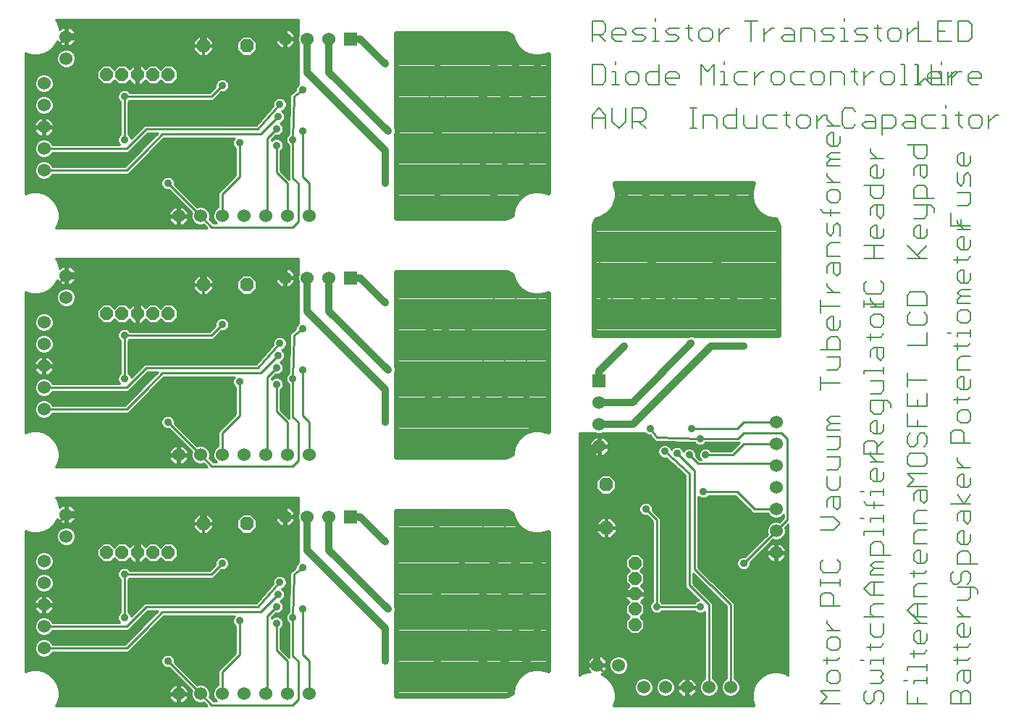
<source format=gbl>
G75*
G70*
%OFA0B0*%
%FSLAX24Y24*%
%IPPOS*%
%LPD*%
%AMOC8*
5,1,8,0,0,1.08239X$1,22.5*
%
%ADD10C,0.0080*%
%ADD11OC8,0.0630*%
%ADD12C,0.0600*%
%ADD13R,0.0600X0.0600*%
%ADD14OC8,0.0594*%
%ADD15C,0.0240*%
%ADD16C,0.0360*%
%ADD17C,0.0100*%
%ADD18C,0.0357*%
%ADD19C,0.0396*%
%ADD20C,0.0320*%
D10*
X037372Y000873D02*
X037679Y001179D01*
X037372Y001486D01*
X038293Y001486D01*
X038139Y001793D02*
X038293Y001947D01*
X038293Y002254D01*
X038139Y002407D01*
X037832Y002407D01*
X037679Y002254D01*
X037679Y001947D01*
X037832Y001793D01*
X038139Y001793D01*
X038293Y000873D02*
X037372Y000873D01*
X039372Y001026D02*
X039525Y000873D01*
X039679Y000873D01*
X039832Y001026D01*
X039832Y001333D01*
X039986Y001486D01*
X040139Y001486D01*
X040293Y001333D01*
X040293Y001026D01*
X040139Y000873D01*
X039372Y001026D02*
X039372Y001333D01*
X039525Y001486D01*
X039679Y001793D02*
X040139Y001793D01*
X040293Y001947D01*
X040139Y002100D01*
X040293Y002254D01*
X040139Y002407D01*
X039679Y002407D01*
X039679Y002714D02*
X039679Y002868D01*
X040293Y002868D01*
X040293Y003021D02*
X040293Y002714D01*
X040139Y003481D02*
X039525Y003481D01*
X039679Y003328D02*
X039679Y003635D01*
X039832Y003942D02*
X040139Y003942D01*
X040293Y004095D01*
X040293Y004556D01*
X040293Y004862D02*
X039372Y004862D01*
X039679Y005016D02*
X039679Y005323D01*
X039832Y005476D01*
X040293Y005476D01*
X040293Y005873D02*
X039679Y005873D01*
X039372Y006179D01*
X039679Y006486D01*
X040293Y006486D01*
X040293Y006793D02*
X039679Y006793D01*
X039679Y006947D01*
X039832Y007100D01*
X039679Y007254D01*
X039832Y007407D01*
X040293Y007407D01*
X040293Y007100D02*
X039832Y007100D01*
X039832Y006486D02*
X039832Y005873D01*
X039679Y005016D02*
X039832Y004862D01*
X039679Y004556D02*
X039679Y004095D01*
X039832Y003942D01*
X040139Y003481D02*
X040293Y003635D01*
X039372Y002868D02*
X039218Y002868D01*
X038293Y003021D02*
X038139Y002868D01*
X037525Y002868D01*
X037679Y002714D02*
X037679Y003021D01*
X037832Y003328D02*
X037679Y003481D01*
X037679Y003788D01*
X037832Y003942D01*
X038139Y003942D01*
X038293Y003788D01*
X038293Y003481D01*
X038139Y003328D01*
X037832Y003328D01*
X037679Y004249D02*
X038293Y004249D01*
X037986Y004249D02*
X037679Y004556D01*
X037679Y004709D01*
X037986Y005373D02*
X037986Y005833D01*
X037832Y005986D01*
X037525Y005986D01*
X037372Y005833D01*
X037372Y005373D01*
X038293Y005373D01*
X038293Y006293D02*
X038293Y006600D01*
X038293Y006447D02*
X037372Y006447D01*
X037372Y006600D02*
X037372Y006293D01*
X037525Y006907D02*
X038139Y006907D01*
X038293Y007061D01*
X038293Y007368D01*
X038139Y007521D01*
X037525Y007521D02*
X037372Y007368D01*
X037372Y007061D01*
X037525Y006907D01*
X039679Y007714D02*
X039679Y008174D01*
X039832Y008328D01*
X040139Y008328D01*
X040293Y008174D01*
X040293Y007714D01*
X040599Y007714D02*
X039679Y007714D01*
X039372Y008635D02*
X039372Y008788D01*
X040293Y008788D01*
X040293Y008635D02*
X040293Y008942D01*
X040293Y009249D02*
X040293Y009556D01*
X040293Y009402D02*
X039679Y009402D01*
X039679Y009249D01*
X039372Y009402D02*
X039218Y009402D01*
X039832Y009862D02*
X039832Y010169D01*
X039525Y010016D02*
X039372Y010169D01*
X039525Y010016D02*
X040293Y010016D01*
X040293Y010476D02*
X040293Y010783D01*
X040293Y010630D02*
X039679Y010630D01*
X039679Y010476D01*
X039372Y010630D02*
X039218Y010630D01*
X039832Y011090D02*
X039679Y011244D01*
X039679Y011550D01*
X039832Y011704D01*
X039986Y011704D01*
X039986Y011090D01*
X040139Y011090D02*
X039832Y011090D01*
X040139Y011090D02*
X040293Y011244D01*
X040293Y011550D01*
X040293Y012011D02*
X039679Y012011D01*
X039986Y012011D02*
X039679Y012318D01*
X039679Y012471D01*
X039986Y012373D02*
X039986Y012833D01*
X039832Y012986D01*
X039525Y012986D01*
X039372Y012833D01*
X039372Y012373D01*
X040293Y012373D01*
X039986Y012679D02*
X040293Y012986D01*
X040139Y013293D02*
X039832Y013293D01*
X039679Y013447D01*
X039679Y013754D01*
X039832Y013907D01*
X039986Y013907D01*
X039986Y013293D01*
X040139Y013293D02*
X040293Y013447D01*
X040293Y013754D01*
X040139Y014214D02*
X039832Y014214D01*
X039679Y014368D01*
X039679Y014828D01*
X040446Y014828D01*
X040599Y014674D01*
X040599Y014521D01*
X040293Y014368D02*
X040139Y014214D01*
X040293Y014368D02*
X040293Y014828D01*
X040139Y015135D02*
X039679Y015135D01*
X040139Y015135D02*
X040293Y015288D01*
X040293Y015749D01*
X039679Y015749D01*
X039372Y016056D02*
X039372Y016209D01*
X040293Y016209D01*
X040293Y016056D02*
X040293Y016362D01*
X040139Y016669D02*
X039986Y016823D01*
X039986Y017283D01*
X039832Y017283D02*
X040293Y017283D01*
X040293Y016823D01*
X040139Y016669D01*
X039679Y016823D02*
X039679Y017130D01*
X039832Y017283D01*
X039679Y017590D02*
X039679Y017897D01*
X039525Y017744D02*
X040139Y017744D01*
X040293Y017897D01*
X040139Y018204D02*
X039832Y018204D01*
X039679Y018357D01*
X039679Y018664D01*
X039832Y018818D01*
X040139Y018818D01*
X040293Y018664D01*
X040293Y018357D01*
X040139Y018204D01*
X040293Y019123D02*
X040293Y019429D01*
X040293Y019276D02*
X039372Y019276D01*
X039372Y019123D02*
X039372Y019429D01*
X039679Y019432D02*
X039986Y019125D01*
X040293Y019125D02*
X039679Y019125D01*
X039679Y019432D02*
X039679Y019585D01*
X039525Y019736D02*
X039372Y019890D01*
X039372Y020197D01*
X039525Y020350D01*
X039525Y019736D02*
X040139Y019736D01*
X040293Y019890D01*
X040293Y020197D01*
X040139Y020350D01*
X041372Y019674D02*
X041372Y019214D01*
X042293Y019214D01*
X042293Y019674D01*
X042139Y019828D01*
X041525Y019828D01*
X041372Y019674D01*
X041525Y018907D02*
X041372Y018754D01*
X041372Y018447D01*
X041525Y018293D01*
X042139Y018293D01*
X042293Y018447D01*
X042293Y018754D01*
X042139Y018907D01*
X042293Y017986D02*
X042293Y017373D01*
X041372Y017373D01*
X041372Y016090D02*
X041372Y015476D01*
X041372Y015169D02*
X041372Y014556D01*
X042293Y014556D01*
X042293Y015169D01*
X041832Y014862D02*
X041832Y014556D01*
X041372Y014249D02*
X041372Y013635D01*
X042293Y013635D01*
X042139Y013328D02*
X042293Y013174D01*
X042293Y012868D01*
X042139Y012714D01*
X042139Y012407D02*
X041525Y012407D01*
X041372Y012254D01*
X041372Y011947D01*
X041525Y011793D01*
X042139Y011793D01*
X042293Y011947D01*
X042293Y012254D01*
X042139Y012407D01*
X041679Y012714D02*
X041832Y012868D01*
X041832Y013174D01*
X041986Y013328D01*
X042139Y013328D01*
X041832Y013635D02*
X041832Y013942D01*
X041525Y013328D02*
X041372Y013174D01*
X041372Y012868D01*
X041525Y012714D01*
X041679Y012714D01*
X041372Y011486D02*
X042293Y011486D01*
X041679Y011179D02*
X041372Y011486D01*
X041679Y011179D02*
X041372Y010873D01*
X042293Y010873D01*
X042293Y010704D02*
X042293Y010244D01*
X042139Y010090D01*
X041986Y010244D01*
X041986Y010704D01*
X041832Y010704D02*
X042293Y010704D01*
X041832Y010704D02*
X041679Y010551D01*
X041679Y010244D01*
X041832Y009783D02*
X042293Y009783D01*
X041832Y009783D02*
X041679Y009630D01*
X041679Y009169D01*
X042293Y009169D01*
X042293Y008862D02*
X041832Y008862D01*
X041679Y008709D01*
X041679Y008249D01*
X042293Y008249D01*
X041986Y007942D02*
X041986Y007328D01*
X042139Y007328D02*
X041832Y007328D01*
X041679Y007481D01*
X041679Y007788D01*
X041832Y007942D01*
X041986Y007942D01*
X042293Y007788D02*
X042293Y007481D01*
X042139Y007328D01*
X042293Y007021D02*
X042139Y006868D01*
X041525Y006868D01*
X041679Y006714D02*
X041679Y007021D01*
X041832Y006407D02*
X042293Y006407D01*
X041832Y006407D02*
X041679Y006254D01*
X041679Y005793D01*
X042293Y005793D01*
X042293Y005486D02*
X041679Y005486D01*
X041372Y005179D01*
X041679Y004873D01*
X042293Y004873D01*
X042293Y004556D02*
X041679Y004556D01*
X041679Y004862D02*
X041679Y005016D01*
X041679Y004862D02*
X041986Y004556D01*
X041986Y004249D02*
X041832Y004249D01*
X041679Y004095D01*
X041679Y003788D01*
X041832Y003635D01*
X042139Y003635D01*
X042293Y003788D01*
X042293Y004095D01*
X041986Y004249D02*
X041986Y003635D01*
X042293Y003328D02*
X042139Y003174D01*
X041525Y003174D01*
X041679Y003021D02*
X041679Y003328D01*
X042293Y002714D02*
X042293Y002407D01*
X042293Y002561D02*
X041372Y002561D01*
X041372Y002407D01*
X041372Y001947D02*
X041218Y001947D01*
X041679Y001947D02*
X042293Y001947D01*
X042293Y002100D02*
X042293Y001793D01*
X041679Y001793D02*
X041679Y001947D01*
X041372Y001486D02*
X041372Y000873D01*
X042293Y000873D01*
X041832Y000873D02*
X041832Y001179D01*
X043372Y001333D02*
X043372Y000873D01*
X044293Y000873D01*
X044293Y001333D01*
X044139Y001486D01*
X043986Y001486D01*
X043832Y001333D01*
X043832Y000873D01*
X043832Y001333D02*
X043679Y001486D01*
X043525Y001486D01*
X043372Y001333D01*
X043679Y001947D02*
X043679Y002254D01*
X043832Y002407D01*
X044293Y002407D01*
X044293Y001947D01*
X044139Y001793D01*
X043986Y001947D01*
X043986Y002407D01*
X043679Y002714D02*
X043679Y003021D01*
X043525Y002868D02*
X044139Y002868D01*
X044293Y003021D01*
X044139Y003481D02*
X044293Y003635D01*
X044139Y003481D02*
X043525Y003481D01*
X043679Y003328D02*
X043679Y003635D01*
X043832Y003942D02*
X043679Y004095D01*
X043679Y004402D01*
X043832Y004556D01*
X043986Y004556D01*
X043986Y003942D01*
X044139Y003942D02*
X043832Y003942D01*
X044139Y003942D02*
X044293Y004095D01*
X044293Y004402D01*
X044293Y004862D02*
X043679Y004862D01*
X043986Y004862D02*
X043679Y005169D01*
X043679Y005323D01*
X043679Y005630D02*
X044139Y005630D01*
X044293Y005783D01*
X044293Y006244D01*
X044446Y006244D02*
X044599Y006090D01*
X044599Y005937D01*
X044446Y006244D02*
X043679Y006244D01*
X043679Y006373D02*
X043832Y006526D01*
X043832Y006833D01*
X043986Y006986D01*
X044139Y006986D01*
X044293Y006833D01*
X044293Y006526D01*
X044139Y006373D01*
X043679Y006373D02*
X043525Y006373D01*
X043372Y006526D01*
X043372Y006833D01*
X043525Y006986D01*
X043679Y007293D02*
X043679Y007754D01*
X043832Y007907D01*
X044139Y007907D01*
X044293Y007754D01*
X044293Y007293D01*
X044599Y007293D02*
X043679Y007293D01*
X043832Y008214D02*
X043679Y008368D01*
X043679Y008674D01*
X043832Y008828D01*
X043986Y008828D01*
X043986Y008214D01*
X044139Y008214D02*
X043832Y008214D01*
X044139Y008214D02*
X044293Y008368D01*
X044293Y008674D01*
X044139Y009135D02*
X043986Y009288D01*
X043986Y009749D01*
X043832Y009749D02*
X044293Y009749D01*
X044293Y009288D01*
X044139Y009135D01*
X043679Y009288D02*
X043679Y009595D01*
X043832Y009749D01*
X043986Y010056D02*
X043679Y010516D01*
X043832Y010823D02*
X043679Y010976D01*
X043679Y011283D01*
X043832Y011437D01*
X043986Y011437D01*
X043986Y010823D01*
X044139Y010823D02*
X043832Y010823D01*
X044139Y010823D02*
X044293Y010976D01*
X044293Y011283D01*
X044293Y011744D02*
X043679Y011744D01*
X043679Y012051D02*
X043679Y012204D01*
X043679Y012051D02*
X043986Y011744D01*
X043986Y012873D02*
X043986Y013333D01*
X043832Y013486D01*
X043525Y013486D01*
X043372Y013333D01*
X043372Y012873D01*
X044293Y012873D01*
X044139Y013793D02*
X044293Y013947D01*
X044293Y014254D01*
X044139Y014407D01*
X043832Y014407D01*
X043679Y014254D01*
X043679Y013947D01*
X043832Y013793D01*
X044139Y013793D01*
X043679Y014714D02*
X043679Y015021D01*
X043525Y014868D02*
X044139Y014868D01*
X044293Y015021D01*
X044139Y015328D02*
X043832Y015328D01*
X043679Y015481D01*
X043679Y015788D01*
X043832Y015942D01*
X043986Y015942D01*
X043986Y015328D01*
X044139Y015328D02*
X044293Y015481D01*
X044293Y015788D01*
X044293Y016249D02*
X043679Y016249D01*
X043679Y016709D01*
X043832Y016862D01*
X044293Y016862D01*
X044139Y017323D02*
X043525Y017323D01*
X043679Y017169D02*
X043679Y017476D01*
X043679Y017783D02*
X043679Y017937D01*
X044293Y017937D01*
X044293Y018090D02*
X044293Y017783D01*
X044293Y017476D02*
X044139Y017323D01*
X043372Y017937D02*
X043218Y017937D01*
X043679Y018550D02*
X043832Y018397D01*
X044139Y018397D01*
X044293Y018550D01*
X044293Y018857D01*
X044139Y019011D01*
X043832Y019011D01*
X043679Y018857D01*
X043679Y018550D01*
X043679Y019318D02*
X043679Y019471D01*
X043832Y019625D01*
X043679Y019778D01*
X043832Y019932D01*
X044293Y019932D01*
X044293Y019625D02*
X043832Y019625D01*
X043679Y019318D02*
X044293Y019318D01*
X044139Y020239D02*
X043832Y020239D01*
X043679Y020392D01*
X043679Y020699D01*
X043832Y020852D01*
X043986Y020852D01*
X043986Y020239D01*
X044139Y020239D02*
X044293Y020392D01*
X044293Y020699D01*
X044139Y021313D02*
X043525Y021313D01*
X043679Y021159D02*
X043679Y021466D01*
X043832Y021773D02*
X043679Y021927D01*
X043679Y022233D01*
X043832Y022387D01*
X043986Y022387D01*
X043986Y021773D01*
X044139Y021773D02*
X043832Y021773D01*
X044139Y021773D02*
X044293Y021927D01*
X044293Y022233D01*
X044293Y022694D02*
X043679Y022694D01*
X043832Y022873D02*
X043832Y023179D01*
X043679Y023154D02*
X043679Y023001D01*
X043986Y022694D01*
X044293Y022873D02*
X043372Y022873D01*
X043372Y023486D01*
X043679Y023793D02*
X044139Y023793D01*
X044293Y023947D01*
X044293Y024407D01*
X043679Y024407D01*
X043832Y024714D02*
X043679Y024868D01*
X043679Y025328D01*
X043832Y025635D02*
X043679Y025788D01*
X043679Y026095D01*
X043832Y026249D01*
X043986Y026249D01*
X043986Y025635D01*
X044139Y025635D02*
X043832Y025635D01*
X044139Y025635D02*
X044293Y025788D01*
X044293Y026095D01*
X044139Y025328D02*
X043986Y025174D01*
X043986Y024868D01*
X043832Y024714D01*
X044293Y024714D02*
X044293Y025174D01*
X044139Y025328D01*
X042293Y025209D02*
X042139Y025056D01*
X041986Y025209D01*
X041986Y025669D01*
X041832Y025669D02*
X042293Y025669D01*
X042293Y025209D01*
X041679Y025209D02*
X041679Y025516D01*
X041832Y025669D01*
X041832Y025976D02*
X041679Y026130D01*
X041679Y026590D01*
X041372Y026590D02*
X042293Y026590D01*
X042293Y026130D01*
X042139Y025976D01*
X041832Y025976D01*
X040293Y025976D02*
X039679Y025976D01*
X039986Y025976D02*
X039679Y026283D01*
X039679Y026437D01*
X039832Y025669D02*
X039986Y025669D01*
X039986Y025056D01*
X040139Y025056D02*
X039832Y025056D01*
X039679Y025209D01*
X039679Y025516D01*
X039832Y025669D01*
X040293Y025516D02*
X040293Y025209D01*
X040139Y025056D01*
X040293Y024749D02*
X040293Y024288D01*
X040139Y024135D01*
X039832Y024135D01*
X039679Y024288D01*
X039679Y024749D01*
X039372Y024749D02*
X040293Y024749D01*
X040293Y023828D02*
X039832Y023828D01*
X039679Y023674D01*
X039679Y023368D01*
X039986Y023368D02*
X039986Y023828D01*
X040293Y023828D02*
X040293Y023368D01*
X040139Y023214D01*
X039986Y023368D01*
X039986Y022907D02*
X039986Y022293D01*
X040139Y022293D02*
X039832Y022293D01*
X039679Y022447D01*
X039679Y022754D01*
X039832Y022907D01*
X039986Y022907D01*
X040293Y022754D02*
X040293Y022447D01*
X040139Y022293D01*
X040293Y021986D02*
X039372Y021986D01*
X039832Y021986D02*
X039832Y021373D01*
X039372Y021373D02*
X040293Y021373D01*
X041372Y021373D02*
X042293Y021373D01*
X041986Y021373D02*
X041372Y021986D01*
X041832Y022293D02*
X041679Y022447D01*
X041679Y022754D01*
X041832Y022907D01*
X041986Y022907D01*
X041986Y022293D01*
X042139Y022293D02*
X041832Y022293D01*
X042139Y022293D02*
X042293Y022447D01*
X042293Y022754D01*
X042139Y023214D02*
X041679Y023214D01*
X042139Y023214D02*
X042293Y023368D01*
X042293Y023828D01*
X042446Y023828D02*
X042599Y023674D01*
X042599Y023521D01*
X042446Y023828D02*
X041679Y023828D01*
X041679Y024135D02*
X041679Y024595D01*
X041832Y024749D01*
X042139Y024749D01*
X042293Y024595D01*
X042293Y024135D01*
X042599Y024135D02*
X041679Y024135D01*
X042293Y021986D02*
X041832Y021526D01*
X044139Y021313D02*
X044293Y021466D01*
X038293Y021481D02*
X037679Y021481D01*
X037679Y021942D01*
X037832Y022095D01*
X038293Y022095D01*
X038293Y022402D02*
X038293Y022862D01*
X038139Y023016D01*
X037986Y022862D01*
X037986Y022556D01*
X037832Y022402D01*
X037679Y022556D01*
X037679Y023016D01*
X037832Y023323D02*
X037832Y023630D01*
X037832Y023937D02*
X037679Y024090D01*
X037679Y024397D01*
X037832Y024551D01*
X038139Y024551D01*
X038293Y024397D01*
X038293Y024090D01*
X038139Y023937D01*
X037832Y023937D01*
X037525Y023476D02*
X037372Y023630D01*
X037525Y023476D02*
X038293Y023476D01*
X038293Y024857D02*
X037679Y024857D01*
X037986Y024857D02*
X037679Y025164D01*
X037679Y025318D01*
X037679Y025625D02*
X037679Y025778D01*
X037832Y025932D01*
X037679Y026085D01*
X037832Y026239D01*
X038293Y026239D01*
X038293Y025932D02*
X037832Y025932D01*
X037679Y025625D02*
X038293Y025625D01*
X038139Y026545D02*
X037832Y026545D01*
X037679Y026699D01*
X037679Y027006D01*
X037832Y027159D01*
X037986Y027159D01*
X037986Y026545D01*
X038139Y026545D02*
X038293Y026699D01*
X038293Y027006D01*
X038526Y027373D02*
X038833Y027373D01*
X038986Y027526D01*
X039293Y027526D02*
X039447Y027373D01*
X039907Y027373D01*
X039907Y027833D01*
X039754Y027986D01*
X039447Y027986D01*
X039447Y027679D02*
X039907Y027679D01*
X040214Y027373D02*
X040674Y027373D01*
X040828Y027526D01*
X040828Y027833D01*
X040674Y027986D01*
X040214Y027986D01*
X040214Y027066D01*
X039447Y027679D02*
X039293Y027526D01*
X038986Y028140D02*
X038833Y028293D01*
X038526Y028293D01*
X038373Y028140D01*
X038373Y027526D01*
X038526Y027373D01*
X038293Y027466D02*
X037679Y027466D01*
X037986Y027466D02*
X037679Y027773D01*
X037679Y027927D01*
X037664Y027986D02*
X037511Y027986D01*
X037204Y027679D01*
X037204Y027373D02*
X037204Y027986D01*
X036897Y027833D02*
X036744Y027986D01*
X036437Y027986D01*
X036283Y027833D01*
X036283Y027526D01*
X036437Y027373D01*
X036744Y027373D01*
X036897Y027526D01*
X036897Y027833D01*
X035976Y027986D02*
X035669Y027986D01*
X035823Y028140D02*
X035823Y027526D01*
X035976Y027373D01*
X035362Y027373D02*
X034902Y027373D01*
X034749Y027526D01*
X034749Y027833D01*
X034902Y027986D01*
X035362Y027986D01*
X034442Y027986D02*
X034442Y027373D01*
X033981Y027373D01*
X033828Y027526D01*
X033828Y027986D01*
X033521Y027986D02*
X033061Y027986D01*
X032907Y027833D01*
X032907Y027526D01*
X033061Y027373D01*
X033521Y027373D01*
X033521Y028293D01*
X032600Y027833D02*
X032600Y027373D01*
X031986Y027373D02*
X031986Y027986D01*
X032447Y027986D01*
X032600Y027833D01*
X031679Y028293D02*
X031373Y028293D01*
X031526Y028293D02*
X031526Y027373D01*
X031373Y027373D02*
X031679Y027373D01*
X029328Y027373D02*
X029021Y027679D01*
X029174Y027679D02*
X028714Y027679D01*
X028714Y027373D02*
X028714Y028293D01*
X029174Y028293D01*
X029328Y028140D01*
X029328Y027833D01*
X029174Y027679D01*
X028407Y027679D02*
X028407Y028293D01*
X027793Y028293D02*
X027793Y027679D01*
X028100Y027373D01*
X028407Y027679D01*
X027486Y027833D02*
X026873Y027833D01*
X026873Y027986D02*
X027179Y028293D01*
X027486Y027986D01*
X027486Y027373D01*
X026873Y027373D02*
X026873Y027986D01*
X026873Y029373D02*
X027333Y029373D01*
X027486Y029526D01*
X027486Y030140D01*
X027333Y030293D01*
X026873Y030293D01*
X026873Y029373D01*
X027793Y029373D02*
X028100Y029373D01*
X027947Y029373D02*
X027947Y029986D01*
X027793Y029986D01*
X027947Y030293D02*
X027947Y030447D01*
X028561Y029986D02*
X028407Y029833D01*
X028407Y029526D01*
X028561Y029373D01*
X028868Y029373D01*
X029021Y029526D01*
X029021Y029833D01*
X028868Y029986D01*
X028561Y029986D01*
X029328Y029833D02*
X029328Y029526D01*
X029481Y029373D01*
X029942Y029373D01*
X029942Y030293D01*
X029942Y029986D02*
X029481Y029986D01*
X029328Y029833D01*
X030249Y029833D02*
X030249Y029526D01*
X030402Y029373D01*
X030709Y029373D01*
X030862Y029679D02*
X030249Y029679D01*
X030249Y029833D02*
X030402Y029986D01*
X030709Y029986D01*
X030862Y029833D01*
X030862Y029679D01*
X031873Y029373D02*
X031873Y030293D01*
X032179Y029986D01*
X032486Y030293D01*
X032486Y029373D01*
X032793Y029373D02*
X033100Y029373D01*
X032947Y029373D02*
X032947Y029986D01*
X032793Y029986D01*
X032947Y030293D02*
X032947Y030447D01*
X033561Y029986D02*
X033407Y029833D01*
X033407Y029526D01*
X033561Y029373D01*
X034021Y029373D01*
X034328Y029373D02*
X034328Y029986D01*
X034328Y029679D02*
X034635Y029986D01*
X034788Y029986D01*
X035095Y029833D02*
X035095Y029526D01*
X035249Y029373D01*
X035556Y029373D01*
X035709Y029526D01*
X035709Y029833D01*
X035556Y029986D01*
X035249Y029986D01*
X035095Y029833D01*
X036016Y029833D02*
X036016Y029526D01*
X036169Y029373D01*
X036630Y029373D01*
X036937Y029526D02*
X037090Y029373D01*
X037397Y029373D01*
X037551Y029526D01*
X037551Y029833D01*
X037397Y029986D01*
X037090Y029986D01*
X036937Y029833D01*
X036937Y029526D01*
X036630Y029986D02*
X036169Y029986D01*
X036016Y029833D01*
X036174Y031373D02*
X035714Y031373D01*
X035561Y031526D01*
X035714Y031679D01*
X036174Y031679D01*
X036174Y031833D02*
X036174Y031373D01*
X036481Y031373D02*
X036481Y031986D01*
X036942Y031986D01*
X037095Y031833D01*
X037095Y031373D01*
X037402Y031373D02*
X037862Y031373D01*
X038016Y031526D01*
X037862Y031679D01*
X037556Y031679D01*
X037402Y031833D01*
X037556Y031986D01*
X038016Y031986D01*
X038323Y031986D02*
X038476Y031986D01*
X038476Y031373D01*
X038323Y031373D02*
X038630Y031373D01*
X038937Y031373D02*
X039397Y031373D01*
X039551Y031526D01*
X039397Y031679D01*
X039090Y031679D01*
X038937Y031833D01*
X039090Y031986D01*
X039551Y031986D01*
X039857Y031986D02*
X040164Y031986D01*
X040011Y032140D02*
X040011Y031526D01*
X040164Y031373D01*
X040471Y031526D02*
X040625Y031373D01*
X040932Y031373D01*
X041085Y031526D01*
X041085Y031833D01*
X040932Y031986D01*
X040625Y031986D01*
X040471Y031833D01*
X040471Y031526D01*
X041392Y031373D02*
X041392Y031986D01*
X041392Y031679D02*
X041699Y031986D01*
X041852Y031986D01*
X041873Y032293D02*
X041873Y031373D01*
X042486Y031373D01*
X042793Y031373D02*
X043407Y031373D01*
X043714Y031373D02*
X044174Y031373D01*
X044328Y031526D01*
X044328Y032140D01*
X044174Y032293D01*
X043714Y032293D01*
X043714Y031373D01*
X043100Y031833D02*
X042793Y031833D01*
X042793Y032293D02*
X042793Y031373D01*
X042947Y030447D02*
X042947Y030293D01*
X042947Y029986D02*
X042947Y029373D01*
X043100Y029373D02*
X042793Y029373D01*
X042768Y029373D02*
X042461Y029373D01*
X042308Y029526D01*
X042308Y029833D01*
X042461Y029986D01*
X042768Y029986D01*
X042921Y029833D01*
X042921Y029679D01*
X042308Y029679D01*
X042179Y029679D02*
X042486Y029373D01*
X042486Y030293D01*
X042793Y029986D02*
X042947Y029986D01*
X043228Y029986D02*
X043228Y029373D01*
X043407Y029373D02*
X043407Y029986D01*
X043535Y029986D02*
X043689Y029986D01*
X043714Y029986D02*
X043407Y029679D01*
X043228Y029679D02*
X043535Y029986D01*
X043714Y029986D02*
X043868Y029986D01*
X044174Y029833D02*
X044174Y029526D01*
X044328Y029373D01*
X044635Y029373D01*
X044788Y029679D02*
X044174Y029679D01*
X044174Y029833D02*
X044328Y029986D01*
X044635Y029986D01*
X044788Y029833D01*
X044788Y029679D01*
X043744Y028140D02*
X043744Y027526D01*
X043897Y027373D01*
X044204Y027526D02*
X044357Y027373D01*
X044664Y027373D01*
X044818Y027526D01*
X044818Y027833D01*
X044664Y027986D01*
X044357Y027986D01*
X044204Y027833D01*
X044204Y027526D01*
X043897Y027986D02*
X043590Y027986D01*
X043130Y027986D02*
X043130Y027373D01*
X043283Y027373D02*
X042976Y027373D01*
X042669Y027373D02*
X042209Y027373D01*
X042056Y027526D01*
X042056Y027833D01*
X042209Y027986D01*
X042669Y027986D01*
X042976Y027986D02*
X043130Y027986D01*
X043130Y028293D02*
X043130Y028447D01*
X042001Y029373D02*
X041694Y029373D01*
X041847Y029373D02*
X041847Y030293D01*
X041694Y030293D01*
X041873Y030293D02*
X041873Y029373D01*
X042179Y029679D01*
X041387Y029373D02*
X041080Y029373D01*
X041233Y029373D02*
X041233Y030293D01*
X041080Y030293D01*
X040773Y029833D02*
X040620Y029986D01*
X040313Y029986D01*
X040159Y029833D01*
X040159Y029526D01*
X040313Y029373D01*
X040620Y029373D01*
X040773Y029526D01*
X040773Y029833D01*
X039852Y029986D02*
X039699Y029986D01*
X039392Y029679D01*
X039392Y029373D02*
X039392Y029986D01*
X039085Y029986D02*
X038778Y029986D01*
X038932Y030140D02*
X038932Y029526D01*
X039085Y029373D01*
X038471Y029373D02*
X038471Y029833D01*
X038318Y029986D01*
X037857Y029986D01*
X037857Y029373D01*
X034793Y031373D02*
X034793Y031986D01*
X034793Y031679D02*
X035100Y031986D01*
X035254Y031986D01*
X035714Y031986D02*
X036021Y031986D01*
X036174Y031833D01*
X034486Y032293D02*
X033873Y032293D01*
X034179Y032293D02*
X034179Y031373D01*
X033164Y031986D02*
X033011Y031986D01*
X032704Y031679D01*
X032704Y031373D02*
X032704Y031986D01*
X032397Y031833D02*
X032244Y031986D01*
X031937Y031986D01*
X031783Y031833D01*
X031783Y031526D01*
X031937Y031373D01*
X032244Y031373D01*
X032397Y031526D01*
X032397Y031833D01*
X031476Y031986D02*
X031169Y031986D01*
X031323Y032140D02*
X031323Y031526D01*
X031476Y031373D01*
X030862Y031526D02*
X030709Y031373D01*
X030249Y031373D01*
X029942Y031373D02*
X029635Y031373D01*
X029788Y031373D02*
X029788Y031986D01*
X029635Y031986D01*
X029328Y031986D02*
X028868Y031986D01*
X028714Y031833D01*
X028868Y031679D01*
X029174Y031679D01*
X029328Y031526D01*
X029174Y031373D01*
X028714Y031373D01*
X028407Y031679D02*
X027793Y031679D01*
X027793Y031526D02*
X027793Y031833D01*
X027947Y031986D01*
X028254Y031986D01*
X028407Y031833D01*
X028407Y031679D01*
X028254Y031373D02*
X027947Y031373D01*
X027793Y031526D01*
X027486Y031373D02*
X027179Y031679D01*
X027333Y031679D02*
X026873Y031679D01*
X026873Y031373D02*
X026873Y032293D01*
X027333Y032293D01*
X027486Y032140D01*
X027486Y031833D01*
X027333Y031679D01*
X029788Y032293D02*
X029788Y032447D01*
X030402Y031986D02*
X030862Y031986D01*
X030709Y031679D02*
X030402Y031679D01*
X030249Y031833D01*
X030402Y031986D01*
X030709Y031679D02*
X030862Y031526D01*
X033561Y029986D02*
X034021Y029986D01*
X038476Y032293D02*
X038476Y032447D01*
X042793Y032293D02*
X043407Y032293D01*
X045125Y027986D02*
X045125Y027373D01*
X045125Y027679D02*
X045432Y027986D01*
X045585Y027986D01*
X041749Y027833D02*
X041749Y027373D01*
X041288Y027373D01*
X041135Y027526D01*
X041288Y027679D01*
X041749Y027679D01*
X041749Y027833D02*
X041595Y027986D01*
X041288Y027986D01*
X038293Y021174D02*
X037832Y021174D01*
X037679Y021021D01*
X037679Y020714D01*
X037986Y020714D02*
X037986Y021174D01*
X038293Y021174D02*
X038293Y020714D01*
X038139Y020561D01*
X037986Y020714D01*
X037679Y020254D02*
X037679Y020100D01*
X037986Y019793D01*
X038293Y019793D02*
X037679Y019793D01*
X037372Y019486D02*
X037372Y018873D01*
X037372Y019179D02*
X038293Y019179D01*
X037986Y018694D02*
X037986Y018080D01*
X038139Y018080D02*
X037832Y018080D01*
X037679Y018234D01*
X037679Y018540D01*
X037832Y018694D01*
X037986Y018694D01*
X038293Y018540D02*
X038293Y018234D01*
X038139Y018080D01*
X038139Y017773D02*
X037832Y017773D01*
X037679Y017620D01*
X037679Y017159D01*
X037679Y016852D02*
X038293Y016852D01*
X038293Y016392D01*
X038139Y016239D01*
X037679Y016239D01*
X037372Y015932D02*
X037372Y015318D01*
X037372Y015625D02*
X038293Y015625D01*
X038293Y017159D02*
X037372Y017159D01*
X038293Y017159D02*
X038293Y017620D01*
X038139Y017773D01*
X041372Y015783D02*
X042293Y015783D01*
X038293Y014090D02*
X037832Y014090D01*
X037679Y013937D01*
X037832Y013783D01*
X038293Y013783D01*
X038293Y013476D02*
X037679Y013476D01*
X037679Y013630D01*
X037832Y013783D01*
X037679Y013169D02*
X038293Y013169D01*
X038293Y012709D01*
X038139Y012556D01*
X037679Y012556D01*
X037679Y012249D02*
X038293Y012249D01*
X038293Y011788D01*
X038139Y011635D01*
X037679Y011635D01*
X037679Y011328D02*
X037679Y010868D01*
X037832Y010714D01*
X038139Y010714D01*
X038293Y010868D01*
X038293Y011328D01*
X038293Y010407D02*
X037832Y010407D01*
X037679Y010254D01*
X037679Y009947D01*
X037986Y009947D02*
X038139Y009793D01*
X038293Y009947D01*
X038293Y010407D01*
X037986Y010407D02*
X037986Y009947D01*
X037986Y009486D02*
X037372Y009486D01*
X037986Y009486D02*
X038293Y009179D01*
X037986Y008873D01*
X037372Y008873D01*
X041832Y005486D02*
X041832Y004873D01*
X043372Y010056D02*
X044293Y010056D01*
X043986Y010056D02*
X044293Y010516D01*
D11*
X027502Y010961D03*
X027502Y008961D03*
X010961Y009163D03*
X008961Y009163D03*
X008961Y020163D03*
X010961Y020163D03*
X010961Y031163D03*
X008961Y031163D03*
D12*
X012733Y031483D03*
X013733Y031483D03*
X014733Y031483D03*
X013833Y023333D03*
X012833Y023333D03*
X011833Y023333D03*
X010833Y023333D03*
X009833Y023333D03*
X008833Y023333D03*
X007833Y023333D03*
X012733Y020483D03*
X013733Y020483D03*
X014733Y020483D03*
X013833Y012333D03*
X012833Y012333D03*
X011833Y012333D03*
X010833Y012333D03*
X009833Y012333D03*
X008833Y012333D03*
X007833Y012333D03*
X012733Y009483D03*
X013733Y009483D03*
X014733Y009483D03*
X013833Y001333D03*
X012833Y001333D03*
X011833Y001333D03*
X010833Y001333D03*
X009833Y001333D03*
X008833Y001333D03*
X007833Y001333D03*
X001633Y003433D03*
X001633Y004433D03*
X001633Y005433D03*
X001633Y006433D03*
X001633Y007433D03*
X002651Y008579D03*
X002651Y009579D03*
X001633Y014433D03*
X001633Y015433D03*
X001633Y016433D03*
X001633Y017433D03*
X001633Y018433D03*
X002651Y019579D03*
X002651Y020579D03*
X001633Y025433D03*
X001633Y026433D03*
X001633Y027433D03*
X001633Y028433D03*
X001633Y029433D03*
X002651Y030579D03*
X002651Y031579D03*
X027183Y014733D03*
X027183Y013733D03*
X027183Y012733D03*
X035333Y012833D03*
X035333Y013833D03*
X035333Y011833D03*
X035333Y010833D03*
X035333Y009833D03*
X035333Y008833D03*
X035333Y007833D03*
X028087Y002651D03*
X027087Y002651D03*
X029233Y001633D03*
X030233Y001633D03*
X031233Y001633D03*
X032233Y001633D03*
X033233Y001633D03*
D13*
X015733Y009483D03*
X027183Y015733D03*
X015733Y020483D03*
X015733Y031483D03*
D14*
X007351Y029833D03*
X006642Y029833D03*
X005934Y029833D03*
X005225Y029833D03*
X004516Y029833D03*
X004516Y018833D03*
X005225Y018833D03*
X005934Y018833D03*
X006642Y018833D03*
X007351Y018833D03*
X007351Y007833D03*
X006642Y007833D03*
X005934Y007833D03*
X005225Y007833D03*
X004516Y007833D03*
X028832Y007351D03*
X028832Y006642D03*
X028832Y005934D03*
X028832Y005225D03*
X028832Y004516D03*
D15*
X024833Y004626D02*
X017833Y004626D01*
X017833Y004388D02*
X024833Y004388D01*
X024833Y004149D02*
X017833Y004149D01*
X017833Y003911D02*
X024833Y003911D01*
X024833Y003672D02*
X017833Y003672D01*
X017833Y003434D02*
X024833Y003434D01*
X024833Y003195D02*
X017833Y003195D01*
X017833Y002957D02*
X024833Y002957D01*
X024833Y002718D02*
X017833Y002718D01*
X017833Y002479D02*
X024092Y002479D01*
X024179Y002503D02*
X023881Y002423D01*
X023614Y002269D01*
X023396Y002051D01*
X023242Y001784D01*
X023163Y001487D01*
X023163Y001369D01*
X022883Y001233D01*
X017833Y001233D01*
X017833Y005103D01*
X024833Y005103D01*
X024833Y004865D02*
X017833Y004865D01*
X017833Y005103D02*
X017861Y005171D01*
X017861Y005322D01*
X017833Y005391D01*
X017833Y009733D01*
X022933Y009733D01*
X023179Y009616D01*
X023242Y009381D01*
X023396Y009114D01*
X023614Y008896D01*
X023881Y008742D01*
X024179Y008663D01*
X024487Y008663D01*
X024784Y008742D01*
X024833Y008770D01*
X024833Y002395D01*
X024784Y002423D01*
X024487Y002503D01*
X024179Y002503D01*
X024573Y002479D02*
X024833Y002479D01*
X023586Y002241D02*
X017833Y002241D01*
X017833Y002002D02*
X023368Y002002D01*
X023237Y001764D02*
X017833Y001764D01*
X017833Y001525D02*
X023173Y001525D01*
X022994Y001287D02*
X017833Y001287D01*
X017853Y005342D02*
X024833Y005342D01*
X024833Y005581D02*
X017833Y005581D01*
X017833Y005819D02*
X024833Y005819D01*
X024833Y006058D02*
X017833Y006058D01*
X017833Y006296D02*
X024833Y006296D01*
X024833Y006535D02*
X017833Y006535D01*
X017833Y006773D02*
X024833Y006773D01*
X024833Y007012D02*
X017833Y007012D01*
X017833Y007250D02*
X024833Y007250D01*
X024833Y007489D02*
X017833Y007489D01*
X017833Y007727D02*
X024833Y007727D01*
X024833Y007966D02*
X017833Y007966D01*
X017833Y008205D02*
X024833Y008205D01*
X024833Y008443D02*
X017833Y008443D01*
X017833Y008682D02*
X024108Y008682D01*
X024558Y008682D02*
X024833Y008682D01*
X023590Y008920D02*
X017833Y008920D01*
X017833Y009159D02*
X023371Y009159D01*
X023238Y009397D02*
X017833Y009397D01*
X017833Y009636D02*
X023137Y009636D01*
X022883Y012233D02*
X017833Y012233D01*
X017833Y016103D01*
X017861Y016171D01*
X017861Y016322D01*
X017833Y016391D01*
X017833Y020733D01*
X022933Y020733D01*
X023179Y020616D01*
X023242Y020381D01*
X023396Y020114D01*
X023614Y019896D01*
X023881Y019742D01*
X024179Y019663D01*
X024487Y019663D01*
X024784Y019742D01*
X024833Y019770D01*
X024833Y013395D01*
X024784Y013423D01*
X024487Y013503D01*
X024179Y013503D01*
X023881Y013423D01*
X023614Y013269D01*
X023396Y013051D01*
X023242Y012784D01*
X023163Y012487D01*
X023163Y012369D01*
X022883Y012233D01*
X022938Y012260D02*
X017833Y012260D01*
X017833Y012498D02*
X023166Y012498D01*
X023230Y012737D02*
X017833Y012737D01*
X017833Y012975D02*
X023353Y012975D01*
X023559Y013214D02*
X017833Y013214D01*
X017833Y013452D02*
X023992Y013452D01*
X024674Y013452D02*
X024833Y013452D01*
X024833Y013691D02*
X017833Y013691D01*
X017833Y013930D02*
X024833Y013930D01*
X024833Y014168D02*
X017833Y014168D01*
X017833Y014407D02*
X024833Y014407D01*
X024833Y014645D02*
X017833Y014645D01*
X017833Y014884D02*
X024833Y014884D01*
X024833Y015122D02*
X017833Y015122D01*
X017833Y015361D02*
X024833Y015361D01*
X024833Y015599D02*
X017833Y015599D01*
X017833Y015838D02*
X024833Y015838D01*
X024833Y016076D02*
X017833Y016076D01*
X017861Y016315D02*
X024833Y016315D01*
X024833Y016554D02*
X017833Y016554D01*
X017833Y016792D02*
X024833Y016792D01*
X024833Y017031D02*
X017833Y017031D01*
X017833Y017269D02*
X024833Y017269D01*
X024833Y017508D02*
X017833Y017508D01*
X017833Y017746D02*
X024833Y017746D01*
X024833Y017985D02*
X017833Y017985D01*
X017833Y018223D02*
X024833Y018223D01*
X024833Y018462D02*
X017833Y018462D01*
X017833Y018700D02*
X024833Y018700D01*
X024833Y018939D02*
X017833Y018939D01*
X017833Y019178D02*
X024833Y019178D01*
X024833Y019416D02*
X017833Y019416D01*
X017833Y019655D02*
X024833Y019655D01*
X023620Y019893D02*
X017833Y019893D01*
X017833Y020132D02*
X023386Y020132D01*
X023249Y020370D02*
X017833Y020370D01*
X017833Y020609D02*
X023181Y020609D01*
X022883Y023233D02*
X017833Y023233D01*
X022883Y023233D01*
X023163Y023369D01*
X023163Y023487D01*
X023242Y023784D01*
X023396Y024051D01*
X023614Y024269D01*
X023881Y024423D01*
X024179Y024503D01*
X024487Y024503D01*
X024784Y024423D01*
X024833Y024395D01*
X024833Y030770D01*
X024784Y030742D01*
X024487Y030663D01*
X024179Y030663D01*
X023881Y030742D01*
X023614Y030896D01*
X023396Y031114D01*
X023242Y031381D01*
X023179Y031616D01*
X022933Y031733D01*
X017833Y031733D01*
X017833Y027391D01*
X017861Y027322D01*
X017861Y027171D01*
X017833Y027103D01*
X017833Y023233D01*
X017833Y023471D02*
X023163Y023471D01*
X023222Y023710D02*
X017833Y023710D01*
X017833Y023948D02*
X023337Y023948D01*
X023532Y024187D02*
X017833Y024187D01*
X017833Y024425D02*
X023891Y024425D01*
X024774Y024425D02*
X024833Y024425D01*
X024833Y024664D02*
X017833Y024664D01*
X017833Y024903D02*
X024833Y024903D01*
X024833Y025141D02*
X017833Y025141D01*
X017833Y025380D02*
X024833Y025380D01*
X024833Y025618D02*
X017833Y025618D01*
X017833Y025857D02*
X024833Y025857D01*
X024833Y026095D02*
X017833Y026095D01*
X017833Y026334D02*
X024833Y026334D01*
X024833Y026572D02*
X017833Y026572D01*
X017833Y026811D02*
X024833Y026811D01*
X024833Y027049D02*
X017833Y027049D01*
X017861Y027288D02*
X024833Y027288D01*
X024833Y027527D02*
X017833Y027527D01*
X017833Y027765D02*
X024833Y027765D01*
X024833Y028004D02*
X017833Y028004D01*
X017833Y028242D02*
X024833Y028242D01*
X024833Y028481D02*
X017833Y028481D01*
X017833Y028719D02*
X024833Y028719D01*
X024833Y028958D02*
X017833Y028958D01*
X017833Y029196D02*
X024833Y029196D01*
X024833Y029435D02*
X017833Y029435D01*
X017833Y029673D02*
X024833Y029673D01*
X024833Y029912D02*
X017833Y029912D01*
X017833Y030151D02*
X024833Y030151D01*
X024833Y030389D02*
X017833Y030389D01*
X017833Y030628D02*
X024833Y030628D01*
X023666Y030866D02*
X017833Y030866D01*
X017833Y031105D02*
X023406Y031105D01*
X023264Y031343D02*
X017833Y031343D01*
X017833Y031582D02*
X023189Y031582D01*
X027895Y024833D02*
X034270Y024833D01*
X034242Y024784D01*
X034163Y024487D01*
X034163Y024179D01*
X034242Y023881D01*
X034396Y023614D01*
X034614Y023396D01*
X034881Y023242D01*
X035179Y023163D01*
X035296Y023163D01*
X035433Y022883D01*
X035433Y017833D01*
X031563Y017833D01*
X031494Y017861D01*
X031343Y017861D01*
X031274Y017833D01*
X026933Y017833D01*
X026933Y022933D01*
X027050Y023179D01*
X027284Y023242D01*
X027551Y023396D01*
X027769Y023614D01*
X027923Y023881D01*
X028003Y024179D01*
X028003Y024487D01*
X027923Y024784D01*
X027895Y024833D01*
X027955Y024664D02*
X034210Y024664D01*
X034163Y024425D02*
X028003Y024425D01*
X028003Y024187D02*
X034163Y024187D01*
X034224Y023948D02*
X027941Y023948D01*
X027824Y023710D02*
X034341Y023710D01*
X034539Y023471D02*
X027626Y023471D01*
X027248Y023233D02*
X034917Y023233D01*
X035378Y022994D02*
X026962Y022994D01*
X026933Y022756D02*
X035433Y022756D01*
X035433Y022517D02*
X026933Y022517D01*
X026933Y022279D02*
X035433Y022279D01*
X035433Y022040D02*
X026933Y022040D01*
X026933Y021801D02*
X035433Y021801D01*
X035433Y021563D02*
X026933Y021563D01*
X026933Y021324D02*
X035433Y021324D01*
X035433Y021086D02*
X026933Y021086D01*
X026933Y020847D02*
X035433Y020847D01*
X035433Y020609D02*
X026933Y020609D01*
X026933Y020370D02*
X035433Y020370D01*
X035433Y020132D02*
X026933Y020132D01*
X026933Y019893D02*
X035433Y019893D01*
X035433Y019655D02*
X026933Y019655D01*
X026933Y019416D02*
X035433Y019416D01*
X035433Y019178D02*
X026933Y019178D01*
X026933Y018939D02*
X035433Y018939D01*
X035433Y018700D02*
X026933Y018700D01*
X026933Y018462D02*
X035433Y018462D01*
X035433Y018223D02*
X026933Y018223D01*
X026933Y017985D02*
X035433Y017985D01*
D16*
X033833Y017333D03*
X031418Y017481D03*
X028333Y017333D03*
X029533Y013533D03*
X031330Y012342D03*
X032083Y012333D03*
X031833Y013083D03*
X031433Y013533D03*
X017333Y013833D03*
X017481Y016247D03*
X017333Y019333D03*
X013533Y018133D03*
X013533Y016233D03*
X013083Y015833D03*
X012333Y015583D03*
X012342Y016335D03*
X017333Y008333D03*
X013533Y007133D03*
X012342Y005335D03*
X013083Y004833D03*
X013533Y005233D03*
X012333Y004583D03*
X017481Y005247D03*
X017333Y002833D03*
X017333Y024833D03*
X017481Y027247D03*
X017333Y030333D03*
X013533Y029133D03*
X013533Y027233D03*
X013083Y026833D03*
X012333Y026583D03*
X012342Y027335D03*
D17*
X002257Y000908D02*
X002185Y000782D01*
X009128Y000782D01*
X008982Y000929D01*
X008918Y000903D01*
X008747Y000903D01*
X008589Y000968D01*
X008468Y001089D01*
X008403Y001247D01*
X008403Y001418D01*
X008429Y001482D01*
X007386Y002524D01*
X007271Y002524D01*
X007158Y002571D01*
X007071Y002658D01*
X007024Y002771D01*
X007024Y002894D01*
X007071Y003007D01*
X007158Y003094D01*
X007271Y003141D01*
X007394Y003141D01*
X007507Y003094D01*
X007594Y003007D01*
X007641Y002894D01*
X007641Y002779D01*
X008683Y001736D01*
X008747Y001763D01*
X008918Y001763D01*
X009076Y001697D01*
X009197Y001576D01*
X009263Y001418D01*
X009263Y001247D01*
X009236Y001183D01*
X009429Y000991D01*
X009566Y000991D01*
X009468Y001089D01*
X009403Y001247D01*
X009403Y001418D01*
X009468Y001576D01*
X009589Y001697D01*
X009653Y001723D01*
X009653Y002407D01*
X009758Y002513D01*
X010453Y003208D01*
X010453Y004437D01*
X010372Y004519D01*
X010325Y004632D01*
X010325Y004755D01*
X010372Y004868D01*
X010420Y004916D01*
X007150Y004916D01*
X006513Y004279D01*
X006513Y004258D01*
X006407Y004153D01*
X005507Y003253D01*
X005358Y003253D01*
X002023Y003253D01*
X001997Y003189D01*
X001876Y003068D01*
X001718Y003003D01*
X001547Y003003D01*
X001389Y003068D01*
X001268Y003189D01*
X001203Y003347D01*
X001203Y003518D01*
X001268Y003676D01*
X001389Y003797D01*
X001547Y003863D01*
X001718Y003863D01*
X001876Y003797D01*
X001997Y003676D01*
X002023Y003613D01*
X005358Y003613D01*
X006153Y004407D01*
X006153Y004428D01*
X006878Y005153D01*
X006407Y005153D01*
X005507Y004253D01*
X005358Y004253D01*
X002023Y004253D01*
X001997Y004189D01*
X001876Y004068D01*
X001718Y004003D01*
X001547Y004003D01*
X001389Y004068D01*
X001268Y004189D01*
X001203Y004347D01*
X001203Y004518D01*
X001268Y004676D01*
X001389Y004797D01*
X001547Y004863D01*
X001718Y004863D01*
X001876Y004797D01*
X001997Y004676D01*
X002023Y004613D01*
X005116Y004613D01*
X005071Y004658D01*
X005024Y004771D01*
X005024Y004894D01*
X005071Y005007D01*
X005153Y005089D01*
X005153Y006576D01*
X005071Y006658D01*
X005024Y006771D01*
X005024Y006894D01*
X005071Y007007D01*
X005158Y007094D01*
X005271Y007141D01*
X005394Y007141D01*
X005507Y007094D01*
X005589Y007013D01*
X009258Y007013D01*
X009524Y007279D01*
X009524Y007394D01*
X009571Y007507D01*
X009658Y007594D01*
X009771Y007641D01*
X009894Y007641D01*
X010007Y007594D01*
X010094Y007507D01*
X010141Y007394D01*
X010141Y007271D01*
X010094Y007158D01*
X010007Y007071D01*
X009894Y007024D01*
X009779Y007024D01*
X009407Y006653D01*
X009258Y006653D01*
X005589Y006653D01*
X005513Y006576D01*
X005513Y005089D01*
X005594Y005007D01*
X005641Y004895D01*
X006153Y005407D01*
X006258Y005513D01*
X011406Y005513D01*
X012184Y006393D01*
X012179Y006404D01*
X012179Y006527D01*
X012226Y006640D01*
X012313Y006727D01*
X012426Y006774D01*
X012549Y006774D01*
X012662Y006727D01*
X012749Y006640D01*
X012796Y006527D01*
X012796Y006404D01*
X012749Y006291D01*
X012662Y006204D01*
X012565Y006164D01*
X012576Y006159D01*
X012663Y006072D01*
X012710Y005959D01*
X012710Y005836D01*
X012663Y005723D01*
X012576Y005636D01*
X012501Y005605D01*
X012518Y005598D01*
X012605Y005511D01*
X012652Y005397D01*
X012652Y005273D01*
X012605Y005159D01*
X012518Y005072D01*
X012404Y005025D01*
X012287Y005025D01*
X012106Y004844D01*
X012106Y004795D01*
X012157Y004845D01*
X012271Y004893D01*
X012394Y004893D01*
X012508Y004845D01*
X012595Y004758D01*
X012643Y004644D01*
X012643Y004521D01*
X012595Y004407D01*
X012513Y004324D01*
X012513Y003407D01*
X012903Y003017D01*
X012903Y003157D01*
X012903Y004574D01*
X012820Y004657D01*
X012773Y004771D01*
X012773Y004894D01*
X012820Y005008D01*
X012907Y005095D01*
X012909Y005096D01*
X012951Y006775D01*
X012944Y006784D01*
X012953Y006848D01*
X012955Y006912D01*
X012963Y006920D01*
X012965Y006932D01*
X013016Y006970D01*
X013063Y007014D01*
X013075Y007014D01*
X013223Y007125D01*
X013223Y007194D01*
X013270Y007308D01*
X013333Y007371D01*
X013333Y009325D01*
X013303Y009397D01*
X013303Y009568D01*
X013333Y009640D01*
X013333Y010380D01*
X002187Y010381D01*
X002258Y010257D01*
X002333Y009977D01*
X002333Y009897D01*
X002396Y009960D01*
X002562Y010029D01*
X002601Y010029D01*
X002601Y009629D01*
X002701Y009629D01*
X002701Y010029D01*
X002741Y010029D01*
X002906Y009960D01*
X003033Y009834D01*
X003101Y009668D01*
X003101Y009629D01*
X002701Y009629D01*
X002701Y009529D01*
X003101Y009529D01*
X003101Y009489D01*
X003033Y009324D01*
X002906Y009197D01*
X002741Y009129D01*
X002701Y009129D01*
X002701Y009528D01*
X002601Y009528D01*
X002601Y009129D01*
X002562Y009129D01*
X002396Y009197D01*
X002270Y009324D01*
X002245Y009384D01*
X002114Y009157D01*
X001909Y008952D01*
X001658Y008808D01*
X001378Y008733D01*
X001089Y008733D01*
X000809Y008808D01*
X000783Y008823D01*
X000783Y002343D01*
X000808Y002358D01*
X001088Y002433D01*
X001377Y002433D01*
X001657Y002358D01*
X001908Y002213D01*
X002113Y002008D01*
X007903Y002008D01*
X008001Y001909D02*
X002170Y001909D01*
X002226Y001811D02*
X008100Y001811D01*
X008087Y001714D02*
X007922Y001783D01*
X007883Y001783D01*
X007883Y001383D01*
X007783Y001383D01*
X007783Y001783D01*
X007743Y001783D01*
X007578Y001714D01*
X007451Y001587D01*
X007383Y001422D01*
X007383Y001383D01*
X007782Y001383D01*
X007782Y001283D01*
X007383Y001283D01*
X007383Y001243D01*
X007451Y001078D01*
X007578Y000951D01*
X007743Y000883D01*
X007783Y000883D01*
X007783Y001282D01*
X007883Y001282D01*
X007883Y000883D01*
X007922Y000883D01*
X008087Y000951D01*
X008214Y001078D01*
X008283Y001243D01*
X008283Y001283D01*
X007883Y001283D01*
X007883Y001383D01*
X008283Y001383D01*
X008283Y001422D01*
X008214Y001587D01*
X008087Y001714D01*
X008089Y001712D02*
X008198Y001712D01*
X008188Y001614D02*
X008297Y001614D01*
X008244Y001515D02*
X008396Y001515D01*
X008403Y001417D02*
X008283Y001417D01*
X008403Y001318D02*
X007883Y001318D01*
X007833Y001333D02*
X002833Y001333D01*
X000833Y003333D01*
X000833Y004933D01*
X001333Y005433D01*
X001633Y005433D01*
X001683Y005457D02*
X005153Y005457D01*
X005153Y005555D02*
X002069Y005555D01*
X002083Y005522D02*
X002014Y005687D01*
X001887Y005814D01*
X001722Y005883D01*
X001683Y005883D01*
X001683Y005483D01*
X002083Y005483D01*
X002083Y005522D01*
X002083Y005383D02*
X001683Y005383D01*
X001683Y005483D01*
X001583Y005483D01*
X001583Y005883D01*
X001543Y005883D01*
X001378Y005814D01*
X001251Y005687D01*
X001183Y005522D01*
X001183Y005483D01*
X001582Y005483D01*
X001582Y005383D01*
X001183Y005383D01*
X001183Y005343D01*
X001251Y005178D01*
X001378Y005051D01*
X001543Y004983D01*
X001583Y004983D01*
X001583Y005382D01*
X001683Y005382D01*
X001683Y004983D01*
X001722Y004983D01*
X001887Y005051D01*
X002014Y005178D01*
X002083Y005343D01*
X002083Y005383D01*
X002083Y005358D02*
X005153Y005358D01*
X005153Y005260D02*
X002048Y005260D01*
X001998Y005161D02*
X005153Y005161D01*
X005127Y005063D02*
X001899Y005063D01*
X001683Y005063D02*
X001583Y005063D01*
X001583Y005161D02*
X001683Y005161D01*
X001683Y005260D02*
X001583Y005260D01*
X001583Y005358D02*
X001683Y005358D01*
X001582Y005457D02*
X000783Y005457D01*
X000783Y005555D02*
X001196Y005555D01*
X001237Y005654D02*
X000783Y005654D01*
X000783Y005752D02*
X001316Y005752D01*
X001467Y005851D02*
X000783Y005851D01*
X000833Y005833D02*
X000833Y007760D01*
X002651Y009579D01*
X002701Y009596D02*
X008737Y009596D01*
X008769Y009628D02*
X008496Y009355D01*
X008496Y009193D01*
X008931Y009193D01*
X008931Y009628D01*
X008769Y009628D01*
X008931Y009596D02*
X008991Y009596D01*
X008991Y009628D02*
X009154Y009628D01*
X009426Y009355D01*
X009426Y009193D01*
X008991Y009193D01*
X008931Y009193D01*
X008931Y009133D01*
X008496Y009133D01*
X008496Y008970D01*
X008769Y008698D01*
X008931Y008698D01*
X008931Y009132D01*
X008991Y009132D01*
X008991Y008698D01*
X009154Y008698D01*
X009426Y008970D01*
X009426Y009133D01*
X008991Y009133D01*
X008991Y009193D01*
X008991Y009628D01*
X008991Y009497D02*
X008931Y009497D01*
X008931Y009399D02*
X008991Y009399D01*
X008991Y009300D02*
X008931Y009300D01*
X008931Y009201D02*
X008991Y009201D01*
X008991Y009103D02*
X008931Y009103D01*
X008931Y009004D02*
X008991Y009004D01*
X008991Y008906D02*
X008931Y008906D01*
X008931Y008807D02*
X008991Y008807D01*
X008991Y008709D02*
X008931Y008709D01*
X008757Y008709D02*
X003063Y008709D01*
X003081Y008664D02*
X003016Y008822D01*
X002895Y008943D01*
X002737Y009009D01*
X002566Y009009D01*
X002408Y008943D01*
X002287Y008822D01*
X002221Y008664D01*
X002221Y008493D01*
X002287Y008335D01*
X002408Y008214D01*
X002566Y008149D01*
X002737Y008149D01*
X002895Y008214D01*
X003016Y008335D01*
X003081Y008493D01*
X003081Y008664D01*
X003081Y008610D02*
X013333Y008610D01*
X013333Y008512D02*
X003081Y008512D01*
X003048Y008413D02*
X013333Y008413D01*
X013333Y008315D02*
X002995Y008315D01*
X002897Y008216D02*
X004296Y008216D01*
X004340Y008260D02*
X004090Y008010D01*
X004090Y007656D01*
X004340Y007406D01*
X004693Y007406D01*
X004871Y007584D01*
X005048Y007406D01*
X005402Y007406D01*
X005565Y007570D01*
X005749Y007386D01*
X005885Y007386D01*
X005885Y007784D01*
X005982Y007784D01*
X005982Y007386D01*
X006119Y007386D01*
X006302Y007570D01*
X006466Y007406D01*
X006819Y007406D01*
X006997Y007584D01*
X007174Y007406D01*
X007528Y007406D01*
X007778Y007656D01*
X007778Y008010D01*
X007528Y008260D01*
X007174Y008260D01*
X006997Y008082D01*
X006819Y008260D01*
X006466Y008260D01*
X006302Y008096D01*
X006119Y008280D01*
X005982Y008280D01*
X005982Y007882D01*
X005885Y007882D01*
X005885Y008280D01*
X005749Y008280D01*
X005565Y008096D01*
X005402Y008260D01*
X005048Y008260D01*
X004871Y008082D01*
X004693Y008260D01*
X004340Y008260D01*
X004197Y008118D02*
X000783Y008118D01*
X000783Y008216D02*
X002406Y008216D01*
X002307Y008315D02*
X000783Y008315D01*
X000783Y008413D02*
X002254Y008413D01*
X002221Y008512D02*
X000783Y008512D01*
X000783Y008610D02*
X002221Y008610D01*
X002240Y008709D02*
X000783Y008709D01*
X000783Y008807D02*
X000810Y008807D01*
X000783Y008019D02*
X004099Y008019D01*
X004090Y007920D02*
X000783Y007920D01*
X000783Y007822D02*
X001449Y007822D01*
X001389Y007797D02*
X001268Y007676D01*
X001203Y007518D01*
X001203Y007347D01*
X001268Y007189D01*
X001389Y007068D01*
X001547Y007003D01*
X001718Y007003D01*
X001876Y007068D01*
X001997Y007189D01*
X002063Y007347D01*
X002063Y007518D01*
X001997Y007676D01*
X001876Y007797D01*
X001718Y007863D01*
X001547Y007863D01*
X001389Y007797D01*
X001315Y007723D02*
X000783Y007723D01*
X000783Y007625D02*
X001247Y007625D01*
X001206Y007526D02*
X000783Y007526D01*
X000783Y007428D02*
X001203Y007428D01*
X001210Y007329D02*
X000783Y007329D01*
X000783Y007231D02*
X001251Y007231D01*
X001325Y007132D02*
X000783Y007132D01*
X000783Y007034D02*
X001472Y007034D01*
X001547Y006863D02*
X001389Y006797D01*
X001268Y006676D01*
X001203Y006518D01*
X001203Y006347D01*
X001268Y006189D01*
X001389Y006068D01*
X001547Y006003D01*
X001718Y006003D01*
X001876Y006068D01*
X001997Y006189D01*
X002063Y006347D01*
X002063Y006518D01*
X001997Y006676D01*
X001876Y006797D01*
X001718Y006863D01*
X001547Y006863D01*
X001484Y006836D02*
X000783Y006836D01*
X000783Y006738D02*
X001330Y006738D01*
X001253Y006639D02*
X000783Y006639D01*
X000783Y006541D02*
X001212Y006541D01*
X001203Y006442D02*
X000783Y006442D01*
X000783Y006344D02*
X001204Y006344D01*
X001245Y006245D02*
X000783Y006245D01*
X000783Y006147D02*
X001310Y006147D01*
X001437Y006048D02*
X000783Y006048D01*
X000783Y005950D02*
X005153Y005950D01*
X005153Y006048D02*
X001828Y006048D01*
X001955Y006147D02*
X005153Y006147D01*
X005153Y006245D02*
X002020Y006245D01*
X002061Y006344D02*
X005153Y006344D01*
X005153Y006442D02*
X002063Y006442D01*
X002053Y006541D02*
X005153Y006541D01*
X005090Y006639D02*
X002012Y006639D01*
X001935Y006738D02*
X005038Y006738D01*
X005024Y006836D02*
X001781Y006836D01*
X001793Y007034D02*
X005097Y007034D01*
X005041Y006935D02*
X000783Y006935D01*
X000833Y005833D02*
X001233Y005433D01*
X001333Y005433D01*
X001183Y005358D02*
X000783Y005358D01*
X000783Y005260D02*
X001217Y005260D01*
X001268Y005161D02*
X000783Y005161D01*
X000783Y005063D02*
X001366Y005063D01*
X001359Y004767D02*
X000783Y004767D01*
X000783Y004669D02*
X001265Y004669D01*
X001224Y004570D02*
X000783Y004570D01*
X000783Y004471D02*
X001203Y004471D01*
X001203Y004373D02*
X000783Y004373D01*
X000783Y004274D02*
X001233Y004274D01*
X001281Y004176D02*
X000783Y004176D01*
X000783Y004077D02*
X001380Y004077D01*
X001374Y003782D02*
X000783Y003782D01*
X000783Y003880D02*
X005626Y003880D01*
X005724Y003979D02*
X000783Y003979D01*
X000783Y003683D02*
X001275Y003683D01*
X001230Y003585D02*
X000783Y003585D01*
X000783Y003486D02*
X001203Y003486D01*
X001203Y003387D02*
X000783Y003387D01*
X000783Y003289D02*
X001227Y003289D01*
X001267Y003190D02*
X000783Y003190D01*
X000783Y003092D02*
X001365Y003092D01*
X001633Y003433D02*
X005433Y003433D01*
X006333Y004333D01*
X006333Y004353D01*
X007076Y005096D01*
X011600Y005096D01*
X012402Y005898D01*
X012675Y005752D02*
X012926Y005752D01*
X012923Y005654D02*
X012594Y005654D01*
X012560Y005555D02*
X012921Y005555D01*
X012918Y005457D02*
X012627Y005457D01*
X012652Y005358D02*
X012916Y005358D01*
X012913Y005260D02*
X012646Y005260D01*
X012606Y005161D02*
X012911Y005161D01*
X012874Y005063D02*
X012495Y005063D01*
X012459Y004866D02*
X012773Y004866D01*
X012774Y004767D02*
X012586Y004767D01*
X012633Y004669D02*
X012815Y004669D01*
X012903Y004570D02*
X012643Y004570D01*
X012622Y004471D02*
X012903Y004471D01*
X012903Y004373D02*
X012561Y004373D01*
X012513Y004274D02*
X012903Y004274D01*
X012903Y004176D02*
X012513Y004176D01*
X012513Y004077D02*
X012903Y004077D01*
X012903Y003979D02*
X012513Y003979D01*
X012513Y003880D02*
X012903Y003880D01*
X012903Y003782D02*
X012513Y003782D01*
X012513Y003683D02*
X012903Y003683D01*
X012903Y003585D02*
X012513Y003585D01*
X012513Y003486D02*
X012903Y003486D01*
X012903Y003387D02*
X012532Y003387D01*
X012631Y003289D02*
X012903Y003289D01*
X012903Y003190D02*
X012729Y003190D01*
X012828Y003092D02*
X012903Y003092D01*
X013083Y003083D02*
X013333Y002833D01*
X013333Y001082D01*
X013061Y000811D01*
X009354Y000811D01*
X008833Y001333D01*
X007333Y002833D01*
X007055Y002698D02*
X000783Y002698D01*
X000783Y002796D02*
X007024Y002796D01*
X007025Y002895D02*
X000783Y002895D01*
X000783Y002993D02*
X007065Y002993D01*
X007156Y003092D02*
X001900Y003092D01*
X001998Y003190D02*
X010436Y003190D01*
X010453Y003289D02*
X005543Y003289D01*
X005642Y003387D02*
X010453Y003387D01*
X010453Y003486D02*
X005741Y003486D01*
X005839Y003585D02*
X010453Y003585D01*
X010453Y003683D02*
X005938Y003683D01*
X006036Y003782D02*
X010453Y003782D01*
X010453Y003880D02*
X006135Y003880D01*
X006233Y003979D02*
X010453Y003979D01*
X010453Y004077D02*
X006332Y004077D01*
X006430Y004176D02*
X010453Y004176D01*
X010453Y004274D02*
X006513Y004274D01*
X006607Y004373D02*
X010453Y004373D01*
X010419Y004471D02*
X006705Y004471D01*
X006804Y004570D02*
X010351Y004570D01*
X010325Y004669D02*
X006903Y004669D01*
X007001Y004767D02*
X010330Y004767D01*
X010371Y004866D02*
X007100Y004866D01*
X006788Y005063D02*
X006317Y005063D01*
X006219Y004964D02*
X006689Y004964D01*
X006591Y004866D02*
X006120Y004866D01*
X006022Y004767D02*
X006492Y004767D01*
X006394Y004669D02*
X005923Y004669D01*
X005824Y004570D02*
X006295Y004570D01*
X006196Y004471D02*
X005726Y004471D01*
X005627Y004373D02*
X006118Y004373D01*
X006020Y004274D02*
X005529Y004274D01*
X005433Y004433D02*
X006333Y005333D01*
X011487Y005333D01*
X012488Y006466D01*
X012771Y006344D02*
X012940Y006344D01*
X012943Y006442D02*
X012796Y006442D01*
X012790Y006541D02*
X012945Y006541D01*
X012948Y006639D02*
X012750Y006639D01*
X012636Y006738D02*
X012950Y006738D01*
X012951Y006836D02*
X009591Y006836D01*
X009492Y006738D02*
X012339Y006738D01*
X012226Y006639D02*
X005576Y006639D01*
X005513Y006541D02*
X012185Y006541D01*
X012179Y006442D02*
X005513Y006442D01*
X005513Y006344D02*
X012140Y006344D01*
X012053Y006245D02*
X005513Y006245D01*
X005513Y006147D02*
X011966Y006147D01*
X011879Y006048D02*
X005513Y006048D01*
X005513Y005950D02*
X011792Y005950D01*
X011705Y005851D02*
X005513Y005851D01*
X005513Y005752D02*
X011618Y005752D01*
X011531Y005654D02*
X005513Y005654D01*
X005513Y005555D02*
X011444Y005555D01*
X012226Y004964D02*
X012802Y004964D01*
X013083Y004833D02*
X013083Y003083D01*
X012833Y002833D02*
X012333Y003333D01*
X012333Y004583D01*
X012206Y004866D02*
X012127Y004866D01*
X011926Y004919D02*
X011926Y001426D01*
X011833Y001333D01*
X012833Y001333D02*
X012833Y002833D01*
X013533Y003133D02*
X013833Y002833D01*
X013833Y001333D01*
X013533Y003133D02*
X013533Y005233D01*
X013083Y004833D02*
X013133Y006833D01*
X013533Y007133D01*
X013223Y007132D02*
X010068Y007132D01*
X010124Y007231D02*
X013238Y007231D01*
X013291Y007329D02*
X010141Y007329D01*
X010127Y007428D02*
X013333Y007428D01*
X013333Y007526D02*
X010075Y007526D01*
X009933Y007625D02*
X013333Y007625D01*
X013333Y007723D02*
X007778Y007723D01*
X007778Y007822D02*
X013333Y007822D01*
X013333Y007920D02*
X007778Y007920D01*
X007769Y008019D02*
X013333Y008019D01*
X013333Y008118D02*
X007670Y008118D01*
X007572Y008216D02*
X013333Y008216D01*
X013333Y008709D02*
X009165Y008709D01*
X009263Y008807D02*
X010687Y008807D01*
X010777Y008718D02*
X011145Y008718D01*
X011406Y008978D01*
X011406Y009347D01*
X011145Y009608D01*
X010777Y009608D01*
X010516Y009347D01*
X010516Y008978D01*
X010777Y008718D01*
X010589Y008906D02*
X009362Y008906D01*
X009426Y009004D02*
X010516Y009004D01*
X010516Y009103D02*
X009426Y009103D01*
X009426Y009201D02*
X010516Y009201D01*
X010516Y009300D02*
X009426Y009300D01*
X009383Y009399D02*
X010568Y009399D01*
X010666Y009497D02*
X009284Y009497D01*
X009186Y009596D02*
X010765Y009596D01*
X011157Y009596D02*
X012292Y009596D01*
X012283Y009572D02*
X012351Y009737D01*
X012478Y009864D01*
X012643Y009933D01*
X012683Y009933D01*
X012683Y009533D01*
X012783Y009533D01*
X012783Y009933D01*
X012822Y009933D01*
X012987Y009864D01*
X013114Y009737D01*
X013183Y009572D01*
X013183Y009533D01*
X012783Y009533D01*
X012783Y009433D01*
X013183Y009433D01*
X013183Y009393D01*
X013114Y009228D01*
X012987Y009101D01*
X012822Y009033D01*
X012783Y009033D01*
X012783Y009432D01*
X012683Y009432D01*
X012683Y009033D01*
X012643Y009033D01*
X012478Y009101D01*
X012351Y009228D01*
X012283Y009393D01*
X012283Y009433D01*
X012682Y009433D01*
X012682Y009533D01*
X012283Y009533D01*
X012283Y009572D01*
X012333Y009694D02*
X003090Y009694D01*
X003049Y009793D02*
X012406Y009793D01*
X012543Y009891D02*
X002975Y009891D01*
X002834Y009990D02*
X013333Y009990D01*
X013333Y010088D02*
X002304Y010088D01*
X002330Y009990D02*
X002468Y009990D01*
X002601Y009990D02*
X002701Y009990D01*
X002701Y009891D02*
X002601Y009891D01*
X002601Y009793D02*
X002701Y009793D01*
X002701Y009694D02*
X002601Y009694D01*
X002601Y009497D02*
X002701Y009497D01*
X002701Y009399D02*
X002601Y009399D01*
X002601Y009300D02*
X002701Y009300D01*
X002701Y009201D02*
X002601Y009201D01*
X002555Y009004D02*
X001961Y009004D01*
X002059Y009103D02*
X008496Y009103D01*
X008496Y009201D02*
X002910Y009201D01*
X003009Y009300D02*
X008496Y009300D01*
X008539Y009399D02*
X003064Y009399D01*
X003101Y009497D02*
X008638Y009497D01*
X008496Y009004D02*
X002747Y009004D01*
X002932Y008906D02*
X008560Y008906D01*
X008659Y008807D02*
X003022Y008807D01*
X002370Y008906D02*
X001828Y008906D01*
X001657Y008807D02*
X002280Y008807D01*
X002392Y009201D02*
X002139Y009201D01*
X002196Y009300D02*
X002293Y009300D01*
X002277Y010187D02*
X013333Y010187D01*
X013333Y010285D02*
X002242Y010285D01*
X002185Y011782D02*
X002257Y011908D01*
X002332Y012188D01*
X002332Y012477D01*
X002257Y012757D01*
X002113Y013008D01*
X001908Y013213D01*
X001657Y013358D01*
X001377Y013433D01*
X001088Y013433D01*
X000808Y013358D01*
X000783Y013343D01*
X000783Y019823D01*
X000809Y019808D01*
X001089Y019733D01*
X001378Y019733D01*
X001658Y019808D01*
X001909Y019952D01*
X002114Y020157D01*
X002245Y020384D01*
X002270Y020324D01*
X002396Y020197D01*
X002562Y020129D01*
X002601Y020129D01*
X002601Y020528D01*
X002701Y020528D01*
X002701Y020129D01*
X002741Y020129D01*
X002906Y020197D01*
X003033Y020324D01*
X003101Y020489D01*
X003101Y020529D01*
X002701Y020529D01*
X002701Y020629D01*
X002601Y020629D01*
X002601Y021029D01*
X002562Y021029D01*
X002396Y020960D01*
X002333Y020897D01*
X002333Y020977D01*
X002258Y021257D01*
X002187Y021381D01*
X013333Y021380D01*
X013333Y020640D01*
X013303Y020568D01*
X013303Y020397D01*
X013333Y020325D01*
X013333Y018371D01*
X013270Y018308D01*
X013223Y018194D01*
X013223Y018125D01*
X013075Y018014D01*
X013063Y018014D01*
X013016Y017970D01*
X012965Y017932D01*
X012963Y017920D01*
X012955Y017912D01*
X012953Y017848D01*
X012944Y017784D01*
X012951Y017775D01*
X009529Y017775D01*
X009431Y017676D02*
X012262Y017676D01*
X012226Y017640D02*
X012179Y017527D01*
X012179Y017404D01*
X012184Y017393D01*
X011406Y016513D01*
X006258Y016513D01*
X006153Y016407D01*
X005641Y015895D01*
X005594Y016007D01*
X005513Y016089D01*
X005513Y017576D01*
X005589Y017653D01*
X009258Y017653D01*
X009407Y017653D01*
X009779Y018024D01*
X009894Y018024D01*
X010007Y018071D01*
X010094Y018158D01*
X010141Y018271D01*
X010141Y018394D01*
X010094Y018507D01*
X010007Y018594D01*
X009894Y018641D01*
X009771Y018641D01*
X009658Y018594D01*
X009571Y018507D01*
X009524Y018394D01*
X009524Y018279D01*
X009258Y018013D01*
X005589Y018013D01*
X005507Y018094D01*
X005394Y018141D01*
X005271Y018141D01*
X005158Y018094D01*
X005071Y018007D01*
X005024Y017894D01*
X005024Y017771D01*
X005071Y017658D01*
X005153Y017576D01*
X005153Y016089D01*
X005071Y016007D01*
X005024Y015894D01*
X005024Y015771D01*
X005071Y015658D01*
X005116Y015613D01*
X002023Y015613D01*
X001997Y015676D01*
X001876Y015797D01*
X001718Y015863D01*
X001547Y015863D01*
X001389Y015797D01*
X001268Y015676D01*
X001203Y015518D01*
X001203Y015347D01*
X001268Y015189D01*
X001389Y015068D01*
X001547Y015003D01*
X001718Y015003D01*
X001876Y015068D01*
X001997Y015189D01*
X002023Y015253D01*
X005358Y015253D01*
X005507Y015253D01*
X006407Y016153D01*
X006878Y016153D01*
X006153Y015428D01*
X006153Y015407D01*
X005358Y014613D01*
X002023Y014613D01*
X001997Y014676D01*
X001876Y014797D01*
X001718Y014863D01*
X001547Y014863D01*
X001389Y014797D01*
X001268Y014676D01*
X001203Y014518D01*
X001203Y014347D01*
X001268Y014189D01*
X001389Y014068D01*
X001547Y014003D01*
X001718Y014003D01*
X001876Y014068D01*
X001997Y014189D01*
X002023Y014253D01*
X005358Y014253D01*
X005507Y014253D01*
X006407Y015153D01*
X006513Y015258D01*
X006513Y015279D01*
X007150Y015916D01*
X010420Y015916D01*
X010372Y015868D01*
X010325Y015755D01*
X010325Y015632D01*
X010372Y015519D01*
X010453Y015437D01*
X010453Y014208D01*
X009758Y013513D01*
X009653Y013407D01*
X009653Y012723D01*
X009589Y012697D01*
X009468Y012576D01*
X009403Y012418D01*
X009403Y012247D01*
X009468Y012089D01*
X009566Y011991D01*
X009429Y011991D01*
X009236Y012183D01*
X009263Y012247D01*
X009263Y012418D01*
X009197Y012576D01*
X009076Y012697D01*
X008918Y012763D01*
X008747Y012763D01*
X008683Y012736D01*
X007641Y013779D01*
X007641Y013894D01*
X007594Y014007D01*
X007507Y014094D01*
X007394Y014141D01*
X007271Y014141D01*
X007158Y014094D01*
X007071Y014007D01*
X007024Y013894D01*
X007024Y013771D01*
X007071Y013658D01*
X007158Y013571D01*
X007271Y013524D01*
X007386Y013524D01*
X008429Y012482D01*
X008403Y012418D01*
X008403Y012247D01*
X008468Y012089D01*
X008589Y011968D01*
X008747Y011903D01*
X008918Y011903D01*
X008982Y011929D01*
X009128Y011782D01*
X002185Y011782D01*
X002231Y011862D02*
X009049Y011862D01*
X009354Y011811D02*
X008833Y012333D01*
X007333Y013833D01*
X007641Y013833D02*
X010079Y013833D01*
X010177Y013932D02*
X007625Y013932D01*
X007571Y014030D02*
X010276Y014030D01*
X010374Y014129D02*
X007424Y014129D01*
X007241Y014129D02*
X001937Y014129D01*
X002013Y014227D02*
X010453Y014227D01*
X010453Y014326D02*
X005580Y014326D01*
X005679Y014424D02*
X010453Y014424D01*
X010453Y014523D02*
X005777Y014523D01*
X005876Y014621D02*
X010453Y014621D01*
X010453Y014720D02*
X005974Y014720D01*
X006073Y014818D02*
X010453Y014818D01*
X010453Y014917D02*
X006172Y014917D01*
X006270Y015016D02*
X010453Y015016D01*
X010453Y015114D02*
X006369Y015114D01*
X006467Y015213D02*
X010453Y015213D01*
X010453Y015311D02*
X006545Y015311D01*
X006644Y015410D02*
X010453Y015410D01*
X010382Y015508D02*
X006742Y015508D01*
X006841Y015607D02*
X010335Y015607D01*
X010325Y015705D02*
X006939Y015705D01*
X007038Y015804D02*
X010345Y015804D01*
X010406Y015902D02*
X007136Y015902D01*
X007076Y016096D02*
X011600Y016096D01*
X012402Y016898D01*
X012710Y016888D02*
X012929Y016888D01*
X012931Y016986D02*
X012699Y016986D01*
X012710Y016959D02*
X012663Y017072D01*
X012576Y017159D01*
X012565Y017164D01*
X012662Y017204D01*
X012749Y017291D01*
X012796Y017404D01*
X012796Y017527D01*
X012749Y017640D01*
X012662Y017727D01*
X012549Y017774D01*
X012426Y017774D01*
X012313Y017727D01*
X012226Y017640D01*
X012200Y017578D02*
X005514Y017578D01*
X005513Y017479D02*
X012179Y017479D01*
X012172Y017381D02*
X005513Y017381D01*
X005513Y017282D02*
X012085Y017282D01*
X011998Y017184D02*
X005513Y017184D01*
X005513Y017085D02*
X011911Y017085D01*
X011824Y016986D02*
X005513Y016986D01*
X005513Y016888D02*
X011737Y016888D01*
X011650Y016789D02*
X005513Y016789D01*
X005513Y016691D02*
X011563Y016691D01*
X011476Y016592D02*
X005513Y016592D01*
X005513Y016494D02*
X006239Y016494D01*
X006141Y016395D02*
X005513Y016395D01*
X005513Y016297D02*
X006042Y016297D01*
X005944Y016198D02*
X005513Y016198D01*
X005513Y016100D02*
X005845Y016100D01*
X005746Y016001D02*
X005597Y016001D01*
X005637Y015902D02*
X005648Y015902D01*
X005333Y015833D02*
X005333Y017833D01*
X009333Y017833D01*
X009833Y018333D01*
X010112Y018465D02*
X013333Y018465D01*
X013333Y018563D02*
X010038Y018563D01*
X010141Y018366D02*
X013328Y018366D01*
X013253Y018267D02*
X010139Y018267D01*
X010099Y018169D02*
X013223Y018169D01*
X013150Y018070D02*
X010005Y018070D01*
X009726Y017972D02*
X013018Y017972D01*
X012954Y017873D02*
X009628Y017873D01*
X009414Y018169D02*
X001977Y018169D01*
X001997Y018189D02*
X001876Y018068D01*
X001718Y018003D01*
X001547Y018003D01*
X001389Y018068D01*
X001268Y018189D01*
X001203Y018347D01*
X001203Y018518D01*
X001268Y018676D01*
X001389Y018797D01*
X001547Y018863D01*
X001718Y018863D01*
X001876Y018797D01*
X001997Y018676D01*
X002063Y018518D01*
X002063Y018347D01*
X001997Y018189D01*
X002030Y018267D02*
X009513Y018267D01*
X009524Y018366D02*
X002063Y018366D01*
X002063Y018465D02*
X004281Y018465D01*
X004340Y018406D02*
X004693Y018406D01*
X004871Y018584D01*
X005048Y018406D01*
X005402Y018406D01*
X005565Y018570D01*
X005749Y018386D01*
X005885Y018386D01*
X005885Y018784D01*
X005982Y018784D01*
X005982Y018386D01*
X006119Y018386D01*
X006302Y018570D01*
X006466Y018406D01*
X006819Y018406D01*
X006997Y018584D01*
X007174Y018406D01*
X007528Y018406D01*
X007778Y018656D01*
X007778Y019010D01*
X007528Y019260D01*
X007174Y019260D01*
X006997Y019082D01*
X006819Y019260D01*
X006466Y019260D01*
X006302Y019096D01*
X006119Y019280D01*
X005982Y019280D01*
X005982Y018882D01*
X005885Y018882D01*
X005885Y019280D01*
X005749Y019280D01*
X005565Y019096D01*
X005402Y019260D01*
X005048Y019260D01*
X004871Y019082D01*
X004693Y019260D01*
X004340Y019260D01*
X004090Y019010D01*
X004090Y018656D01*
X004340Y018406D01*
X004183Y018563D02*
X002044Y018563D01*
X002003Y018662D02*
X004090Y018662D01*
X004090Y018760D02*
X001913Y018760D01*
X001727Y018859D02*
X004090Y018859D01*
X004090Y018957D02*
X000783Y018957D01*
X000783Y018859D02*
X001538Y018859D01*
X001352Y018760D02*
X000783Y018760D01*
X000833Y018760D02*
X002651Y020579D01*
X002701Y020534D02*
X008675Y020534D01*
X008769Y020628D02*
X008496Y020355D01*
X008496Y020193D01*
X008931Y020193D01*
X008931Y020628D01*
X008769Y020628D01*
X008931Y020534D02*
X008991Y020534D01*
X008991Y020628D02*
X009154Y020628D01*
X009426Y020355D01*
X009426Y020193D01*
X008991Y020193D01*
X008931Y020193D01*
X008931Y020133D01*
X008496Y020133D01*
X008496Y019970D01*
X008769Y019698D01*
X008931Y019698D01*
X008931Y020132D01*
X008991Y020132D01*
X008991Y019698D01*
X009154Y019698D01*
X009426Y019970D01*
X009426Y020133D01*
X008991Y020133D01*
X008991Y020193D01*
X008991Y020628D01*
X008991Y020435D02*
X008931Y020435D01*
X008931Y020337D02*
X008991Y020337D01*
X008991Y020238D02*
X008931Y020238D01*
X008931Y020140D02*
X002767Y020140D01*
X002701Y020140D02*
X002601Y020140D01*
X002535Y020140D02*
X002096Y020140D01*
X002160Y020238D02*
X002355Y020238D01*
X002264Y020337D02*
X002217Y020337D01*
X001998Y020041D02*
X008496Y020041D01*
X008524Y019943D02*
X002895Y019943D01*
X002737Y020009D01*
X002566Y020009D01*
X002408Y019943D01*
X002287Y019822D01*
X002221Y019664D01*
X002221Y019493D01*
X002287Y019335D01*
X002408Y019214D01*
X002566Y019149D01*
X002737Y019149D01*
X002895Y019214D01*
X003016Y019335D01*
X003081Y019493D01*
X003081Y019664D01*
X003016Y019822D01*
X002895Y019943D01*
X002994Y019844D02*
X008622Y019844D01*
X008721Y019746D02*
X003047Y019746D01*
X003081Y019647D02*
X013333Y019647D01*
X013333Y019549D02*
X003081Y019549D01*
X003063Y019450D02*
X013333Y019450D01*
X013333Y019351D02*
X003022Y019351D01*
X002933Y019253D02*
X004333Y019253D01*
X004234Y019154D02*
X002750Y019154D01*
X002552Y019154D02*
X000783Y019154D01*
X000783Y019056D02*
X004136Y019056D01*
X004700Y019253D02*
X005041Y019253D01*
X004943Y019154D02*
X004799Y019154D01*
X004850Y018563D02*
X004891Y018563D01*
X004990Y018465D02*
X004752Y018465D01*
X005134Y018070D02*
X001878Y018070D01*
X001718Y017863D02*
X001876Y017797D01*
X001997Y017676D01*
X002063Y017518D01*
X002063Y017347D01*
X001997Y017189D01*
X001876Y017068D01*
X001718Y017003D01*
X001547Y017003D01*
X001389Y017068D01*
X001268Y017189D01*
X001203Y017347D01*
X001203Y017518D01*
X001268Y017676D01*
X001389Y017797D01*
X001547Y017863D01*
X001718Y017863D01*
X001898Y017775D02*
X005024Y017775D01*
X005024Y017873D02*
X000783Y017873D01*
X000783Y017775D02*
X001367Y017775D01*
X001268Y017676D02*
X000783Y017676D01*
X000783Y017578D02*
X001227Y017578D01*
X001203Y017479D02*
X000783Y017479D01*
X000783Y017381D02*
X001203Y017381D01*
X001230Y017282D02*
X000783Y017282D01*
X000783Y017184D02*
X001274Y017184D01*
X001372Y017085D02*
X000783Y017085D01*
X000783Y016986D02*
X005153Y016986D01*
X005153Y016888D02*
X000783Y016888D01*
X000833Y016833D02*
X000833Y018760D01*
X000783Y018662D02*
X001262Y018662D01*
X001221Y018563D02*
X000783Y018563D01*
X000783Y018465D02*
X001203Y018465D01*
X001203Y018366D02*
X000783Y018366D01*
X000783Y018267D02*
X001236Y018267D01*
X001288Y018169D02*
X000783Y018169D01*
X000783Y018070D02*
X001387Y018070D01*
X001997Y017676D02*
X005064Y017676D01*
X005151Y017578D02*
X002038Y017578D01*
X002063Y017479D02*
X005153Y017479D01*
X005153Y017381D02*
X002063Y017381D01*
X002036Y017282D02*
X005153Y017282D01*
X005153Y017184D02*
X001992Y017184D01*
X001893Y017085D02*
X005153Y017085D01*
X005153Y016789D02*
X001912Y016789D01*
X001887Y016814D02*
X001722Y016883D01*
X001683Y016883D01*
X001683Y016483D01*
X002083Y016483D01*
X002083Y016522D01*
X002014Y016687D01*
X001887Y016814D01*
X002011Y016691D02*
X005153Y016691D01*
X005153Y016592D02*
X002054Y016592D01*
X002083Y016494D02*
X005153Y016494D01*
X005153Y016395D02*
X001683Y016395D01*
X001683Y016383D02*
X001683Y016483D01*
X001583Y016483D01*
X001583Y016883D01*
X001543Y016883D01*
X001378Y016814D01*
X001251Y016687D01*
X001183Y016522D01*
X001183Y016483D01*
X001582Y016483D01*
X001582Y016383D01*
X001183Y016383D01*
X001183Y016343D01*
X001251Y016178D01*
X001378Y016051D01*
X001543Y015983D01*
X001583Y015983D01*
X001583Y016382D01*
X001683Y016382D01*
X001683Y015983D01*
X001722Y015983D01*
X001887Y016051D01*
X002014Y016178D01*
X002083Y016343D01*
X002083Y016383D01*
X001683Y016383D01*
X001633Y016433D02*
X001333Y016433D01*
X000833Y015933D01*
X000833Y014333D01*
X002833Y012333D01*
X007833Y012333D01*
X007883Y012355D02*
X008403Y012355D01*
X008403Y012256D02*
X008283Y012256D01*
X008283Y012243D02*
X008283Y012283D01*
X007883Y012283D01*
X007883Y012383D01*
X007783Y012383D01*
X007783Y012783D01*
X007743Y012783D01*
X007578Y012714D01*
X007451Y012587D01*
X007383Y012422D01*
X007383Y012383D01*
X007782Y012383D01*
X007782Y012283D01*
X007383Y012283D01*
X007383Y012243D01*
X007451Y012078D01*
X007578Y011951D01*
X007743Y011883D01*
X007783Y011883D01*
X007783Y012282D01*
X007883Y012282D01*
X007883Y011883D01*
X007922Y011883D01*
X008087Y011951D01*
X008214Y012078D01*
X008283Y012243D01*
X008247Y012158D02*
X008440Y012158D01*
X008498Y012059D02*
X008196Y012059D01*
X008097Y011961D02*
X008607Y011961D01*
X008417Y012453D02*
X008270Y012453D01*
X008283Y012422D02*
X008214Y012587D01*
X008087Y012714D01*
X007922Y012783D01*
X007883Y012783D01*
X007883Y012383D01*
X008283Y012383D01*
X008283Y012422D01*
X008229Y012552D02*
X008359Y012552D01*
X008260Y012651D02*
X008151Y012651D01*
X008162Y012749D02*
X008003Y012749D01*
X008063Y012848D02*
X002205Y012848D01*
X002260Y012749D02*
X007662Y012749D01*
X007783Y012749D02*
X007883Y012749D01*
X007883Y012651D02*
X007783Y012651D01*
X007783Y012552D02*
X007883Y012552D01*
X007883Y012453D02*
X007783Y012453D01*
X007782Y012355D02*
X002332Y012355D01*
X002332Y012453D02*
X007396Y012453D01*
X007436Y012552D02*
X002312Y012552D01*
X002286Y012651D02*
X007514Y012651D01*
X007383Y012256D02*
X002332Y012256D01*
X002324Y012158D02*
X007418Y012158D01*
X007470Y012059D02*
X002298Y012059D01*
X002271Y011961D02*
X007568Y011961D01*
X007783Y011961D02*
X007883Y011961D01*
X007883Y012059D02*
X007783Y012059D01*
X007783Y012158D02*
X007883Y012158D01*
X007883Y012256D02*
X007783Y012256D01*
X008572Y012848D02*
X009653Y012848D01*
X009653Y012946D02*
X008474Y012946D01*
X008375Y013045D02*
X009653Y013045D01*
X009653Y013143D02*
X008276Y013143D01*
X008178Y013242D02*
X009653Y013242D01*
X009653Y013340D02*
X008079Y013340D01*
X007981Y013439D02*
X009684Y013439D01*
X009783Y013537D02*
X007882Y013537D01*
X007784Y013636D02*
X009881Y013636D01*
X009980Y013734D02*
X007685Y013734D01*
X007472Y013439D02*
X000783Y013439D01*
X000783Y013537D02*
X007239Y013537D01*
X007093Y013636D02*
X000783Y013636D01*
X000783Y013734D02*
X007039Y013734D01*
X007024Y013833D02*
X000783Y013833D01*
X000783Y013932D02*
X007040Y013932D01*
X007094Y014030D02*
X001785Y014030D01*
X001481Y014030D02*
X000783Y014030D01*
X000783Y014129D02*
X001328Y014129D01*
X001252Y014227D02*
X000783Y014227D01*
X000783Y014326D02*
X001211Y014326D01*
X001203Y014424D02*
X000783Y014424D01*
X000783Y014523D02*
X001205Y014523D01*
X001245Y014621D02*
X000783Y014621D01*
X000783Y014720D02*
X001312Y014720D01*
X001441Y014818D02*
X000783Y014818D01*
X000783Y014917D02*
X005662Y014917D01*
X005564Y014818D02*
X001825Y014818D01*
X001953Y014720D02*
X005465Y014720D01*
X005367Y014621D02*
X002020Y014621D01*
X001633Y014433D02*
X005433Y014433D01*
X006333Y015333D01*
X006333Y015353D01*
X007076Y016096D01*
X006825Y016100D02*
X006354Y016100D01*
X006256Y016001D02*
X006726Y016001D01*
X006627Y015902D02*
X006157Y015902D01*
X006058Y015804D02*
X006529Y015804D01*
X006430Y015705D02*
X005960Y015705D01*
X005861Y015607D02*
X006332Y015607D01*
X006233Y015508D02*
X005763Y015508D01*
X005664Y015410D02*
X006153Y015410D01*
X006057Y015311D02*
X005566Y015311D01*
X005433Y015433D02*
X006333Y016333D01*
X011487Y016333D01*
X012488Y017466D01*
X012775Y017578D02*
X012946Y017578D01*
X012949Y017676D02*
X012713Y017676D01*
X012796Y017479D02*
X012944Y017479D01*
X012941Y017381D02*
X012786Y017381D01*
X012740Y017282D02*
X012939Y017282D01*
X012936Y017184D02*
X012612Y017184D01*
X012650Y017085D02*
X012934Y017085D01*
X012710Y016959D02*
X012710Y016836D01*
X012663Y016723D01*
X012576Y016636D01*
X012501Y016605D01*
X012518Y016598D01*
X012605Y016511D01*
X012652Y016397D01*
X012652Y016273D01*
X012605Y016159D01*
X012518Y016072D01*
X012404Y016025D01*
X012287Y016025D01*
X012106Y015844D01*
X012106Y015795D01*
X012157Y015845D01*
X012271Y015893D01*
X012394Y015893D01*
X012508Y015845D01*
X012595Y015758D01*
X012643Y015644D01*
X012643Y015521D01*
X012595Y015407D01*
X012513Y015324D01*
X012513Y014407D01*
X012903Y014017D01*
X012903Y014157D01*
X012903Y015574D01*
X012820Y015657D01*
X012773Y015771D01*
X012773Y015894D01*
X012820Y016008D01*
X012907Y016095D01*
X012909Y016096D01*
X012951Y017775D01*
X013133Y017833D02*
X013083Y015833D01*
X013083Y014083D01*
X013333Y013833D01*
X013333Y012082D01*
X013061Y011811D01*
X009354Y011811D01*
X009360Y012059D02*
X009498Y012059D01*
X009440Y012158D02*
X009262Y012158D01*
X009263Y012256D02*
X009403Y012256D01*
X009403Y012355D02*
X009263Y012355D01*
X009248Y012453D02*
X009417Y012453D01*
X009458Y012552D02*
X009207Y012552D01*
X009123Y012651D02*
X009542Y012651D01*
X009653Y012749D02*
X008951Y012749D01*
X008715Y012749D02*
X008671Y012749D01*
X007964Y012946D02*
X002148Y012946D01*
X002076Y013045D02*
X007866Y013045D01*
X007767Y013143D02*
X001977Y013143D01*
X001858Y013242D02*
X007669Y013242D01*
X007570Y013340D02*
X001687Y013340D01*
X001749Y015016D02*
X005761Y015016D01*
X005860Y015114D02*
X001922Y015114D01*
X002007Y015213D02*
X005958Y015213D01*
X005433Y015433D02*
X001633Y015433D01*
X001239Y015607D02*
X000783Y015607D01*
X000783Y015705D02*
X001297Y015705D01*
X001405Y015804D02*
X000783Y015804D01*
X000783Y015902D02*
X005028Y015902D01*
X005024Y015804D02*
X001860Y015804D01*
X001968Y015705D02*
X005051Y015705D01*
X005069Y016001D02*
X001766Y016001D01*
X001683Y016001D02*
X001583Y016001D01*
X001499Y016001D02*
X000783Y016001D01*
X000783Y016100D02*
X001329Y016100D01*
X001243Y016198D02*
X000783Y016198D01*
X000783Y016297D02*
X001202Y016297D01*
X001233Y016433D02*
X000833Y016833D01*
X000783Y016789D02*
X001353Y016789D01*
X001254Y016691D02*
X000783Y016691D01*
X000783Y016592D02*
X001212Y016592D01*
X001183Y016494D02*
X000783Y016494D01*
X000783Y016395D02*
X001582Y016395D01*
X001583Y016297D02*
X001683Y016297D01*
X001683Y016198D02*
X001583Y016198D01*
X001583Y016100D02*
X001683Y016100D01*
X001936Y016100D02*
X005153Y016100D01*
X005153Y016198D02*
X002022Y016198D01*
X002063Y016297D02*
X005153Y016297D01*
X005056Y017972D02*
X000783Y017972D01*
X000783Y019253D02*
X002369Y019253D01*
X002280Y019351D02*
X000783Y019351D01*
X000783Y019450D02*
X002239Y019450D01*
X002221Y019549D02*
X000783Y019549D01*
X000783Y019647D02*
X002221Y019647D01*
X002255Y019746D02*
X001427Y019746D01*
X001721Y019844D02*
X002309Y019844D01*
X002407Y019943D02*
X001892Y019943D01*
X002601Y020238D02*
X002701Y020238D01*
X002701Y020337D02*
X002601Y020337D01*
X002601Y020435D02*
X002701Y020435D01*
X002701Y020629D02*
X003101Y020629D01*
X003101Y020668D01*
X003033Y020834D01*
X002906Y020960D01*
X002741Y021029D01*
X002701Y021029D01*
X002701Y020629D01*
X002701Y020633D02*
X002601Y020633D01*
X002601Y020731D02*
X002701Y020731D01*
X002701Y020830D02*
X002601Y020830D01*
X002601Y020928D02*
X002701Y020928D01*
X002701Y021027D02*
X002601Y021027D01*
X002557Y021027D02*
X002320Y021027D01*
X002333Y020928D02*
X002364Y020928D01*
X002294Y021125D02*
X013333Y021125D01*
X013333Y021027D02*
X002745Y021027D01*
X002938Y020928D02*
X012632Y020928D01*
X012643Y020933D02*
X012478Y020864D01*
X012351Y020737D01*
X012283Y020572D01*
X012283Y020533D01*
X012682Y020533D01*
X012682Y020433D01*
X012283Y020433D01*
X012283Y020393D01*
X012351Y020228D01*
X012478Y020101D01*
X012643Y020033D01*
X012683Y020033D01*
X012683Y020432D01*
X012783Y020432D01*
X012783Y020033D01*
X012822Y020033D01*
X012987Y020101D01*
X013114Y020228D01*
X013183Y020393D01*
X013183Y020433D01*
X012783Y020433D01*
X012783Y020533D01*
X012683Y020533D01*
X012683Y020933D01*
X012643Y020933D01*
X012683Y020928D02*
X012783Y020928D01*
X012783Y020933D02*
X012783Y020533D01*
X013183Y020533D01*
X013183Y020572D01*
X013114Y020737D01*
X012987Y020864D01*
X012822Y020933D01*
X012783Y020933D01*
X012833Y020928D02*
X013333Y020928D01*
X013333Y020830D02*
X013022Y020830D01*
X013117Y020731D02*
X013333Y020731D01*
X013329Y020633D02*
X013158Y020633D01*
X013183Y020534D02*
X013303Y020534D01*
X013303Y020435D02*
X012783Y020435D01*
X012783Y020337D02*
X012683Y020337D01*
X012682Y020435D02*
X011318Y020435D01*
X011406Y020347D02*
X011145Y020608D01*
X010777Y020608D01*
X010516Y020347D01*
X010516Y019978D01*
X010777Y019718D01*
X011145Y019718D01*
X011406Y019978D01*
X011406Y020347D01*
X011406Y020337D02*
X012306Y020337D01*
X012347Y020238D02*
X011406Y020238D01*
X011406Y020140D02*
X012439Y020140D01*
X012622Y020041D02*
X011406Y020041D01*
X011370Y019943D02*
X013333Y019943D01*
X013333Y020041D02*
X012843Y020041D01*
X012783Y020041D02*
X012683Y020041D01*
X012683Y020140D02*
X012783Y020140D01*
X012783Y020238D02*
X012683Y020238D01*
X012683Y020534D02*
X012783Y020534D01*
X012783Y020633D02*
X012683Y020633D01*
X012683Y020731D02*
X012783Y020731D01*
X012783Y020830D02*
X012683Y020830D01*
X012443Y020830D02*
X003034Y020830D01*
X003075Y020731D02*
X012348Y020731D01*
X012308Y020633D02*
X003101Y020633D01*
X003079Y020435D02*
X008576Y020435D01*
X008496Y020337D02*
X003038Y020337D01*
X002947Y020238D02*
X008496Y020238D01*
X008931Y020041D02*
X008991Y020041D01*
X008991Y019943D02*
X008931Y019943D01*
X008931Y019844D02*
X008991Y019844D01*
X008991Y019746D02*
X008931Y019746D01*
X009202Y019746D02*
X010749Y019746D01*
X010650Y019844D02*
X009300Y019844D01*
X009399Y019943D02*
X010552Y019943D01*
X010516Y020041D02*
X009426Y020041D01*
X009426Y020238D02*
X010516Y020238D01*
X010516Y020140D02*
X008991Y020140D01*
X009346Y020435D02*
X010605Y020435D01*
X010516Y020337D02*
X009426Y020337D01*
X009247Y020534D02*
X010703Y020534D01*
X011219Y020534D02*
X012283Y020534D01*
X013026Y020140D02*
X013333Y020140D01*
X013333Y020238D02*
X013118Y020238D01*
X013159Y020337D02*
X013328Y020337D01*
X013333Y019844D02*
X011272Y019844D01*
X011173Y019746D02*
X013333Y019746D01*
X013333Y019253D02*
X007535Y019253D01*
X007633Y019154D02*
X013333Y019154D01*
X013333Y019056D02*
X007732Y019056D01*
X007778Y018957D02*
X013333Y018957D01*
X013333Y018859D02*
X007778Y018859D01*
X007778Y018760D02*
X013333Y018760D01*
X013333Y018662D02*
X007778Y018662D01*
X007685Y018563D02*
X009627Y018563D01*
X009553Y018465D02*
X007586Y018465D01*
X007116Y018465D02*
X006878Y018465D01*
X006976Y018563D02*
X007017Y018563D01*
X007069Y019154D02*
X006925Y019154D01*
X006826Y019253D02*
X007167Y019253D01*
X006459Y019253D02*
X006146Y019253D01*
X006244Y019154D02*
X006360Y019154D01*
X005982Y019154D02*
X005885Y019154D01*
X005885Y019056D02*
X005982Y019056D01*
X005982Y018957D02*
X005885Y018957D01*
X005885Y018760D02*
X005982Y018760D01*
X005982Y018662D02*
X005885Y018662D01*
X005885Y018563D02*
X005982Y018563D01*
X005982Y018465D02*
X005885Y018465D01*
X005670Y018465D02*
X005460Y018465D01*
X005559Y018563D02*
X005572Y018563D01*
X005623Y019154D02*
X005507Y019154D01*
X005409Y019253D02*
X005722Y019253D01*
X005885Y019253D02*
X005982Y019253D01*
X006296Y018563D02*
X006309Y018563D01*
X006407Y018465D02*
X006197Y018465D01*
X005531Y018070D02*
X009316Y018070D01*
X011926Y015919D02*
X011926Y012426D01*
X011833Y012333D01*
X012833Y012333D02*
X012833Y013833D01*
X012333Y014333D01*
X012333Y015583D01*
X012550Y015804D02*
X012773Y015804D01*
X012776Y015902D02*
X012164Y015902D01*
X012116Y015804D02*
X012106Y015804D01*
X011926Y015919D02*
X012342Y016335D01*
X012342Y016335D01*
X012621Y016198D02*
X012912Y016198D01*
X012909Y016100D02*
X012545Y016100D01*
X012652Y016297D02*
X012914Y016297D01*
X012917Y016395D02*
X012652Y016395D01*
X012612Y016494D02*
X012919Y016494D01*
X012922Y016592D02*
X012523Y016592D01*
X012631Y016691D02*
X012924Y016691D01*
X012926Y016789D02*
X012691Y016789D01*
X012817Y016001D02*
X012263Y016001D01*
X012617Y015705D02*
X012800Y015705D01*
X012870Y015607D02*
X012643Y015607D01*
X012637Y015508D02*
X012903Y015508D01*
X012903Y015410D02*
X012596Y015410D01*
X012513Y015311D02*
X012903Y015311D01*
X012903Y015213D02*
X012513Y015213D01*
X012513Y015114D02*
X012903Y015114D01*
X012903Y015016D02*
X012513Y015016D01*
X012513Y014917D02*
X012903Y014917D01*
X012903Y014818D02*
X012513Y014818D01*
X012513Y014720D02*
X012903Y014720D01*
X012903Y014621D02*
X012513Y014621D01*
X012513Y014523D02*
X012903Y014523D01*
X012903Y014424D02*
X012513Y014424D01*
X012594Y014326D02*
X012903Y014326D01*
X012903Y014227D02*
X012692Y014227D01*
X012791Y014129D02*
X012903Y014129D01*
X012890Y014030D02*
X012903Y014030D01*
X013533Y014133D02*
X013833Y013833D01*
X013833Y012333D01*
X013533Y014133D02*
X013533Y016233D01*
X013133Y017833D02*
X013533Y018133D01*
X010633Y015694D02*
X010633Y014133D01*
X009833Y013333D01*
X009833Y012333D01*
X012683Y009891D02*
X012783Y009891D01*
X012783Y009793D02*
X012683Y009793D01*
X012683Y009694D02*
X012783Y009694D01*
X012783Y009596D02*
X012683Y009596D01*
X012682Y009497D02*
X011256Y009497D01*
X011355Y009399D02*
X012283Y009399D01*
X012321Y009300D02*
X011406Y009300D01*
X011406Y009201D02*
X012377Y009201D01*
X012476Y009103D02*
X011406Y009103D01*
X011406Y009004D02*
X013333Y009004D01*
X013333Y008906D02*
X011334Y008906D01*
X011235Y008807D02*
X013333Y008807D01*
X013333Y009103D02*
X012989Y009103D01*
X013088Y009201D02*
X013333Y009201D01*
X013333Y009300D02*
X013144Y009300D01*
X013183Y009399D02*
X013303Y009399D01*
X013303Y009497D02*
X012783Y009497D01*
X012783Y009399D02*
X012683Y009399D01*
X012683Y009300D02*
X012783Y009300D01*
X012783Y009201D02*
X012683Y009201D01*
X012683Y009103D02*
X012783Y009103D01*
X013173Y009596D02*
X013314Y009596D01*
X013333Y009694D02*
X013132Y009694D01*
X013059Y009793D02*
X013333Y009793D01*
X013333Y009891D02*
X012922Y009891D01*
X009732Y007625D02*
X007747Y007625D01*
X007648Y007526D02*
X009590Y007526D01*
X009538Y007428D02*
X007549Y007428D01*
X007153Y007428D02*
X006841Y007428D01*
X006939Y007526D02*
X007054Y007526D01*
X006444Y007428D02*
X006160Y007428D01*
X006259Y007526D02*
X006346Y007526D01*
X005982Y007526D02*
X005885Y007526D01*
X005885Y007428D02*
X005982Y007428D01*
X005982Y007625D02*
X005885Y007625D01*
X005885Y007723D02*
X005982Y007723D01*
X005982Y007920D02*
X005885Y007920D01*
X005885Y008019D02*
X005982Y008019D01*
X005982Y008118D02*
X005885Y008118D01*
X005885Y008216D02*
X005982Y008216D01*
X006183Y008216D02*
X006422Y008216D01*
X006323Y008118D02*
X006281Y008118D01*
X005685Y008216D02*
X005446Y008216D01*
X005544Y008118D02*
X005586Y008118D01*
X005005Y008216D02*
X004737Y008216D01*
X004836Y008118D02*
X004906Y008118D01*
X004121Y007625D02*
X002018Y007625D01*
X002059Y007526D02*
X004220Y007526D01*
X004318Y007428D02*
X002063Y007428D01*
X002055Y007329D02*
X009524Y007329D01*
X009476Y007231D02*
X002014Y007231D01*
X001940Y007132D02*
X005250Y007132D01*
X005415Y007132D02*
X009378Y007132D01*
X009279Y007034D02*
X005568Y007034D01*
X005333Y006833D02*
X005333Y004833D01*
X005612Y004964D02*
X005710Y004964D01*
X005808Y005063D02*
X005539Y005063D01*
X005513Y005161D02*
X005907Y005161D01*
X006005Y005260D02*
X005513Y005260D01*
X005513Y005358D02*
X006104Y005358D01*
X006202Y005457D02*
X005513Y005457D01*
X005153Y005654D02*
X002028Y005654D01*
X001949Y005752D02*
X005153Y005752D01*
X005153Y005851D02*
X001798Y005851D01*
X001683Y005851D02*
X001583Y005851D01*
X001583Y005752D02*
X001683Y005752D01*
X001683Y005654D02*
X001583Y005654D01*
X001583Y005555D02*
X001683Y005555D01*
X001906Y004767D02*
X005026Y004767D01*
X005024Y004866D02*
X000783Y004866D01*
X000783Y004964D02*
X005053Y004964D01*
X005067Y004669D02*
X002000Y004669D01*
X001633Y004433D02*
X005433Y004433D01*
X005823Y004077D02*
X001885Y004077D01*
X001984Y004176D02*
X005921Y004176D01*
X005527Y003782D02*
X001892Y003782D01*
X001990Y003683D02*
X005429Y003683D01*
X007130Y002599D02*
X000783Y002599D01*
X000783Y002501D02*
X007410Y002501D01*
X007509Y002402D02*
X001491Y002402D01*
X001751Y002303D02*
X007607Y002303D01*
X007706Y002205D02*
X001916Y002205D01*
X002014Y002106D02*
X007804Y002106D01*
X008018Y002402D02*
X009653Y002402D01*
X009653Y002303D02*
X008116Y002303D01*
X008215Y002205D02*
X009653Y002205D01*
X009653Y002106D02*
X008313Y002106D01*
X008412Y002008D02*
X009653Y002008D01*
X009653Y001909D02*
X008510Y001909D01*
X008609Y001811D02*
X009653Y001811D01*
X009626Y001712D02*
X009040Y001712D01*
X009160Y001614D02*
X009506Y001614D01*
X009443Y001515D02*
X009222Y001515D01*
X009263Y001417D02*
X009403Y001417D01*
X009403Y001318D02*
X009263Y001318D01*
X009251Y001219D02*
X009414Y001219D01*
X009455Y001121D02*
X009299Y001121D01*
X009397Y001022D02*
X009535Y001022D01*
X009833Y001333D02*
X009833Y002333D01*
X010633Y003133D01*
X010633Y004694D01*
X011926Y004919D02*
X012342Y005335D01*
X012342Y005335D01*
X012710Y005851D02*
X012928Y005851D01*
X012931Y005950D02*
X012710Y005950D01*
X012673Y006048D02*
X012933Y006048D01*
X012935Y006147D02*
X012589Y006147D01*
X012703Y006245D02*
X012938Y006245D01*
X012969Y006935D02*
X009690Y006935D01*
X009917Y007034D02*
X013101Y007034D01*
X009833Y007333D02*
X009333Y006833D01*
X005333Y006833D01*
X005423Y007428D02*
X005707Y007428D01*
X005609Y007526D02*
X005522Y007526D01*
X005027Y007428D02*
X004715Y007428D01*
X004813Y007526D02*
X004928Y007526D01*
X004090Y007723D02*
X001950Y007723D01*
X001816Y007822D02*
X004090Y007822D01*
X006863Y008216D02*
X007131Y008216D01*
X007032Y008118D02*
X006961Y008118D01*
X007509Y003092D02*
X010337Y003092D01*
X010239Y002993D02*
X007600Y002993D01*
X007641Y002895D02*
X010140Y002895D01*
X010042Y002796D02*
X007641Y002796D01*
X007722Y002698D02*
X009943Y002698D01*
X009845Y002599D02*
X007821Y002599D01*
X007919Y002501D02*
X009746Y002501D01*
X008414Y001219D02*
X008273Y001219D01*
X008232Y001121D02*
X008455Y001121D01*
X008535Y001022D02*
X008159Y001022D01*
X008022Y000924D02*
X008696Y000924D01*
X008969Y000924D02*
X008987Y000924D01*
X009085Y000825D02*
X002210Y000825D01*
X002257Y000908D02*
X002332Y001188D01*
X002332Y001477D01*
X002257Y001757D01*
X002113Y002008D01*
X002269Y001712D02*
X007576Y001712D01*
X007477Y001614D02*
X002296Y001614D01*
X002322Y001515D02*
X007421Y001515D01*
X007383Y001417D02*
X002332Y001417D01*
X002332Y001318D02*
X007782Y001318D01*
X007783Y001219D02*
X007883Y001219D01*
X007883Y001121D02*
X007783Y001121D01*
X007783Y001022D02*
X007883Y001022D01*
X007883Y000924D02*
X007783Y000924D01*
X007643Y000924D02*
X002262Y000924D01*
X002288Y001022D02*
X007506Y001022D01*
X007433Y001121D02*
X002314Y001121D01*
X002332Y001219D02*
X007392Y001219D01*
X007783Y001417D02*
X007883Y001417D01*
X007883Y001515D02*
X007783Y001515D01*
X007783Y001614D02*
X007883Y001614D01*
X007883Y001712D02*
X007783Y001712D01*
X000974Y002402D02*
X000783Y002402D01*
X000783Y015016D02*
X001516Y015016D01*
X001343Y015114D02*
X000783Y015114D01*
X000783Y015213D02*
X001258Y015213D01*
X001217Y015311D02*
X000783Y015311D01*
X000783Y015410D02*
X001203Y015410D01*
X001203Y015508D02*
X000783Y015508D01*
X001233Y016433D02*
X001333Y016433D01*
X001583Y016494D02*
X001683Y016494D01*
X001683Y016592D02*
X001583Y016592D01*
X001583Y016691D02*
X001683Y016691D01*
X001683Y016789D02*
X001583Y016789D01*
X001040Y019746D02*
X000783Y019746D01*
X002267Y021224D02*
X013333Y021224D01*
X013333Y021322D02*
X002221Y021322D01*
X002185Y022782D02*
X002257Y022908D01*
X002332Y023188D01*
X002332Y023477D01*
X002257Y023757D01*
X002113Y024008D01*
X001908Y024213D01*
X001657Y024358D01*
X001377Y024433D01*
X001088Y024433D01*
X000808Y024358D01*
X000783Y024343D01*
X000783Y030823D01*
X000809Y030808D01*
X001089Y030733D01*
X001378Y030733D01*
X001658Y030808D01*
X001909Y030952D01*
X002114Y031157D01*
X002245Y031384D01*
X002270Y031324D01*
X002396Y031197D01*
X002562Y031129D01*
X002601Y031129D01*
X002601Y031528D01*
X002701Y031528D01*
X002701Y031129D01*
X002741Y031129D01*
X002906Y031197D01*
X003033Y031324D01*
X003101Y031489D01*
X003101Y031529D01*
X002701Y031529D01*
X002701Y031629D01*
X002601Y031629D01*
X002601Y032029D01*
X002562Y032029D01*
X002396Y031960D01*
X002333Y031897D01*
X002333Y031977D01*
X002258Y032257D01*
X002187Y032381D01*
X013333Y032380D01*
X013333Y031640D01*
X013303Y031568D01*
X013303Y031397D01*
X013333Y031325D01*
X013333Y029371D01*
X013270Y029308D01*
X013223Y029194D01*
X013223Y029125D01*
X013075Y029014D01*
X013063Y029014D01*
X013016Y028970D01*
X012965Y028932D01*
X012963Y028920D01*
X012955Y028912D01*
X012953Y028848D01*
X012944Y028784D01*
X012951Y028775D01*
X012909Y027096D01*
X012907Y027095D01*
X012820Y027008D01*
X012773Y026894D01*
X012773Y026771D01*
X012820Y026657D01*
X012903Y026574D01*
X012903Y025157D01*
X012903Y025017D01*
X012513Y025407D01*
X012513Y026324D01*
X012595Y026407D01*
X012643Y026521D01*
X012643Y026644D01*
X012595Y026758D01*
X012508Y026845D01*
X012394Y026893D01*
X012271Y026893D01*
X012157Y026845D01*
X012106Y026795D01*
X012106Y026844D01*
X012287Y027025D01*
X012404Y027025D01*
X012518Y027072D01*
X012605Y027159D01*
X012652Y027273D01*
X012652Y027397D01*
X012605Y027511D01*
X012518Y027598D01*
X012501Y027605D01*
X012576Y027636D01*
X012663Y027723D01*
X012710Y027836D01*
X012710Y027959D01*
X012663Y028072D01*
X012576Y028159D01*
X012565Y028164D01*
X012662Y028204D01*
X012749Y028291D01*
X012796Y028404D01*
X012796Y028527D01*
X012749Y028640D01*
X012662Y028727D01*
X012549Y028774D01*
X012426Y028774D01*
X012313Y028727D01*
X012226Y028640D01*
X012179Y028527D01*
X012179Y028404D01*
X012184Y028393D01*
X011406Y027513D01*
X006258Y027513D01*
X006153Y027407D01*
X005641Y026895D01*
X005594Y027007D01*
X005513Y027089D01*
X005513Y028576D01*
X005589Y028653D01*
X009258Y028653D01*
X009407Y028653D01*
X009779Y029024D01*
X009894Y029024D01*
X010007Y029071D01*
X010094Y029158D01*
X010141Y029271D01*
X010141Y029394D01*
X010094Y029507D01*
X010007Y029594D01*
X009894Y029641D01*
X009771Y029641D01*
X009658Y029594D01*
X009571Y029507D01*
X009524Y029394D01*
X009524Y029279D01*
X009258Y029013D01*
X005589Y029013D01*
X005507Y029094D01*
X005394Y029141D01*
X005271Y029141D01*
X005158Y029094D01*
X005071Y029007D01*
X005024Y028894D01*
X005024Y028771D01*
X005071Y028658D01*
X005153Y028576D01*
X005153Y027089D01*
X005071Y027007D01*
X005024Y026894D01*
X005024Y026771D01*
X005071Y026658D01*
X005116Y026613D01*
X002023Y026613D01*
X001997Y026676D01*
X001876Y026797D01*
X001718Y026863D01*
X001547Y026863D01*
X001389Y026797D01*
X001268Y026676D01*
X001203Y026518D01*
X001203Y026347D01*
X001268Y026189D01*
X001389Y026068D01*
X001547Y026003D01*
X001718Y026003D01*
X001876Y026068D01*
X001997Y026189D01*
X002023Y026253D01*
X005358Y026253D01*
X005507Y026253D01*
X006407Y027153D01*
X006878Y027153D01*
X006153Y026428D01*
X006153Y026407D01*
X005358Y025613D01*
X002023Y025613D01*
X001997Y025676D01*
X001876Y025797D01*
X001718Y025863D01*
X001547Y025863D01*
X001389Y025797D01*
X001268Y025676D01*
X001203Y025518D01*
X001203Y025347D01*
X001268Y025189D01*
X001389Y025068D01*
X001547Y025003D01*
X001718Y025003D01*
X001876Y025068D01*
X001997Y025189D01*
X002023Y025253D01*
X005358Y025253D01*
X005507Y025253D01*
X006407Y026153D01*
X006513Y026258D01*
X006513Y026279D01*
X007150Y026916D01*
X010420Y026916D01*
X010372Y026868D01*
X010325Y026755D01*
X010325Y026632D01*
X010372Y026519D01*
X010453Y026437D01*
X010453Y025208D01*
X009758Y024513D01*
X009653Y024407D01*
X009653Y023723D01*
X009589Y023697D01*
X009468Y023576D01*
X009403Y023418D01*
X009403Y023247D01*
X009468Y023089D01*
X009566Y022991D01*
X009429Y022991D01*
X009236Y023183D01*
X009263Y023247D01*
X009263Y023418D01*
X009197Y023576D01*
X009076Y023697D01*
X008918Y023763D01*
X008747Y023763D01*
X008683Y023736D01*
X007641Y024779D01*
X007641Y024894D01*
X007594Y025007D01*
X007507Y025094D01*
X007394Y025141D01*
X007271Y025141D01*
X007158Y025094D01*
X007071Y025007D01*
X007024Y024894D01*
X007024Y024771D01*
X007071Y024658D01*
X007158Y024571D01*
X007271Y024524D01*
X007386Y024524D01*
X008429Y023482D01*
X008403Y023418D01*
X008403Y023247D01*
X008468Y023089D01*
X008589Y022968D01*
X008747Y022903D01*
X008918Y022903D01*
X008982Y022929D01*
X009128Y022782D01*
X002185Y022782D01*
X002195Y022800D02*
X009110Y022800D01*
X009012Y022899D02*
X007962Y022899D01*
X007922Y022883D02*
X008087Y022951D01*
X008214Y023078D01*
X008283Y023243D01*
X008283Y023283D01*
X007883Y023283D01*
X007883Y023383D01*
X007783Y023383D01*
X007783Y023783D01*
X007743Y023783D01*
X007578Y023714D01*
X007451Y023587D01*
X007383Y023422D01*
X007383Y023383D01*
X007782Y023383D01*
X007782Y023283D01*
X007383Y023283D01*
X007383Y023243D01*
X007451Y023078D01*
X007578Y022951D01*
X007743Y022883D01*
X007783Y022883D01*
X007783Y023282D01*
X007883Y023282D01*
X007883Y022883D01*
X007922Y022883D01*
X007883Y022899D02*
X007783Y022899D01*
X007703Y022899D02*
X002252Y022899D01*
X002281Y022998D02*
X007531Y022998D01*
X007443Y023096D02*
X002308Y023096D01*
X002332Y023195D02*
X007403Y023195D01*
X007383Y023392D02*
X002332Y023392D01*
X002329Y023490D02*
X007411Y023490D01*
X007452Y023589D02*
X002303Y023589D01*
X002276Y023687D02*
X007551Y023687D01*
X007783Y023687D02*
X007883Y023687D01*
X007883Y023783D02*
X007883Y023383D01*
X008283Y023383D01*
X008283Y023422D01*
X008214Y023587D01*
X008087Y023714D01*
X007922Y023783D01*
X007883Y023783D01*
X008026Y023884D02*
X002184Y023884D01*
X002241Y023786D02*
X008125Y023786D01*
X008114Y023687D02*
X008223Y023687D01*
X008213Y023589D02*
X008322Y023589D01*
X008254Y023490D02*
X008420Y023490D01*
X008403Y023392D02*
X008283Y023392D01*
X008403Y023293D02*
X007883Y023293D01*
X007833Y023333D02*
X002833Y023333D01*
X000833Y025333D01*
X000833Y026933D01*
X001333Y027433D01*
X001633Y027433D01*
X001683Y027432D02*
X005153Y027432D01*
X005153Y027333D02*
X002079Y027333D01*
X002083Y027343D02*
X002083Y027383D01*
X001683Y027383D01*
X001683Y027483D01*
X002083Y027483D01*
X002083Y027522D01*
X002014Y027687D01*
X001887Y027814D01*
X001722Y027883D01*
X001683Y027883D01*
X001683Y027483D01*
X001583Y027483D01*
X001583Y027883D01*
X001543Y027883D01*
X001378Y027814D01*
X001251Y027687D01*
X001183Y027522D01*
X001183Y027483D01*
X001582Y027483D01*
X001582Y027383D01*
X001183Y027383D01*
X001183Y027343D01*
X001251Y027178D01*
X001378Y027051D01*
X001543Y026983D01*
X001583Y026983D01*
X001583Y027382D01*
X001683Y027382D01*
X001683Y026983D01*
X001722Y026983D01*
X001887Y027051D01*
X002014Y027178D01*
X002083Y027343D01*
X002038Y027235D02*
X005153Y027235D01*
X005153Y027136D02*
X001973Y027136D01*
X001855Y027038D02*
X005102Y027038D01*
X005043Y026939D02*
X000783Y026939D01*
X000783Y026841D02*
X001494Y026841D01*
X001334Y026742D02*
X000783Y026742D01*
X000783Y026644D02*
X001255Y026644D01*
X001214Y026545D02*
X000783Y026545D01*
X000783Y026447D02*
X001203Y026447D01*
X001203Y026348D02*
X000783Y026348D01*
X000783Y026249D02*
X001243Y026249D01*
X001306Y026151D02*
X000783Y026151D01*
X000783Y026052D02*
X001427Y026052D01*
X001530Y025855D02*
X000783Y025855D01*
X000783Y025757D02*
X001349Y025757D01*
X001261Y025658D02*
X000783Y025658D01*
X000783Y025560D02*
X001220Y025560D01*
X001203Y025461D02*
X000783Y025461D01*
X000783Y025363D02*
X001203Y025363D01*
X001237Y025264D02*
X000783Y025264D01*
X000783Y025166D02*
X001292Y025166D01*
X001392Y025067D02*
X000783Y025067D01*
X000783Y024968D02*
X007055Y024968D01*
X007024Y024870D02*
X000783Y024870D01*
X000783Y024771D02*
X007024Y024771D01*
X007065Y024673D02*
X000783Y024673D01*
X000783Y024574D02*
X007155Y024574D01*
X007435Y024476D02*
X000783Y024476D01*
X000783Y024377D02*
X000881Y024377D01*
X001584Y024377D02*
X007533Y024377D01*
X007632Y024279D02*
X001794Y024279D01*
X001941Y024180D02*
X007731Y024180D01*
X007829Y024082D02*
X002039Y024082D01*
X002127Y023983D02*
X007928Y023983D01*
X008141Y024279D02*
X009653Y024279D01*
X009653Y024377D02*
X008043Y024377D01*
X007944Y024476D02*
X009721Y024476D01*
X009820Y024574D02*
X007845Y024574D01*
X007747Y024673D02*
X009918Y024673D01*
X010017Y024771D02*
X007648Y024771D01*
X007641Y024870D02*
X010115Y024870D01*
X010214Y024968D02*
X007610Y024968D01*
X007534Y025067D02*
X010312Y025067D01*
X010411Y025166D02*
X001974Y025166D01*
X001873Y025067D02*
X007131Y025067D01*
X007333Y024833D02*
X008833Y023333D01*
X009354Y022811D01*
X013061Y022811D01*
X013333Y023082D01*
X013333Y024833D01*
X013083Y025083D01*
X013083Y026833D01*
X013133Y028833D01*
X013533Y029133D01*
X013227Y029206D02*
X010114Y029206D01*
X010141Y029304D02*
X013268Y029304D01*
X013333Y029403D02*
X010137Y029403D01*
X010096Y029501D02*
X013333Y029501D01*
X013333Y029600D02*
X009993Y029600D01*
X009833Y029333D02*
X009333Y028833D01*
X005333Y028833D01*
X005333Y026833D01*
X005622Y026939D02*
X005685Y026939D01*
X005783Y027038D02*
X005563Y027038D01*
X005513Y027136D02*
X005882Y027136D01*
X005980Y027235D02*
X005513Y027235D01*
X005513Y027333D02*
X006079Y027333D01*
X006177Y027432D02*
X005513Y027432D01*
X005513Y027531D02*
X011422Y027531D01*
X011509Y027629D02*
X005513Y027629D01*
X005513Y027728D02*
X011596Y027728D01*
X011683Y027826D02*
X005513Y027826D01*
X005513Y027925D02*
X011770Y027925D01*
X011857Y028023D02*
X005513Y028023D01*
X005513Y028122D02*
X011944Y028122D01*
X012031Y028220D02*
X005513Y028220D01*
X005513Y028319D02*
X012118Y028319D01*
X012179Y028417D02*
X005513Y028417D01*
X005513Y028516D02*
X012179Y028516D01*
X012216Y028615D02*
X005551Y028615D01*
X005153Y028516D02*
X002063Y028516D01*
X002063Y028518D02*
X001997Y028676D01*
X001876Y028797D01*
X001718Y028863D01*
X001547Y028863D01*
X001389Y028797D01*
X001268Y028676D01*
X001203Y028518D01*
X001203Y028347D01*
X001268Y028189D01*
X001389Y028068D01*
X001547Y028003D01*
X001718Y028003D01*
X001876Y028068D01*
X001997Y028189D01*
X002063Y028347D01*
X002063Y028518D01*
X002063Y028417D02*
X005153Y028417D01*
X005153Y028319D02*
X002051Y028319D01*
X002010Y028220D02*
X005153Y028220D01*
X005153Y028122D02*
X001930Y028122D01*
X001768Y028023D02*
X005153Y028023D01*
X005153Y027925D02*
X000783Y027925D01*
X000783Y028023D02*
X001497Y028023D01*
X001335Y028122D02*
X000783Y028122D01*
X000783Y028220D02*
X001255Y028220D01*
X001214Y028319D02*
X000783Y028319D01*
X000783Y028417D02*
X001203Y028417D01*
X001203Y028516D02*
X000783Y028516D01*
X000783Y028615D02*
X001243Y028615D01*
X001305Y028713D02*
X000783Y028713D01*
X000783Y028812D02*
X001424Y028812D01*
X001532Y029009D02*
X000783Y029009D01*
X000783Y029107D02*
X001350Y029107D01*
X001389Y029068D02*
X001268Y029189D01*
X001203Y029347D01*
X001203Y029518D01*
X001268Y029676D01*
X001389Y029797D01*
X000783Y029797D01*
X000833Y029760D02*
X002651Y031579D01*
X002701Y031571D02*
X008712Y031571D01*
X008769Y031628D02*
X008496Y031355D01*
X008496Y031193D01*
X008931Y031193D01*
X008931Y031628D01*
X008769Y031628D01*
X008931Y031571D02*
X008991Y031571D01*
X008991Y031628D02*
X009154Y031628D01*
X009426Y031355D01*
X009426Y031193D01*
X008991Y031193D01*
X008931Y031193D01*
X008931Y031133D01*
X008496Y031133D01*
X008496Y030970D01*
X008769Y030698D01*
X008931Y030698D01*
X008931Y031132D01*
X008991Y031132D01*
X008991Y030698D01*
X009154Y030698D01*
X009426Y030970D01*
X009426Y031133D01*
X008991Y031133D01*
X008991Y031193D01*
X008991Y031628D01*
X008991Y031472D02*
X008931Y031472D01*
X008931Y031374D02*
X008991Y031374D01*
X008991Y031275D02*
X008931Y031275D01*
X008931Y031177D02*
X002856Y031177D01*
X002701Y031177D02*
X002601Y031177D01*
X002601Y031275D02*
X002701Y031275D01*
X002701Y031374D02*
X002601Y031374D01*
X002601Y031472D02*
X002701Y031472D01*
X002701Y031629D02*
X003101Y031629D01*
X003101Y031668D01*
X003033Y031834D01*
X002906Y031960D01*
X002741Y032029D01*
X002701Y032029D01*
X002701Y031629D01*
X002701Y031669D02*
X002601Y031669D01*
X002601Y031768D02*
X002701Y031768D01*
X002701Y031866D02*
X002601Y031866D01*
X002601Y031965D02*
X002701Y031965D01*
X002894Y031965D02*
X013333Y031965D01*
X013333Y032064D02*
X002310Y032064D01*
X002284Y032162D02*
X013333Y032162D01*
X013333Y032261D02*
X002256Y032261D01*
X002200Y032359D02*
X013333Y032359D01*
X013333Y031866D02*
X012982Y031866D01*
X012987Y031864D02*
X012822Y031933D01*
X012783Y031933D01*
X012783Y031533D01*
X012683Y031533D01*
X012683Y031933D01*
X012643Y031933D01*
X012478Y031864D01*
X012351Y031737D01*
X012283Y031572D01*
X012283Y031533D01*
X012682Y031533D01*
X012682Y031433D01*
X012283Y031433D01*
X012283Y031393D01*
X012351Y031228D01*
X012478Y031101D01*
X012643Y031033D01*
X012683Y031033D01*
X012683Y031432D01*
X012783Y031432D01*
X012783Y031033D01*
X012822Y031033D01*
X012987Y031101D01*
X013114Y031228D01*
X013183Y031393D01*
X013183Y031433D01*
X012783Y031433D01*
X012783Y031533D01*
X013183Y031533D01*
X013183Y031572D01*
X013114Y031737D01*
X012987Y031864D01*
X013084Y031768D02*
X013333Y031768D01*
X013333Y031669D02*
X013142Y031669D01*
X013183Y031571D02*
X013304Y031571D01*
X013303Y031472D02*
X012783Y031472D01*
X012783Y031374D02*
X012683Y031374D01*
X012682Y031472D02*
X011281Y031472D01*
X011379Y031374D02*
X012291Y031374D01*
X012331Y031275D02*
X011406Y031275D01*
X011406Y031347D02*
X011145Y031608D01*
X010777Y031608D01*
X010516Y031347D01*
X010516Y030978D01*
X010777Y030718D01*
X011145Y030718D01*
X011406Y030978D01*
X011406Y031347D01*
X011406Y031177D02*
X012402Y031177D01*
X012533Y031078D02*
X011406Y031078D01*
X011406Y030980D02*
X013333Y030980D01*
X013333Y031078D02*
X012932Y031078D01*
X012783Y031078D02*
X012683Y031078D01*
X012683Y031177D02*
X012783Y031177D01*
X012783Y031275D02*
X012683Y031275D01*
X012683Y031571D02*
X012783Y031571D01*
X012783Y031669D02*
X012683Y031669D01*
X012683Y031768D02*
X012783Y031768D01*
X012783Y031866D02*
X012683Y031866D01*
X012484Y031866D02*
X003000Y031866D01*
X003060Y031768D02*
X012382Y031768D01*
X012323Y031669D02*
X003101Y031669D01*
X003094Y031472D02*
X008613Y031472D01*
X008515Y031374D02*
X003053Y031374D01*
X002984Y031275D02*
X008496Y031275D01*
X008496Y031078D02*
X002035Y031078D01*
X002125Y031177D02*
X002446Y031177D01*
X002318Y031275D02*
X002182Y031275D01*
X002239Y031374D02*
X002249Y031374D01*
X002408Y030943D02*
X002287Y030822D01*
X002221Y030664D01*
X002221Y030493D01*
X002287Y030335D01*
X002408Y030214D01*
X002566Y030149D01*
X002737Y030149D01*
X002895Y030214D01*
X003016Y030335D01*
X003081Y030493D01*
X003081Y030664D01*
X003016Y030822D01*
X002895Y030943D01*
X002737Y031009D01*
X002566Y031009D01*
X002408Y030943D01*
X002345Y030881D02*
X001785Y030881D01*
X001936Y030980D02*
X002495Y030980D01*
X002270Y030782D02*
X001564Y030782D01*
X002229Y030684D02*
X000783Y030684D01*
X000783Y030782D02*
X000902Y030782D01*
X000783Y030585D02*
X002221Y030585D01*
X002224Y030487D02*
X000783Y030487D01*
X000783Y030388D02*
X002264Y030388D01*
X002332Y030290D02*
X000783Y030290D01*
X000783Y030191D02*
X002463Y030191D01*
X002839Y030191D02*
X004271Y030191D01*
X004340Y030260D02*
X004090Y030010D01*
X004090Y029656D01*
X004340Y029406D01*
X004693Y029406D01*
X004871Y029584D01*
X005048Y029406D01*
X005402Y029406D01*
X005565Y029570D01*
X005749Y029386D01*
X005885Y029386D01*
X005885Y029784D01*
X005982Y029784D01*
X005982Y029386D01*
X006119Y029386D01*
X006302Y029570D01*
X006466Y029406D01*
X006819Y029406D01*
X006997Y029584D01*
X007174Y029406D01*
X007528Y029406D01*
X007778Y029656D01*
X007778Y030010D01*
X007528Y030260D01*
X007174Y030260D01*
X006997Y030082D01*
X006819Y030260D01*
X006466Y030260D01*
X006302Y030096D01*
X006119Y030280D01*
X005982Y030280D01*
X005982Y029882D01*
X005885Y029882D01*
X005885Y030280D01*
X005749Y030280D01*
X005565Y030096D01*
X005402Y030260D01*
X005048Y030260D01*
X004871Y030082D01*
X004693Y030260D01*
X004340Y030260D01*
X004173Y030093D02*
X000783Y030093D01*
X000783Y029994D02*
X004090Y029994D01*
X004090Y029896D02*
X000783Y029896D01*
X000833Y029760D02*
X000833Y027833D01*
X001233Y027433D01*
X001333Y027433D01*
X001186Y027531D02*
X000783Y027531D01*
X000783Y027629D02*
X001227Y027629D01*
X001291Y027728D02*
X000783Y027728D01*
X000783Y027826D02*
X001407Y027826D01*
X001583Y027826D02*
X001683Y027826D01*
X001683Y027728D02*
X001583Y027728D01*
X001583Y027629D02*
X001683Y027629D01*
X001683Y027531D02*
X001583Y027531D01*
X001582Y027432D02*
X000783Y027432D01*
X000783Y027333D02*
X001187Y027333D01*
X001227Y027235D02*
X000783Y027235D01*
X000783Y027136D02*
X001292Y027136D01*
X001410Y027038D02*
X000783Y027038D01*
X001583Y027038D02*
X001683Y027038D01*
X001683Y027136D02*
X001583Y027136D01*
X001583Y027235D02*
X001683Y027235D01*
X001683Y027333D02*
X001583Y027333D01*
X001771Y026841D02*
X005024Y026841D01*
X005036Y026742D02*
X001931Y026742D01*
X002011Y026644D02*
X005085Y026644D01*
X005433Y026433D02*
X006333Y027333D01*
X011487Y027333D01*
X012488Y028466D01*
X012760Y028615D02*
X012947Y028615D01*
X012950Y028713D02*
X012676Y028713D01*
X012796Y028516D02*
X012945Y028516D01*
X012942Y028417D02*
X012796Y028417D01*
X012761Y028319D02*
X012940Y028319D01*
X012937Y028220D02*
X012679Y028220D01*
X012614Y028122D02*
X012935Y028122D01*
X012932Y028023D02*
X012683Y028023D01*
X012710Y027925D02*
X012930Y027925D01*
X012927Y027826D02*
X012706Y027826D01*
X012665Y027728D02*
X012925Y027728D01*
X012922Y027629D02*
X012559Y027629D01*
X012585Y027531D02*
X012920Y027531D01*
X012918Y027432D02*
X012637Y027432D01*
X012652Y027333D02*
X012915Y027333D01*
X012913Y027235D02*
X012636Y027235D01*
X012582Y027136D02*
X012910Y027136D01*
X012849Y027038D02*
X012435Y027038D01*
X012513Y026841D02*
X012773Y026841D01*
X012784Y026742D02*
X012602Y026742D01*
X012643Y026644D02*
X012833Y026644D01*
X012903Y026545D02*
X012643Y026545D01*
X012612Y026447D02*
X012903Y026447D01*
X012903Y026348D02*
X012536Y026348D01*
X012513Y026249D02*
X012903Y026249D01*
X012903Y026151D02*
X012513Y026151D01*
X012513Y026052D02*
X012903Y026052D01*
X012903Y025954D02*
X012513Y025954D01*
X012513Y025855D02*
X012903Y025855D01*
X012903Y025757D02*
X012513Y025757D01*
X012513Y025658D02*
X012903Y025658D01*
X012903Y025560D02*
X012513Y025560D01*
X012513Y025461D02*
X012903Y025461D01*
X012903Y025363D02*
X012557Y025363D01*
X012656Y025264D02*
X012903Y025264D01*
X012903Y025166D02*
X012754Y025166D01*
X012853Y025067D02*
X012903Y025067D01*
X012833Y024833D02*
X012833Y023333D01*
X011926Y023426D02*
X011833Y023333D01*
X011926Y023426D02*
X011926Y026919D01*
X012342Y027335D01*
X012342Y027335D01*
X012201Y026939D02*
X012791Y026939D01*
X012333Y026583D02*
X012333Y025333D01*
X012833Y024833D01*
X013533Y025133D02*
X013833Y024833D01*
X013833Y023333D01*
X013533Y025133D02*
X013533Y027233D01*
X012402Y027898D02*
X011600Y027096D01*
X007076Y027096D01*
X006333Y026353D01*
X006333Y026333D01*
X005433Y025433D01*
X001633Y025433D01*
X001916Y025757D02*
X005502Y025757D01*
X005601Y025855D02*
X001736Y025855D01*
X001838Y026052D02*
X005798Y026052D01*
X005699Y025954D02*
X000783Y025954D01*
X001633Y026433D02*
X005433Y026433D01*
X005603Y026348D02*
X006094Y026348D01*
X006172Y026447D02*
X005701Y026447D01*
X005800Y026545D02*
X006270Y026545D01*
X006369Y026644D02*
X005898Y026644D01*
X005997Y026742D02*
X006467Y026742D01*
X006566Y026841D02*
X006095Y026841D01*
X006194Y026939D02*
X006664Y026939D01*
X006763Y027038D02*
X006292Y027038D01*
X006391Y027136D02*
X006861Y027136D01*
X007075Y026841D02*
X010360Y026841D01*
X010325Y026742D02*
X006976Y026742D01*
X006878Y026644D02*
X010325Y026644D01*
X010361Y026545D02*
X006779Y026545D01*
X006681Y026447D02*
X010444Y026447D01*
X010453Y026348D02*
X006582Y026348D01*
X006504Y026249D02*
X010453Y026249D01*
X010453Y026151D02*
X006405Y026151D01*
X006307Y026052D02*
X010453Y026052D01*
X010453Y025954D02*
X006208Y025954D01*
X006110Y025855D02*
X010453Y025855D01*
X010453Y025757D02*
X006011Y025757D01*
X005913Y025658D02*
X010453Y025658D01*
X010453Y025560D02*
X005814Y025560D01*
X005716Y025461D02*
X010453Y025461D01*
X010453Y025363D02*
X005617Y025363D01*
X005519Y025264D02*
X010453Y025264D01*
X010633Y025133D02*
X009833Y024333D01*
X009833Y023333D01*
X009433Y023490D02*
X009233Y023490D01*
X009263Y023392D02*
X009403Y023392D01*
X009403Y023293D02*
X009263Y023293D01*
X009241Y023195D02*
X009424Y023195D01*
X009465Y023096D02*
X009324Y023096D01*
X009422Y022998D02*
X009560Y022998D01*
X009481Y023589D02*
X009184Y023589D01*
X009086Y023687D02*
X009579Y023687D01*
X009653Y023786D02*
X008634Y023786D01*
X008535Y023884D02*
X009653Y023884D01*
X009653Y023983D02*
X008437Y023983D01*
X008338Y024082D02*
X009653Y024082D01*
X009653Y024180D02*
X008240Y024180D01*
X007883Y023589D02*
X007783Y023589D01*
X007783Y023490D02*
X007883Y023490D01*
X007883Y023392D02*
X007783Y023392D01*
X007782Y023293D02*
X002332Y023293D01*
X002005Y025658D02*
X005404Y025658D01*
X005896Y026151D02*
X001959Y026151D01*
X002022Y026249D02*
X005995Y026249D01*
X005153Y027531D02*
X002079Y027531D01*
X002038Y027629D02*
X005153Y027629D01*
X005153Y027728D02*
X001974Y027728D01*
X001858Y027826D02*
X005153Y027826D01*
X005114Y028615D02*
X002023Y028615D01*
X001960Y028713D02*
X005048Y028713D01*
X005024Y028812D02*
X001841Y028812D01*
X001733Y029009D02*
X005073Y029009D01*
X005031Y028910D02*
X000783Y028910D01*
X000783Y029206D02*
X001261Y029206D01*
X001220Y029304D02*
X000783Y029304D01*
X000783Y029403D02*
X001203Y029403D01*
X001203Y029501D02*
X000783Y029501D01*
X000783Y029600D02*
X001237Y029600D01*
X001290Y029699D02*
X000783Y029699D01*
X001389Y029797D02*
X001547Y029863D01*
X001718Y029863D01*
X001876Y029797D01*
X001997Y029676D01*
X002063Y029518D01*
X002063Y029347D01*
X001997Y029189D01*
X001876Y029068D01*
X001718Y029003D01*
X001547Y029003D01*
X001389Y029068D01*
X001915Y029107D02*
X005190Y029107D01*
X005475Y029107D02*
X009353Y029107D01*
X009451Y029206D02*
X002004Y029206D01*
X002045Y029304D02*
X009524Y029304D01*
X009528Y029403D02*
X006136Y029403D01*
X006234Y029501D02*
X006370Y029501D01*
X005982Y029501D02*
X005885Y029501D01*
X005885Y029403D02*
X005982Y029403D01*
X005982Y029600D02*
X005885Y029600D01*
X005885Y029699D02*
X005982Y029699D01*
X005982Y029896D02*
X005885Y029896D01*
X005885Y029994D02*
X005982Y029994D01*
X005982Y030093D02*
X005885Y030093D01*
X005885Y030191D02*
X005982Y030191D01*
X006207Y030191D02*
X006397Y030191D01*
X006888Y030191D02*
X007106Y030191D01*
X007007Y030093D02*
X006986Y030093D01*
X007596Y030191D02*
X013333Y030191D01*
X013333Y030093D02*
X007695Y030093D01*
X007778Y029994D02*
X013333Y029994D01*
X013333Y029896D02*
X007778Y029896D01*
X007778Y029797D02*
X013333Y029797D01*
X013333Y029699D02*
X007778Y029699D01*
X007722Y029600D02*
X009672Y029600D01*
X009569Y029501D02*
X007623Y029501D01*
X007079Y029501D02*
X006914Y029501D01*
X005732Y029403D02*
X002063Y029403D01*
X002063Y029501D02*
X004244Y029501D01*
X004146Y029600D02*
X002029Y029600D01*
X001975Y029699D02*
X004090Y029699D01*
X004090Y029797D02*
X001876Y029797D01*
X002970Y030290D02*
X013333Y030290D01*
X013333Y030388D02*
X003038Y030388D01*
X003078Y030487D02*
X013333Y030487D01*
X013333Y030585D02*
X003081Y030585D01*
X003073Y030684D02*
X013333Y030684D01*
X013333Y030782D02*
X011210Y030782D01*
X011309Y030881D02*
X013333Y030881D01*
X013333Y031177D02*
X013063Y031177D01*
X013134Y031275D02*
X013333Y031275D01*
X013312Y031374D02*
X013175Y031374D01*
X012283Y031571D02*
X011182Y031571D01*
X010740Y031571D02*
X009211Y031571D01*
X009309Y031472D02*
X010641Y031472D01*
X010543Y031374D02*
X009408Y031374D01*
X009426Y031275D02*
X010516Y031275D01*
X010516Y031177D02*
X008991Y031177D01*
X008991Y031078D02*
X008931Y031078D01*
X008931Y030980D02*
X008991Y030980D01*
X008991Y030881D02*
X008931Y030881D01*
X008931Y030782D02*
X008991Y030782D01*
X009238Y030782D02*
X010712Y030782D01*
X010614Y030881D02*
X009337Y030881D01*
X009426Y030980D02*
X010516Y030980D01*
X010516Y031078D02*
X009426Y031078D01*
X008684Y030782D02*
X003032Y030782D01*
X002957Y030881D02*
X008585Y030881D01*
X008496Y030980D02*
X002807Y030980D01*
X002408Y031965D02*
X002333Y031965D01*
X004762Y030191D02*
X004980Y030191D01*
X004881Y030093D02*
X004860Y030093D01*
X004789Y029501D02*
X004953Y029501D01*
X005497Y029501D02*
X005633Y029501D01*
X005660Y030191D02*
X005470Y030191D01*
X009468Y028713D02*
X012299Y028713D01*
X012948Y028812D02*
X009566Y028812D01*
X009665Y028910D02*
X012955Y028910D01*
X013057Y029009D02*
X009763Y029009D01*
X010043Y029107D02*
X013199Y029107D01*
X012152Y026841D02*
X012106Y026841D01*
X010633Y026694D02*
X010633Y025133D01*
X008424Y023195D02*
X008262Y023195D01*
X008222Y023096D02*
X008465Y023096D01*
X008560Y022998D02*
X008134Y022998D01*
X007883Y022998D02*
X007783Y022998D01*
X007783Y023096D02*
X007883Y023096D01*
X007883Y023195D02*
X007783Y023195D01*
X026285Y013333D02*
X027025Y013333D01*
X027097Y013303D01*
X027268Y013303D01*
X027340Y013333D01*
X029294Y013333D01*
X029357Y013270D01*
X029471Y013223D01*
X029540Y013223D01*
X029651Y013075D01*
X029651Y013063D01*
X029695Y013016D01*
X029733Y012965D01*
X029745Y012963D01*
X029754Y012955D01*
X029817Y012953D01*
X029881Y012944D01*
X029891Y012951D01*
X031569Y012909D01*
X031570Y012907D01*
X031657Y012820D01*
X031771Y012773D01*
X031894Y012773D01*
X032008Y012820D01*
X032091Y012903D01*
X033508Y012903D01*
X033648Y012903D01*
X033258Y012513D01*
X032341Y012513D01*
X032258Y012595D01*
X032144Y012643D01*
X032021Y012643D01*
X031907Y012595D01*
X031820Y012508D01*
X031773Y012394D01*
X031773Y012271D01*
X031820Y012157D01*
X031871Y012106D01*
X031821Y012106D01*
X031640Y012287D01*
X031640Y012404D01*
X031593Y012518D01*
X031506Y012605D01*
X031392Y012652D01*
X031269Y012652D01*
X031155Y012605D01*
X031067Y012518D01*
X031060Y012501D01*
X031029Y012576D01*
X030942Y012663D01*
X030829Y012710D01*
X030706Y012710D01*
X030593Y012663D01*
X030506Y012576D01*
X030501Y012565D01*
X030461Y012662D01*
X030374Y012749D01*
X030261Y012796D01*
X030138Y012796D01*
X030025Y012749D01*
X029938Y012662D01*
X029891Y012549D01*
X029891Y012426D01*
X029938Y012313D01*
X030025Y012226D01*
X030138Y012179D01*
X030261Y012179D01*
X030272Y012184D01*
X031153Y011406D01*
X031153Y006258D01*
X031258Y006153D01*
X031770Y005641D01*
X031658Y005594D01*
X031576Y005513D01*
X030089Y005513D01*
X030013Y005589D01*
X030013Y009258D01*
X030013Y009407D01*
X029641Y009779D01*
X029641Y009894D01*
X029594Y010007D01*
X029507Y010094D01*
X029394Y010141D01*
X029271Y010141D01*
X029158Y010094D01*
X029071Y010007D01*
X029024Y009894D01*
X029024Y009771D01*
X029071Y009658D01*
X029158Y009571D01*
X029271Y009524D01*
X029386Y009524D01*
X029653Y009258D01*
X029653Y005589D01*
X029571Y005507D01*
X029524Y005394D01*
X029524Y005271D01*
X029571Y005158D01*
X029658Y005071D01*
X029771Y005024D01*
X029894Y005024D01*
X030007Y005071D01*
X030089Y005153D01*
X031576Y005153D01*
X031658Y005071D01*
X031771Y005024D01*
X031894Y005024D01*
X032007Y005071D01*
X032053Y005116D01*
X032053Y002023D01*
X031989Y001997D01*
X031868Y001876D01*
X031803Y001718D01*
X031803Y001547D01*
X031868Y001389D01*
X031989Y001268D01*
X032147Y001203D01*
X032318Y001203D01*
X032476Y001268D01*
X032597Y001389D01*
X032663Y001547D01*
X032663Y001718D01*
X032597Y001876D01*
X032476Y001997D01*
X032413Y002023D01*
X032413Y005358D01*
X032413Y005507D01*
X031513Y006407D01*
X031513Y006878D01*
X032238Y006153D01*
X032258Y006153D01*
X033053Y005358D01*
X033053Y002023D01*
X032989Y001997D01*
X032868Y001876D01*
X032803Y001718D01*
X032803Y001547D01*
X032868Y001389D01*
X032989Y001268D01*
X033147Y001203D01*
X033318Y001203D01*
X033476Y001268D01*
X033597Y001389D01*
X033663Y001547D01*
X033663Y001718D01*
X033597Y001876D01*
X033476Y001997D01*
X033413Y002023D01*
X033413Y005358D01*
X033413Y005507D01*
X032513Y006407D01*
X032407Y006513D01*
X032387Y006513D01*
X031749Y007150D01*
X031749Y010420D01*
X031797Y010372D01*
X031910Y010325D01*
X032033Y010325D01*
X032146Y010372D01*
X032228Y010453D01*
X033457Y010453D01*
X034153Y009758D01*
X034258Y009653D01*
X034942Y009653D01*
X034968Y009589D01*
X035089Y009468D01*
X035247Y009403D01*
X035418Y009403D01*
X035576Y009468D01*
X035674Y009566D01*
X035674Y009429D01*
X035482Y009236D01*
X035418Y009263D01*
X035247Y009263D01*
X035089Y009197D01*
X034968Y009076D01*
X034903Y008918D01*
X034903Y008747D01*
X034929Y008683D01*
X033886Y007641D01*
X033771Y007641D01*
X033658Y007594D01*
X033571Y007507D01*
X033524Y007394D01*
X033524Y007271D01*
X033571Y007158D01*
X033658Y007071D01*
X033771Y007024D01*
X033894Y007024D01*
X034007Y007071D01*
X034094Y007158D01*
X034141Y007271D01*
X034141Y007386D01*
X035183Y008429D01*
X035247Y008403D01*
X035418Y008403D01*
X035576Y008468D01*
X035697Y008589D01*
X035763Y008747D01*
X035763Y008918D01*
X035736Y008982D01*
X035883Y009128D01*
X035883Y002185D01*
X035757Y002257D01*
X035477Y002332D01*
X035188Y002332D01*
X034908Y002257D01*
X034657Y002113D01*
X034452Y001908D01*
X034308Y001657D01*
X034233Y001377D01*
X034233Y001088D01*
X034308Y000808D01*
X034322Y000783D01*
X027842Y000783D01*
X027858Y000809D01*
X027933Y001089D01*
X027933Y001378D01*
X027858Y001658D01*
X027713Y001909D01*
X027508Y002114D01*
X027281Y002245D01*
X027341Y002270D01*
X027468Y002396D01*
X027536Y002562D01*
X027536Y002601D01*
X027137Y002601D01*
X027137Y002701D01*
X027536Y002701D01*
X027536Y002741D01*
X027468Y002906D01*
X027341Y003033D01*
X027176Y003101D01*
X027136Y003101D01*
X027136Y002701D01*
X027037Y002701D01*
X027037Y003101D01*
X026997Y003101D01*
X026832Y003033D01*
X026705Y002906D01*
X026637Y002741D01*
X026637Y002701D01*
X027036Y002701D01*
X027036Y002601D01*
X026637Y002601D01*
X026637Y002562D01*
X026705Y002396D01*
X026768Y002333D01*
X026688Y002333D01*
X026408Y002258D01*
X026284Y002187D01*
X026285Y013333D01*
X026285Y013242D02*
X029425Y013242D01*
X029600Y013143D02*
X027367Y013143D01*
X027437Y013114D02*
X027272Y013183D01*
X027233Y013183D01*
X027233Y012783D01*
X027633Y012783D01*
X027633Y012822D01*
X027564Y012987D01*
X027437Y013114D01*
X027507Y013045D02*
X029668Y013045D01*
X029833Y013133D02*
X031833Y013083D01*
X033583Y013083D01*
X033833Y013333D01*
X035583Y013333D01*
X035854Y013061D01*
X035854Y009354D01*
X035333Y008833D01*
X033833Y007333D01*
X034141Y007329D02*
X035883Y007329D01*
X035883Y007231D02*
X034124Y007231D01*
X034068Y007132D02*
X035883Y007132D01*
X035883Y007034D02*
X033917Y007034D01*
X033749Y007034D02*
X031866Y007034D01*
X031767Y007132D02*
X033597Y007132D01*
X033541Y007231D02*
X031749Y007231D01*
X031749Y007329D02*
X033524Y007329D01*
X033538Y007428D02*
X031749Y007428D01*
X031749Y007526D02*
X033590Y007526D01*
X033732Y007625D02*
X031749Y007625D01*
X031749Y007723D02*
X033969Y007723D01*
X034067Y007822D02*
X031749Y007822D01*
X031749Y007920D02*
X034166Y007920D01*
X034264Y008019D02*
X031749Y008019D01*
X031749Y008118D02*
X034363Y008118D01*
X034462Y008216D02*
X031749Y008216D01*
X031749Y008315D02*
X034560Y008315D01*
X034659Y008413D02*
X031749Y008413D01*
X031749Y008512D02*
X034757Y008512D01*
X034856Y008610D02*
X031749Y008610D01*
X031749Y008709D02*
X034918Y008709D01*
X034903Y008807D02*
X031749Y008807D01*
X031749Y008906D02*
X034903Y008906D01*
X034938Y009004D02*
X031749Y009004D01*
X031749Y009103D02*
X034995Y009103D01*
X035100Y009201D02*
X031749Y009201D01*
X031749Y009300D02*
X035546Y009300D01*
X035644Y009399D02*
X031749Y009399D01*
X031749Y009497D02*
X035060Y009497D01*
X034965Y009596D02*
X031749Y009596D01*
X031749Y009694D02*
X034216Y009694D01*
X034118Y009793D02*
X031749Y009793D01*
X031749Y009891D02*
X034019Y009891D01*
X033921Y009990D02*
X031749Y009990D01*
X031749Y010088D02*
X033822Y010088D01*
X033724Y010187D02*
X031749Y010187D01*
X031749Y010285D02*
X033625Y010285D01*
X033527Y010384D02*
X032159Y010384D01*
X031972Y010633D02*
X033532Y010633D01*
X034333Y009833D01*
X035333Y009833D01*
X035605Y009497D02*
X035674Y009497D01*
X035857Y009103D02*
X035883Y009103D01*
X035883Y009004D02*
X035759Y009004D01*
X035763Y008906D02*
X035883Y008906D01*
X035883Y008807D02*
X035763Y008807D01*
X035747Y008709D02*
X035883Y008709D01*
X035883Y008610D02*
X035706Y008610D01*
X035620Y008512D02*
X035883Y008512D01*
X035883Y008413D02*
X035444Y008413D01*
X035422Y008283D02*
X035383Y008283D01*
X035383Y007883D01*
X035783Y007883D01*
X035783Y007922D01*
X035714Y008087D01*
X035587Y008214D01*
X035422Y008283D01*
X035383Y008216D02*
X035283Y008216D01*
X035283Y008283D02*
X035283Y007883D01*
X035383Y007883D01*
X035383Y007783D01*
X035783Y007783D01*
X035783Y007743D01*
X035714Y007578D01*
X035587Y007451D01*
X035422Y007383D01*
X035383Y007383D01*
X035383Y007782D01*
X035283Y007782D01*
X035283Y007383D01*
X035243Y007383D01*
X035078Y007451D01*
X034951Y007578D01*
X034883Y007743D01*
X034883Y007783D01*
X035282Y007783D01*
X035282Y007883D01*
X034883Y007883D01*
X034883Y007922D01*
X034951Y008087D01*
X035078Y008214D01*
X035243Y008283D01*
X035283Y008283D01*
X035222Y008413D02*
X035168Y008413D01*
X035069Y008315D02*
X035883Y008315D01*
X035883Y008216D02*
X035583Y008216D01*
X035684Y008118D02*
X035883Y008118D01*
X035883Y008019D02*
X035742Y008019D01*
X035783Y007920D02*
X035883Y007920D01*
X035883Y007822D02*
X035383Y007822D01*
X035333Y007833D02*
X035333Y002833D01*
X033333Y000833D01*
X031733Y000833D01*
X031233Y001333D01*
X031233Y001633D01*
X031283Y001614D02*
X031803Y001614D01*
X031803Y001712D02*
X031683Y001712D01*
X031683Y001722D02*
X031614Y001887D01*
X031487Y002014D01*
X031322Y002083D01*
X031283Y002083D01*
X031283Y001683D01*
X031183Y001683D01*
X031183Y002083D01*
X031143Y002083D01*
X030978Y002014D01*
X030851Y001887D01*
X030783Y001722D01*
X030783Y001683D01*
X031182Y001683D01*
X031182Y001583D01*
X030783Y001583D01*
X030783Y001543D01*
X030851Y001378D01*
X030978Y001251D01*
X031143Y001183D01*
X031183Y001183D01*
X031183Y001582D01*
X031283Y001582D01*
X031283Y001183D01*
X031322Y001183D01*
X031487Y001251D01*
X031614Y001378D01*
X031683Y001543D01*
X031683Y001583D01*
X031283Y001583D01*
X031283Y001683D01*
X031683Y001683D01*
X031683Y001722D01*
X031646Y001811D02*
X031841Y001811D01*
X031901Y001909D02*
X031592Y001909D01*
X031494Y002008D02*
X032015Y002008D01*
X032053Y002106D02*
X027515Y002106D01*
X027614Y002008D02*
X029015Y002008D01*
X028989Y001997D02*
X028868Y001876D01*
X028803Y001718D01*
X028803Y001547D01*
X028868Y001389D01*
X028989Y001268D01*
X029147Y001203D01*
X029318Y001203D01*
X029476Y001268D01*
X029597Y001389D01*
X029663Y001547D01*
X029663Y001718D01*
X029597Y001876D01*
X029476Y001997D01*
X029318Y002063D01*
X029147Y002063D01*
X028989Y001997D01*
X028901Y001909D02*
X027712Y001909D01*
X027769Y001811D02*
X028841Y001811D01*
X028803Y001712D02*
X027826Y001712D01*
X027869Y001614D02*
X028803Y001614D01*
X028816Y001515D02*
X027896Y001515D01*
X027922Y001417D02*
X028857Y001417D01*
X028939Y001318D02*
X027933Y001318D01*
X027933Y001219D02*
X029106Y001219D01*
X029359Y001219D02*
X030106Y001219D01*
X030147Y001203D02*
X030318Y001203D01*
X030476Y001268D01*
X030597Y001389D01*
X030663Y001547D01*
X030663Y001718D01*
X030597Y001876D01*
X030476Y001997D01*
X030318Y002063D01*
X030147Y002063D01*
X029989Y001997D01*
X029868Y001876D01*
X029803Y001718D01*
X029803Y001547D01*
X029868Y001389D01*
X029989Y001268D01*
X030147Y001203D01*
X030359Y001219D02*
X031054Y001219D01*
X031183Y001219D02*
X031283Y001219D01*
X031233Y001233D02*
X030833Y000833D01*
X028905Y000833D01*
X027087Y002651D01*
X027137Y002698D02*
X027657Y002698D01*
X027657Y002737D02*
X027657Y002566D01*
X027722Y002408D01*
X027843Y002287D01*
X028001Y002221D01*
X028172Y002221D01*
X028330Y002287D01*
X028451Y002408D01*
X028516Y002566D01*
X028516Y002737D01*
X028451Y002895D01*
X032053Y002895D01*
X032053Y002993D02*
X028352Y002993D01*
X028330Y003016D02*
X028172Y003081D01*
X028001Y003081D01*
X027843Y003016D01*
X027722Y002895D01*
X027473Y002895D01*
X027514Y002796D02*
X027681Y002796D01*
X027657Y002737D02*
X027722Y002895D01*
X027821Y002993D02*
X027381Y002993D01*
X027198Y003092D02*
X032053Y003092D01*
X032053Y003190D02*
X026284Y003190D01*
X026284Y003092D02*
X026975Y003092D01*
X027037Y003092D02*
X027136Y003092D01*
X027136Y002993D02*
X027037Y002993D01*
X027037Y002895D02*
X027136Y002895D01*
X027136Y002796D02*
X027037Y002796D01*
X027036Y002698D02*
X026284Y002698D01*
X026284Y002796D02*
X026660Y002796D01*
X026700Y002895D02*
X026284Y002895D01*
X026284Y002993D02*
X026792Y002993D01*
X026284Y003289D02*
X032053Y003289D01*
X032053Y003387D02*
X026284Y003387D01*
X026284Y003486D02*
X032053Y003486D01*
X032053Y003585D02*
X026284Y003585D01*
X026284Y003683D02*
X032053Y003683D01*
X032053Y003782D02*
X026284Y003782D01*
X026284Y003880D02*
X032053Y003880D01*
X032053Y003979D02*
X026284Y003979D01*
X026284Y004077D02*
X032053Y004077D01*
X032053Y004176D02*
X029095Y004176D01*
X029009Y004090D02*
X029259Y004340D01*
X029259Y004693D01*
X029081Y004871D01*
X029259Y005048D01*
X029259Y005402D01*
X029096Y005565D01*
X029279Y005749D01*
X029279Y005885D01*
X028881Y005885D01*
X028881Y005982D01*
X029279Y005982D01*
X029279Y006119D01*
X029096Y006302D01*
X029259Y006466D01*
X029259Y006819D01*
X029081Y006997D01*
X029259Y007174D01*
X029259Y007528D01*
X029009Y007778D01*
X028655Y007778D01*
X028405Y007528D01*
X028405Y007174D01*
X028583Y006997D01*
X028405Y006819D01*
X028405Y006466D01*
X028569Y006302D01*
X028385Y006119D01*
X028385Y005982D01*
X028784Y005982D01*
X028784Y005885D01*
X028385Y005885D01*
X028385Y005749D01*
X028569Y005565D01*
X028405Y005402D01*
X028405Y005048D01*
X028583Y004871D01*
X028405Y004693D01*
X028405Y004340D01*
X028655Y004090D01*
X029009Y004090D01*
X029194Y004274D02*
X032053Y004274D01*
X032053Y004373D02*
X029259Y004373D01*
X029259Y004471D02*
X032053Y004471D01*
X032053Y004570D02*
X029259Y004570D01*
X029259Y004669D02*
X032053Y004669D01*
X032053Y004767D02*
X029185Y004767D01*
X029087Y004866D02*
X032053Y004866D01*
X032053Y004964D02*
X029175Y004964D01*
X029259Y005063D02*
X029678Y005063D01*
X029570Y005161D02*
X029259Y005161D01*
X029259Y005260D02*
X029529Y005260D01*
X029524Y005358D02*
X029259Y005358D01*
X029204Y005457D02*
X029550Y005457D01*
X029619Y005555D02*
X029106Y005555D01*
X029184Y005654D02*
X029653Y005654D01*
X029653Y005752D02*
X029279Y005752D01*
X029279Y005851D02*
X029653Y005851D01*
X029653Y005950D02*
X028881Y005950D01*
X028784Y005950D02*
X026284Y005950D01*
X026284Y006048D02*
X028385Y006048D01*
X028413Y006147D02*
X026284Y006147D01*
X026284Y006245D02*
X028512Y006245D01*
X028527Y006344D02*
X026284Y006344D01*
X026284Y006442D02*
X028429Y006442D01*
X028405Y006541D02*
X026284Y006541D01*
X026284Y006639D02*
X028405Y006639D01*
X028405Y006738D02*
X026284Y006738D01*
X026284Y006836D02*
X028423Y006836D01*
X028521Y006935D02*
X026284Y006935D01*
X026284Y007034D02*
X028546Y007034D01*
X028448Y007132D02*
X026284Y007132D01*
X026284Y007231D02*
X028405Y007231D01*
X028405Y007329D02*
X026284Y007329D01*
X026284Y007428D02*
X028405Y007428D01*
X028405Y007526D02*
X026284Y007526D01*
X026284Y007625D02*
X028502Y007625D01*
X028601Y007723D02*
X026284Y007723D01*
X026284Y007822D02*
X029653Y007822D01*
X029653Y007920D02*
X026284Y007920D01*
X026284Y008019D02*
X029653Y008019D01*
X029653Y008118D02*
X026284Y008118D01*
X026284Y008216D02*
X029653Y008216D01*
X029653Y008315D02*
X026284Y008315D01*
X026284Y008413D02*
X029653Y008413D01*
X029653Y008512D02*
X027711Y008512D01*
X027695Y008496D02*
X027967Y008769D01*
X027967Y008931D01*
X027533Y008931D01*
X027533Y008991D01*
X027967Y008991D01*
X027967Y009154D01*
X027695Y009426D01*
X027532Y009426D01*
X027532Y008991D01*
X027472Y008991D01*
X027472Y008931D01*
X027037Y008931D01*
X027037Y008769D01*
X027310Y008496D01*
X027472Y008496D01*
X027472Y008931D01*
X027532Y008931D01*
X027532Y008496D01*
X027695Y008496D01*
X027809Y008610D02*
X029653Y008610D01*
X029653Y008709D02*
X027908Y008709D01*
X027967Y008807D02*
X029653Y008807D01*
X029653Y008906D02*
X027967Y008906D01*
X027967Y009004D02*
X029653Y009004D01*
X029653Y009103D02*
X027967Y009103D01*
X027920Y009201D02*
X029653Y009201D01*
X029611Y009300D02*
X027821Y009300D01*
X027723Y009399D02*
X029512Y009399D01*
X029414Y009497D02*
X026285Y009497D01*
X026285Y009399D02*
X027282Y009399D01*
X027310Y009426D02*
X027037Y009154D01*
X027037Y008991D01*
X027472Y008991D01*
X027472Y009426D01*
X027310Y009426D01*
X027472Y009399D02*
X027532Y009399D01*
X027532Y009300D02*
X027472Y009300D01*
X027472Y009201D02*
X027532Y009201D01*
X027532Y009103D02*
X027472Y009103D01*
X027472Y009004D02*
X027532Y009004D01*
X027532Y008906D02*
X027472Y008906D01*
X027472Y008807D02*
X027532Y008807D01*
X027532Y008709D02*
X027472Y008709D01*
X027472Y008610D02*
X027532Y008610D01*
X027532Y008512D02*
X027472Y008512D01*
X027294Y008512D02*
X026284Y008512D01*
X026284Y008610D02*
X027196Y008610D01*
X027097Y008709D02*
X026284Y008709D01*
X026285Y008807D02*
X027037Y008807D01*
X027037Y008906D02*
X026285Y008906D01*
X026285Y009004D02*
X027037Y009004D01*
X027037Y009103D02*
X026285Y009103D01*
X026285Y009201D02*
X027085Y009201D01*
X027184Y009300D02*
X026285Y009300D01*
X026285Y009596D02*
X029133Y009596D01*
X029056Y009694D02*
X026285Y009694D01*
X026285Y009793D02*
X029024Y009793D01*
X029024Y009891D02*
X026285Y009891D01*
X026285Y009990D02*
X029064Y009990D01*
X029152Y010088D02*
X026285Y010088D01*
X026285Y010187D02*
X031153Y010187D01*
X031153Y010285D02*
X026285Y010285D01*
X026285Y010384D02*
X031153Y010384D01*
X031153Y010483D02*
X026285Y010483D01*
X026285Y010581D02*
X027253Y010581D01*
X027318Y010516D02*
X027057Y010777D01*
X027057Y011145D01*
X027318Y011406D01*
X027687Y011406D01*
X027947Y011145D01*
X027947Y010777D01*
X027687Y010516D01*
X027318Y010516D01*
X027155Y010680D02*
X026285Y010680D01*
X026285Y010778D02*
X027057Y010778D01*
X027057Y010877D02*
X026285Y010877D01*
X026285Y010975D02*
X027057Y010975D01*
X027057Y011074D02*
X026285Y011074D01*
X026285Y011172D02*
X027084Y011172D01*
X027183Y011271D02*
X026285Y011271D01*
X026285Y011369D02*
X027281Y011369D01*
X027723Y011369D02*
X031153Y011369D01*
X031153Y011271D02*
X027822Y011271D01*
X027921Y011172D02*
X031153Y011172D01*
X031153Y011074D02*
X027947Y011074D01*
X027947Y010975D02*
X031153Y010975D01*
X031153Y010877D02*
X027947Y010877D01*
X027947Y010778D02*
X031153Y010778D01*
X031153Y010680D02*
X027850Y010680D01*
X027752Y010581D02*
X031153Y010581D01*
X031153Y010088D02*
X029513Y010088D01*
X029601Y009990D02*
X031153Y009990D01*
X031153Y009891D02*
X029641Y009891D01*
X029641Y009793D02*
X031153Y009793D01*
X031153Y009694D02*
X029725Y009694D01*
X029824Y009596D02*
X031153Y009596D01*
X031153Y009497D02*
X029923Y009497D01*
X030013Y009399D02*
X031153Y009399D01*
X031153Y009300D02*
X030013Y009300D01*
X030013Y009201D02*
X031153Y009201D01*
X031153Y009103D02*
X030013Y009103D01*
X030013Y009004D02*
X031153Y009004D01*
X031153Y008906D02*
X030013Y008906D01*
X030013Y008807D02*
X031153Y008807D01*
X031153Y008709D02*
X030013Y008709D01*
X030013Y008610D02*
X031153Y008610D01*
X031153Y008512D02*
X030013Y008512D01*
X030013Y008413D02*
X031153Y008413D01*
X031153Y008315D02*
X030013Y008315D01*
X030013Y008216D02*
X031153Y008216D01*
X031153Y008118D02*
X030013Y008118D01*
X030013Y008019D02*
X031153Y008019D01*
X031153Y007920D02*
X030013Y007920D01*
X030013Y007822D02*
X031153Y007822D01*
X031153Y007723D02*
X030013Y007723D01*
X030013Y007625D02*
X031153Y007625D01*
X031153Y007526D02*
X030013Y007526D01*
X030013Y007428D02*
X031153Y007428D01*
X031153Y007329D02*
X030013Y007329D01*
X030013Y007231D02*
X031153Y007231D01*
X031153Y007132D02*
X030013Y007132D01*
X030013Y007034D02*
X031153Y007034D01*
X031153Y006935D02*
X030013Y006935D01*
X030013Y006836D02*
X031153Y006836D01*
X031153Y006738D02*
X030013Y006738D01*
X030013Y006639D02*
X031153Y006639D01*
X031153Y006541D02*
X030013Y006541D01*
X030013Y006442D02*
X031153Y006442D01*
X031153Y006344D02*
X030013Y006344D01*
X030013Y006245D02*
X031165Y006245D01*
X031264Y006147D02*
X030013Y006147D01*
X030013Y006048D02*
X031363Y006048D01*
X031461Y005950D02*
X030013Y005950D01*
X030013Y005851D02*
X031560Y005851D01*
X031658Y005752D02*
X030013Y005752D01*
X030013Y005654D02*
X031757Y005654D01*
X031619Y005555D02*
X030046Y005555D01*
X029833Y005333D02*
X031833Y005333D01*
X031987Y005063D02*
X032053Y005063D01*
X032413Y005063D02*
X033053Y005063D01*
X033053Y005161D02*
X032413Y005161D01*
X032413Y005260D02*
X033053Y005260D01*
X033052Y005358D02*
X032413Y005358D01*
X032413Y005457D02*
X032954Y005457D01*
X032855Y005555D02*
X032364Y005555D01*
X032266Y005654D02*
X032757Y005654D01*
X032658Y005752D02*
X032167Y005752D01*
X032069Y005851D02*
X032560Y005851D01*
X032461Y005950D02*
X031970Y005950D01*
X031872Y006048D02*
X032363Y006048D01*
X032264Y006147D02*
X031773Y006147D01*
X031674Y006245D02*
X032145Y006245D01*
X032046Y006344D02*
X031576Y006344D01*
X031513Y006442D02*
X031948Y006442D01*
X031849Y006541D02*
X031513Y006541D01*
X031513Y006639D02*
X031751Y006639D01*
X031652Y006738D02*
X031513Y006738D01*
X031513Y006836D02*
X031554Y006836D01*
X031569Y007076D02*
X031569Y011600D01*
X030768Y012402D01*
X031039Y012552D02*
X031102Y012552D01*
X030955Y012651D02*
X031265Y012651D01*
X031396Y012651D02*
X033396Y012651D01*
X033495Y012749D02*
X030374Y012749D01*
X030466Y012651D02*
X030580Y012651D01*
X030200Y012488D02*
X031333Y011487D01*
X031333Y006333D01*
X032233Y005433D01*
X032233Y001633D01*
X032624Y001811D02*
X032841Y001811D01*
X032803Y001712D02*
X032663Y001712D01*
X032663Y001614D02*
X032803Y001614D01*
X032816Y001515D02*
X032649Y001515D01*
X032609Y001417D02*
X032857Y001417D01*
X032939Y001318D02*
X032526Y001318D01*
X032359Y001219D02*
X033106Y001219D01*
X033359Y001219D02*
X034233Y001219D01*
X034233Y001121D02*
X027933Y001121D01*
X027915Y001022D02*
X034250Y001022D01*
X034276Y000924D02*
X027888Y000924D01*
X027862Y000825D02*
X034303Y000825D01*
X034233Y001318D02*
X033526Y001318D01*
X033609Y001417D02*
X034243Y001417D01*
X034270Y001515D02*
X033649Y001515D01*
X033663Y001614D02*
X034296Y001614D01*
X034339Y001712D02*
X033663Y001712D01*
X033624Y001811D02*
X034396Y001811D01*
X034454Y001909D02*
X033564Y001909D01*
X033450Y002008D02*
X034552Y002008D01*
X034651Y002106D02*
X033413Y002106D01*
X033413Y002205D02*
X034817Y002205D01*
X035080Y002303D02*
X033413Y002303D01*
X033413Y002402D02*
X035883Y002402D01*
X035883Y002501D02*
X033413Y002501D01*
X033413Y002599D02*
X035883Y002599D01*
X035883Y002698D02*
X033413Y002698D01*
X033413Y002796D02*
X035883Y002796D01*
X035883Y002895D02*
X033413Y002895D01*
X033413Y002993D02*
X035883Y002993D01*
X035883Y003092D02*
X033413Y003092D01*
X033413Y003190D02*
X035883Y003190D01*
X035883Y003289D02*
X033413Y003289D01*
X033413Y003387D02*
X035883Y003387D01*
X035883Y003486D02*
X033413Y003486D01*
X033413Y003585D02*
X035883Y003585D01*
X035883Y003683D02*
X033413Y003683D01*
X033413Y003782D02*
X035883Y003782D01*
X035883Y003880D02*
X033413Y003880D01*
X033413Y003979D02*
X035883Y003979D01*
X035883Y004077D02*
X033413Y004077D01*
X033413Y004176D02*
X035883Y004176D01*
X035883Y004274D02*
X033413Y004274D01*
X033413Y004373D02*
X035883Y004373D01*
X035883Y004471D02*
X033413Y004471D01*
X033413Y004570D02*
X035883Y004570D01*
X035883Y004669D02*
X033413Y004669D01*
X033413Y004767D02*
X035883Y004767D01*
X035883Y004866D02*
X033413Y004866D01*
X033413Y004964D02*
X035883Y004964D01*
X035883Y005063D02*
X033413Y005063D01*
X033413Y005161D02*
X035883Y005161D01*
X035883Y005260D02*
X033413Y005260D01*
X033413Y005358D02*
X035883Y005358D01*
X035883Y005457D02*
X033413Y005457D01*
X033364Y005555D02*
X035883Y005555D01*
X035883Y005654D02*
X033266Y005654D01*
X033167Y005752D02*
X035883Y005752D01*
X035883Y005851D02*
X033069Y005851D01*
X032970Y005950D02*
X035883Y005950D01*
X035883Y006048D02*
X032872Y006048D01*
X032773Y006147D02*
X035883Y006147D01*
X035883Y006245D02*
X032674Y006245D01*
X032576Y006344D02*
X035883Y006344D01*
X035883Y006442D02*
X032477Y006442D01*
X032358Y006541D02*
X035883Y006541D01*
X035883Y006639D02*
X032260Y006639D01*
X032161Y006738D02*
X035883Y006738D01*
X035883Y006836D02*
X032063Y006836D01*
X031964Y006935D02*
X035883Y006935D01*
X035883Y007428D02*
X035531Y007428D01*
X035383Y007428D02*
X035283Y007428D01*
X035283Y007526D02*
X035383Y007526D01*
X035383Y007625D02*
X035283Y007625D01*
X035283Y007723D02*
X035383Y007723D01*
X035282Y007822D02*
X034576Y007822D01*
X034478Y007723D02*
X034891Y007723D01*
X034932Y007625D02*
X034379Y007625D01*
X034281Y007526D02*
X035003Y007526D01*
X035134Y007428D02*
X034182Y007428D01*
X034675Y007920D02*
X034883Y007920D01*
X034923Y008019D02*
X034773Y008019D01*
X034872Y008118D02*
X034981Y008118D01*
X034971Y008216D02*
X035083Y008216D01*
X035283Y008118D02*
X035383Y008118D01*
X035383Y008019D02*
X035283Y008019D01*
X035283Y007920D02*
X035383Y007920D01*
X035774Y007723D02*
X035883Y007723D01*
X035883Y007625D02*
X035734Y007625D01*
X035663Y007526D02*
X035883Y007526D01*
X033233Y005433D02*
X032333Y006333D01*
X032312Y006333D01*
X031569Y007076D01*
X029653Y007034D02*
X029118Y007034D01*
X029143Y006935D02*
X029653Y006935D01*
X029653Y006836D02*
X029242Y006836D01*
X029259Y006738D02*
X029653Y006738D01*
X029653Y006639D02*
X029259Y006639D01*
X029259Y006541D02*
X029653Y006541D01*
X029653Y006442D02*
X029236Y006442D01*
X029137Y006344D02*
X029653Y006344D01*
X029653Y006245D02*
X029153Y006245D01*
X029251Y006147D02*
X029653Y006147D01*
X029653Y006048D02*
X029279Y006048D01*
X028559Y005555D02*
X026284Y005555D01*
X026284Y005457D02*
X028460Y005457D01*
X028405Y005358D02*
X026284Y005358D01*
X026284Y005260D02*
X028405Y005260D01*
X028405Y005161D02*
X026284Y005161D01*
X026284Y005063D02*
X028405Y005063D01*
X028490Y004964D02*
X026284Y004964D01*
X026284Y004866D02*
X028578Y004866D01*
X028479Y004767D02*
X026284Y004767D01*
X026284Y004669D02*
X028405Y004669D01*
X028405Y004570D02*
X026284Y004570D01*
X026284Y004471D02*
X028405Y004471D01*
X028405Y004373D02*
X026284Y004373D01*
X026284Y004274D02*
X028471Y004274D01*
X028569Y004176D02*
X026284Y004176D01*
X026284Y005654D02*
X028480Y005654D01*
X028385Y005752D02*
X026284Y005752D01*
X026284Y005851D02*
X028385Y005851D01*
X029833Y005333D02*
X029833Y009333D01*
X029333Y009833D01*
X030971Y011567D02*
X026285Y011567D01*
X026285Y011665D02*
X030859Y011665D01*
X030747Y011764D02*
X026285Y011764D01*
X026285Y011862D02*
X030636Y011862D01*
X030524Y011961D02*
X026285Y011961D01*
X026285Y012059D02*
X030413Y012059D01*
X030301Y012158D02*
X026285Y012158D01*
X026285Y012256D02*
X029995Y012256D01*
X029921Y012355D02*
X027441Y012355D01*
X027437Y012351D02*
X027564Y012478D01*
X027633Y012643D01*
X027633Y012683D01*
X027233Y012683D01*
X027233Y012783D01*
X027133Y012783D01*
X027133Y013183D01*
X027093Y013183D01*
X026928Y013114D01*
X026801Y012987D01*
X026733Y012822D01*
X026733Y012783D01*
X027132Y012783D01*
X027132Y012683D01*
X026733Y012683D01*
X026733Y012643D01*
X026801Y012478D01*
X026928Y012351D01*
X027093Y012283D01*
X027133Y012283D01*
X027133Y012682D01*
X027233Y012682D01*
X027233Y012283D01*
X027272Y012283D01*
X027437Y012351D01*
X027540Y012453D02*
X029891Y012453D01*
X029892Y012552D02*
X027595Y012552D01*
X027633Y012651D02*
X029933Y012651D01*
X030025Y012749D02*
X027233Y012749D01*
X027233Y012651D02*
X027133Y012651D01*
X027132Y012749D02*
X026285Y012749D01*
X026285Y012651D02*
X026733Y012651D01*
X026770Y012552D02*
X026285Y012552D01*
X026285Y012453D02*
X026825Y012453D01*
X026924Y012355D02*
X026285Y012355D01*
X026285Y012848D02*
X026743Y012848D01*
X026784Y012946D02*
X026285Y012946D01*
X026285Y013045D02*
X026858Y013045D01*
X026998Y013143D02*
X026285Y013143D01*
X027133Y013143D02*
X027233Y013143D01*
X027233Y013045D02*
X027133Y013045D01*
X027133Y012946D02*
X027233Y012946D01*
X027233Y012848D02*
X027133Y012848D01*
X027133Y012552D02*
X027233Y012552D01*
X027233Y012453D02*
X027133Y012453D01*
X027133Y012355D02*
X027233Y012355D01*
X027622Y012848D02*
X031629Y012848D01*
X031559Y012552D02*
X031864Y012552D01*
X031797Y012453D02*
X031620Y012453D01*
X031640Y012355D02*
X031773Y012355D01*
X031779Y012256D02*
X031671Y012256D01*
X031769Y012158D02*
X031819Y012158D01*
X031746Y011926D02*
X035239Y011926D01*
X035333Y011833D01*
X035333Y012833D02*
X033833Y012833D01*
X033333Y012333D01*
X032083Y012333D01*
X032302Y012552D02*
X033297Y012552D01*
X033593Y012848D02*
X032036Y012848D01*
X031330Y012342D02*
X031746Y011926D01*
X031330Y012342D02*
X031330Y012342D01*
X030089Y012946D02*
X029884Y012946D01*
X029865Y012946D02*
X027581Y012946D01*
X029533Y013533D02*
X029833Y013133D01*
X031433Y013533D02*
X033533Y013533D01*
X033833Y013833D01*
X035333Y013833D01*
X031082Y011468D02*
X026285Y011468D01*
X029064Y007723D02*
X029653Y007723D01*
X029653Y007625D02*
X029162Y007625D01*
X029259Y007526D02*
X029653Y007526D01*
X029653Y007428D02*
X029259Y007428D01*
X029259Y007329D02*
X029653Y007329D01*
X029653Y007231D02*
X029259Y007231D01*
X029217Y007132D02*
X029653Y007132D01*
X029987Y005063D02*
X031678Y005063D01*
X032413Y004964D02*
X033053Y004964D01*
X033053Y004866D02*
X032413Y004866D01*
X032413Y004767D02*
X033053Y004767D01*
X033053Y004669D02*
X032413Y004669D01*
X032413Y004570D02*
X033053Y004570D01*
X033053Y004471D02*
X032413Y004471D01*
X032413Y004373D02*
X033053Y004373D01*
X033053Y004274D02*
X032413Y004274D01*
X032413Y004176D02*
X033053Y004176D01*
X033053Y004077D02*
X032413Y004077D01*
X032413Y003979D02*
X033053Y003979D01*
X033053Y003880D02*
X032413Y003880D01*
X032413Y003782D02*
X033053Y003782D01*
X033053Y003683D02*
X032413Y003683D01*
X032413Y003585D02*
X033053Y003585D01*
X033053Y003486D02*
X032413Y003486D01*
X032413Y003387D02*
X033053Y003387D01*
X033053Y003289D02*
X032413Y003289D01*
X032413Y003190D02*
X033053Y003190D01*
X033053Y003092D02*
X032413Y003092D01*
X032413Y002993D02*
X033053Y002993D01*
X033053Y002895D02*
X032413Y002895D01*
X032413Y002796D02*
X033053Y002796D01*
X033053Y002698D02*
X032413Y002698D01*
X032413Y002599D02*
X033053Y002599D01*
X033053Y002501D02*
X032413Y002501D01*
X032413Y002402D02*
X033053Y002402D01*
X033053Y002303D02*
X032413Y002303D01*
X032413Y002205D02*
X033053Y002205D01*
X033053Y002106D02*
X032413Y002106D01*
X032450Y002008D02*
X033015Y002008D01*
X032901Y001909D02*
X032564Y001909D01*
X032053Y002205D02*
X027350Y002205D01*
X027375Y002303D02*
X027826Y002303D01*
X027728Y002402D02*
X027470Y002402D01*
X027511Y002501D02*
X027683Y002501D01*
X027657Y002599D02*
X027536Y002599D01*
X026703Y002402D02*
X026284Y002402D01*
X026284Y002501D02*
X026662Y002501D01*
X026637Y002599D02*
X026284Y002599D01*
X026284Y002303D02*
X026576Y002303D01*
X026315Y002205D02*
X026284Y002205D01*
X028347Y002303D02*
X032053Y002303D01*
X032053Y002402D02*
X028446Y002402D01*
X028490Y002501D02*
X032053Y002501D01*
X032053Y002599D02*
X028516Y002599D01*
X028516Y002698D02*
X032053Y002698D01*
X032053Y002796D02*
X028492Y002796D01*
X028451Y002895D02*
X028330Y003016D01*
X029450Y002008D02*
X030015Y002008D01*
X029901Y001909D02*
X029564Y001909D01*
X029624Y001811D02*
X029841Y001811D01*
X029803Y001712D02*
X029663Y001712D01*
X029663Y001614D02*
X029803Y001614D01*
X029816Y001515D02*
X029649Y001515D01*
X029609Y001417D02*
X029857Y001417D01*
X029939Y001318D02*
X029526Y001318D01*
X030526Y001318D02*
X030911Y001318D01*
X030835Y001417D02*
X030609Y001417D01*
X030649Y001515D02*
X030794Y001515D01*
X030663Y001614D02*
X031182Y001614D01*
X031183Y001712D02*
X031283Y001712D01*
X031283Y001811D02*
X031183Y001811D01*
X031183Y001909D02*
X031283Y001909D01*
X031283Y002008D02*
X031183Y002008D01*
X030971Y002008D02*
X030450Y002008D01*
X030564Y001909D02*
X030873Y001909D01*
X030819Y001811D02*
X030624Y001811D01*
X030663Y001712D02*
X030783Y001712D01*
X031183Y001515D02*
X031283Y001515D01*
X031283Y001417D02*
X031183Y001417D01*
X031233Y001333D02*
X031233Y001233D01*
X031183Y001318D02*
X031283Y001318D01*
X031411Y001219D02*
X032106Y001219D01*
X031939Y001318D02*
X031554Y001318D01*
X031630Y001417D02*
X031857Y001417D01*
X031816Y001515D02*
X031671Y001515D01*
X033233Y001633D02*
X033233Y005433D01*
X035585Y002303D02*
X035883Y002303D01*
X035883Y002205D02*
X035848Y002205D01*
X031785Y010384D02*
X031749Y010384D01*
D18*
X031972Y010633D03*
X030768Y012402D03*
X030200Y012488D03*
X029333Y009833D03*
X033833Y007333D03*
X031833Y005333D03*
X029833Y005333D03*
X012488Y006466D03*
X012402Y005898D03*
X010633Y004694D03*
X007333Y002833D03*
X005333Y004833D03*
X005333Y006833D03*
X009833Y007333D03*
X007333Y013833D03*
X005333Y015833D03*
X005333Y017833D03*
X009833Y018333D03*
X012488Y017466D03*
X012402Y016898D03*
X010633Y015694D03*
X007333Y024833D03*
X005333Y026833D03*
X005333Y028833D03*
X009833Y029333D03*
X012488Y028466D03*
X012402Y027898D03*
X010633Y026694D03*
D19*
X019357Y026043D03*
X020078Y026043D03*
X020837Y025538D03*
X021165Y026058D03*
X021833Y025833D03*
X022333Y026333D03*
X022833Y025833D03*
X023333Y026333D03*
X023833Y025833D03*
X024333Y026333D03*
X023833Y026833D03*
X024333Y027333D03*
X023833Y027833D03*
X024333Y028333D03*
X023833Y028833D03*
X024333Y029333D03*
X023833Y029833D03*
X024333Y030333D03*
X023333Y030333D03*
X022833Y029833D03*
X022333Y030333D03*
X022833Y030833D03*
X022333Y031333D03*
X021833Y030833D03*
X021357Y031455D03*
X019984Y031237D03*
X019699Y030876D03*
X019452Y031256D03*
X019737Y030134D03*
X020002Y029715D03*
X019452Y029715D03*
X019376Y028992D03*
X019452Y028288D03*
X019718Y027927D03*
X019984Y028288D03*
X020097Y028992D03*
X020892Y028606D03*
X021193Y029044D03*
X021833Y028833D03*
X022333Y029333D03*
X022833Y028833D03*
X023333Y029333D03*
X023333Y028333D03*
X022833Y027833D03*
X022333Y028333D03*
X021833Y027833D03*
X022333Y027333D03*
X022833Y026833D03*
X023333Y027333D03*
X021833Y026833D03*
X020865Y026524D03*
X020002Y026785D03*
X019737Y027185D03*
X019471Y026785D03*
X019452Y025282D03*
X019737Y024901D03*
X019984Y025282D03*
X019756Y024140D03*
X020002Y023760D03*
X019471Y023779D03*
X021833Y023833D03*
X022333Y024333D03*
X022833Y023833D03*
X022833Y024833D03*
X023333Y025333D03*
X023833Y024833D03*
X024333Y025333D03*
X022333Y025333D03*
X021833Y024833D03*
X027210Y021357D03*
X027833Y021833D03*
X028333Y022333D03*
X028833Y021833D03*
X029333Y022333D03*
X029833Y021833D03*
X030333Y022333D03*
X030833Y021833D03*
X031333Y022333D03*
X031833Y021833D03*
X032333Y022333D03*
X032833Y021833D03*
X033333Y022333D03*
X033833Y021833D03*
X034333Y022333D03*
X034833Y021833D03*
X034833Y022833D03*
X033833Y022833D03*
X033333Y023333D03*
X032833Y022833D03*
X032333Y023333D03*
X032833Y023833D03*
X033333Y024333D03*
X033833Y023833D03*
X032333Y024333D03*
X031833Y023833D03*
X031333Y024333D03*
X030833Y023833D03*
X030333Y024333D03*
X029833Y023833D03*
X029333Y024333D03*
X028833Y023833D03*
X028333Y024333D03*
X028333Y023333D03*
X028833Y022833D03*
X029333Y023333D03*
X029833Y022833D03*
X030333Y023333D03*
X030833Y022833D03*
X031333Y023333D03*
X031833Y022833D03*
X032607Y021165D03*
X032141Y020865D03*
X033127Y020837D03*
X033383Y019984D03*
X033764Y019737D03*
X033383Y019452D03*
X032622Y019357D03*
X031880Y019471D03*
X031481Y019737D03*
X031880Y020002D03*
X032622Y020078D03*
X030739Y019718D03*
X030377Y019984D03*
X029673Y020097D03*
X029673Y019376D03*
X030377Y019452D03*
X028950Y019452D03*
X028531Y019737D03*
X028950Y020002D03*
X027789Y019699D03*
X027409Y019452D03*
X027428Y019984D03*
X029183Y020865D03*
X029621Y021193D03*
X030059Y020892D03*
X027833Y022833D03*
X027333Y022333D03*
X024333Y019333D03*
X023833Y018833D03*
X024333Y018333D03*
X023833Y017833D03*
X024333Y017333D03*
X023833Y016833D03*
X024333Y016333D03*
X023833Y015833D03*
X024333Y015333D03*
X023833Y014833D03*
X024333Y014333D03*
X023833Y013833D03*
X023333Y014333D03*
X022833Y014833D03*
X022333Y014333D03*
X022833Y013833D03*
X022333Y013333D03*
X022833Y012833D03*
X021833Y012833D03*
X021833Y013833D03*
X020837Y014538D03*
X021165Y015058D03*
X020865Y015524D03*
X020078Y015043D03*
X019357Y015043D03*
X019471Y015785D03*
X019737Y016185D03*
X020002Y015785D03*
X019718Y016927D03*
X019984Y017288D03*
X019452Y017288D03*
X019376Y017992D03*
X020097Y017992D03*
X020892Y017606D03*
X021193Y018044D03*
X020865Y018483D03*
X020002Y018715D03*
X019737Y019134D03*
X019452Y018715D03*
X019699Y019876D03*
X019452Y020256D03*
X019984Y020237D03*
X021357Y020455D03*
X021833Y019833D03*
X022333Y020333D03*
X022833Y019833D03*
X023333Y019333D03*
X022833Y018833D03*
X023333Y018333D03*
X022833Y017833D03*
X023333Y017333D03*
X022833Y016833D03*
X023333Y016333D03*
X022833Y015833D03*
X023333Y015333D03*
X022333Y015333D03*
X021833Y015833D03*
X022333Y016333D03*
X021833Y016833D03*
X022333Y017333D03*
X021833Y017833D03*
X022333Y018333D03*
X021833Y018833D03*
X022333Y019333D03*
X021833Y014833D03*
X019984Y014282D03*
X019737Y013901D03*
X019452Y014282D03*
X019756Y013140D03*
X020002Y012760D03*
X019471Y012779D03*
X021357Y009455D03*
X021833Y008833D03*
X022333Y009333D03*
X022833Y008833D03*
X023333Y008333D03*
X023833Y007833D03*
X024333Y007333D03*
X023833Y006833D03*
X024333Y006333D03*
X023833Y005833D03*
X024333Y005333D03*
X023833Y004833D03*
X024333Y004333D03*
X023833Y003833D03*
X024333Y003333D03*
X023833Y002833D03*
X023333Y003333D03*
X022833Y003833D03*
X022333Y003333D03*
X022833Y002833D03*
X022333Y002333D03*
X022833Y001833D03*
X021833Y001833D03*
X021833Y002833D03*
X020837Y003538D03*
X021165Y004058D03*
X020865Y004524D03*
X020078Y004043D03*
X019357Y004043D03*
X019471Y004785D03*
X019737Y005185D03*
X020002Y004785D03*
X019718Y005927D03*
X019984Y006288D03*
X019452Y006288D03*
X019376Y006992D03*
X020097Y006992D03*
X020865Y007483D03*
X021193Y007044D03*
X021833Y006833D03*
X022333Y007333D03*
X022833Y007833D03*
X023333Y007333D03*
X022833Y006833D03*
X023333Y006333D03*
X022833Y005833D03*
X023333Y005333D03*
X022833Y004833D03*
X023333Y004333D03*
X022333Y004333D03*
X021833Y004833D03*
X022333Y005333D03*
X021833Y005833D03*
X022333Y006333D03*
X020892Y006606D03*
X020002Y007715D03*
X019737Y008134D03*
X019452Y007715D03*
X019699Y008876D03*
X019452Y009256D03*
X019984Y009237D03*
X021833Y007833D03*
X022333Y008333D03*
X024333Y008333D03*
X021833Y003833D03*
X019984Y003282D03*
X019737Y002901D03*
X019452Y003282D03*
X019756Y002140D03*
X020002Y001760D03*
X019471Y001779D03*
X034887Y019471D03*
X034525Y019756D03*
X034906Y020002D03*
X021833Y029833D03*
X020865Y029483D03*
D20*
X017333Y030333D02*
X016187Y031478D01*
X015737Y031478D01*
X015733Y031483D01*
X014733Y031483D02*
X014733Y029933D01*
X017481Y027247D01*
X017333Y026333D02*
X017333Y024833D01*
X017333Y026333D02*
X013733Y029933D01*
X013733Y031483D01*
X012733Y031483D02*
X012383Y031833D01*
X008833Y031833D01*
X008961Y031704D01*
X008961Y031163D01*
X008833Y031833D02*
X008333Y031833D01*
X008079Y031579D01*
X005833Y031579D01*
X005934Y031477D01*
X005934Y029833D01*
X005833Y031579D02*
X002651Y031579D01*
X008333Y020833D02*
X008833Y020833D01*
X008961Y020704D01*
X008961Y020163D01*
X008333Y020833D02*
X008079Y020579D01*
X005833Y020579D01*
X005934Y020477D01*
X005934Y018833D01*
X005833Y020579D02*
X002651Y020579D01*
X008833Y020833D02*
X012383Y020833D01*
X012733Y020483D01*
X013733Y020483D02*
X013733Y018933D01*
X017333Y015333D01*
X017333Y013833D01*
X017481Y016247D02*
X014733Y018933D01*
X014733Y020483D01*
X015733Y020483D02*
X015737Y020478D01*
X016187Y020478D01*
X017333Y019333D01*
X027187Y016187D02*
X027187Y015737D01*
X027183Y015733D01*
X027187Y016187D02*
X028333Y017333D01*
X028733Y014733D02*
X031418Y017481D01*
X032333Y017333D02*
X033833Y017333D01*
X032333Y017333D02*
X028733Y013733D01*
X027183Y013733D01*
X027183Y014733D02*
X028733Y014733D01*
X027183Y012733D02*
X026833Y012383D01*
X026833Y008833D01*
X026961Y008961D01*
X027502Y008961D01*
X026833Y008833D02*
X026833Y008333D01*
X027087Y008079D01*
X027087Y005833D01*
X027188Y005934D01*
X028832Y005934D01*
X027087Y005833D02*
X027087Y002651D01*
X017333Y002833D02*
X017333Y004333D01*
X013733Y007933D01*
X013733Y009483D01*
X014733Y009483D02*
X014733Y007933D01*
X017481Y005247D01*
X017333Y008333D02*
X016187Y009478D01*
X015737Y009478D01*
X015733Y009483D01*
X012733Y009483D02*
X012383Y009833D01*
X008833Y009833D01*
X008961Y009704D01*
X008961Y009163D01*
X008833Y009833D02*
X008333Y009833D01*
X008079Y009579D01*
X005833Y009579D01*
X005934Y009477D01*
X005934Y007833D01*
X005833Y009579D02*
X002651Y009579D01*
M02*

</source>
